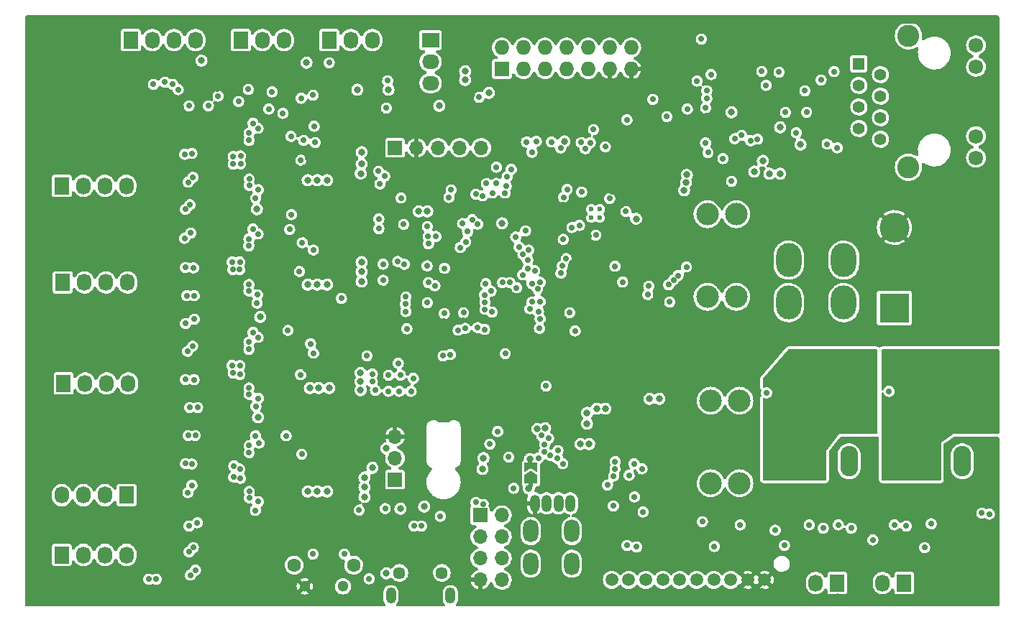
<source format=gbr>
%TF.GenerationSoftware,KiCad,Pcbnew,(6.0.2)*%
%TF.CreationDate,2022-04-18T10:54:02+08:00*%
%TF.ProjectId,BUDDY_v1.0.0,42554444-595f-4763-912e-302e302e6b69,v1.0.0*%
%TF.SameCoordinates,Original*%
%TF.FileFunction,Copper,L6,Bot*%
%TF.FilePolarity,Positive*%
%FSLAX46Y46*%
G04 Gerber Fmt 4.6, Leading zero omitted, Abs format (unit mm)*
G04 Created by KiCad (PCBNEW (6.0.2)) date 2022-04-18 10:54:02*
%MOMM*%
%LPD*%
G01*
G04 APERTURE LIST*
G04 Aperture macros list*
%AMFreePoly0*
4,1,6,1.000000,0.000000,0.500000,-0.750000,-0.500000,-0.750000,-0.500000,0.750000,0.500000,0.750000,1.000000,0.000000,1.000000,0.000000,$1*%
%AMFreePoly1*
4,1,6,0.500000,-0.750000,-0.650000,-0.750000,-0.150000,0.000000,-0.650000,0.750000,0.500000,0.750000,0.500000,-0.750000,0.500000,-0.750000,$1*%
G04 Aperture macros list end*
%TA.AperFunction,ComponentPad*%
%ADD10R,1.700000X1.700000*%
%TD*%
%TA.AperFunction,ComponentPad*%
%ADD11O,1.700000X1.700000*%
%TD*%
%TA.AperFunction,ComponentPad*%
%ADD12C,0.462500*%
%TD*%
%TA.AperFunction,ComponentPad*%
%ADD13R,1.727200X1.727200*%
%TD*%
%TA.AperFunction,ComponentPad*%
%ADD14O,1.727200X1.727200*%
%TD*%
%TA.AperFunction,ComponentPad*%
%ADD15C,1.500000*%
%TD*%
%TA.AperFunction,ComponentPad*%
%ADD16C,2.650000*%
%TD*%
%TA.AperFunction,ComponentPad*%
%ADD17C,1.450000*%
%TD*%
%TA.AperFunction,ComponentPad*%
%ADD18O,1.200000X1.900000*%
%TD*%
%TA.AperFunction,ComponentPad*%
%ADD19R,1.727200X2.032000*%
%TD*%
%TA.AperFunction,ComponentPad*%
%ADD20O,1.727200X2.032000*%
%TD*%
%TA.AperFunction,ComponentPad*%
%ADD21C,5.500000*%
%TD*%
%TA.AperFunction,ComponentPad*%
%ADD22R,2.100000X3.600000*%
%TD*%
%TA.AperFunction,ComponentPad*%
%ADD23O,2.100000X3.600000*%
%TD*%
%TA.AperFunction,ComponentPad*%
%ADD24R,0.900000X0.900000*%
%TD*%
%TA.AperFunction,ComponentPad*%
%ADD25C,1.300000*%
%TD*%
%TA.AperFunction,ComponentPad*%
%ADD26C,1.600000*%
%TD*%
%TA.AperFunction,ComponentPad*%
%ADD27O,1.200000X2.000000*%
%TD*%
%TA.AperFunction,ComponentPad*%
%ADD28O,1.800000X2.700000*%
%TD*%
%TA.AperFunction,ComponentPad*%
%ADD29R,2.032000X1.727200*%
%TD*%
%TA.AperFunction,ComponentPad*%
%ADD30O,2.032000X1.727200*%
%TD*%
%TA.AperFunction,ComponentPad*%
%ADD31O,3.000000X4.000000*%
%TD*%
%TA.AperFunction,ComponentPad*%
%ADD32C,1.400000*%
%TD*%
%TA.AperFunction,ComponentPad*%
%ADD33R,1.400000X1.400000*%
%TD*%
%TA.AperFunction,ComponentPad*%
%ADD34C,1.720000*%
%TD*%
%TA.AperFunction,ComponentPad*%
%ADD35C,2.600000*%
%TD*%
%TA.AperFunction,ComponentPad*%
%ADD36C,0.500000*%
%TD*%
%TA.AperFunction,ComponentPad*%
%ADD37C,0.600000*%
%TD*%
%TA.AperFunction,ComponentPad*%
%ADD38R,3.500000X3.500000*%
%TD*%
%TA.AperFunction,ComponentPad*%
%ADD39C,3.500000*%
%TD*%
%TA.AperFunction,SMDPad,CuDef*%
%ADD40FreePoly0,90.000000*%
%TD*%
%TA.AperFunction,SMDPad,CuDef*%
%ADD41FreePoly1,90.000000*%
%TD*%
%TA.AperFunction,ViaPad*%
%ADD42C,0.700000*%
%TD*%
%TA.AperFunction,ViaPad*%
%ADD43C,0.800000*%
%TD*%
%TA.AperFunction,Conductor*%
%ADD44C,0.500000*%
%TD*%
%TA.AperFunction,Conductor*%
%ADD45C,0.150000*%
%TD*%
%TA.AperFunction,Conductor*%
%ADD46C,0.300000*%
%TD*%
%TA.AperFunction,Conductor*%
%ADD47C,0.200000*%
%TD*%
G04 APERTURE END LIST*
D10*
%TO.P,J21,1,Pin_1*%
%TO.N,/CPU/SWCLK*%
X129413000Y-75057000D03*
D11*
%TO.P,J21,2,Pin_2*%
%TO.N,GND*%
X131953000Y-75057000D03*
%TO.P,J21,3,Pin_3*%
%TO.N,/CPU/SWDIO*%
X134493000Y-75057000D03*
%TO.P,J21,4,Pin_4*%
%TO.N,/CPU/NRST*%
X137033000Y-75057000D03*
%TO.P,J21,5,Pin_5*%
%TO.N,/CPU/SWO*%
X139573000Y-75057000D03*
%TD*%
D12*
%TO.P,U6,29,DIE-PAD*%
%TO.N,GND*%
X114431500Y-114661500D03*
X113506500Y-111886500D03*
X113506500Y-112811500D03*
X115356500Y-112811500D03*
X116281500Y-112811500D03*
X116281500Y-113736500D03*
X114431500Y-113736500D03*
X116281500Y-111886500D03*
X115356500Y-113736500D03*
X115356500Y-114661500D03*
X113506500Y-114661500D03*
X113506500Y-113736500D03*
X114431500Y-112811500D03*
X115356500Y-111886500D03*
X114431500Y-111886500D03*
X116281500Y-114661500D03*
%TD*%
%TO.P,U7,29,DIE-PAD*%
%TO.N,GND*%
X115356500Y-101554500D03*
X116281500Y-101554500D03*
X115356500Y-100629500D03*
X115356500Y-99704500D03*
X114431500Y-101554500D03*
X116281500Y-100629500D03*
X116281500Y-102479500D03*
X115356500Y-102479500D03*
X116281500Y-99704500D03*
X114431500Y-99704500D03*
X113506500Y-99704500D03*
X113506500Y-102479500D03*
X113506500Y-101554500D03*
X113506500Y-100629500D03*
X114431500Y-100629500D03*
X114431500Y-102479500D03*
%TD*%
%TO.P,U8,29,DIE-PAD*%
%TO.N,GND*%
X116281500Y-77841500D03*
X115356500Y-75066500D03*
X115356500Y-77841500D03*
X113506500Y-75991500D03*
X116281500Y-75066500D03*
X115356500Y-76916500D03*
X115356500Y-75991500D03*
X113506500Y-77841500D03*
X114431500Y-75991500D03*
X114431500Y-75066500D03*
X114431500Y-77841500D03*
X113506500Y-76916500D03*
X114431500Y-76916500D03*
X116281500Y-75991500D03*
X113506500Y-75066500D03*
X116281500Y-76916500D03*
%TD*%
%TO.P,U9,29,DIE-PAD*%
%TO.N,GND*%
X115356500Y-87512500D03*
X113506500Y-90287500D03*
X116281500Y-89362500D03*
X113506500Y-88437500D03*
X115356500Y-90287500D03*
X116281500Y-87512500D03*
X114431500Y-87512500D03*
X114431500Y-89362500D03*
X115356500Y-88437500D03*
X113506500Y-89362500D03*
X114431500Y-90287500D03*
X113506500Y-87512500D03*
X114431500Y-88437500D03*
X116281500Y-88437500D03*
X115356500Y-89362500D03*
X116281500Y-90287500D03*
%TD*%
D13*
%TO.P,J8,1,Pin_1*%
%TO.N,Net-(C63-Pad1)*%
X141986000Y-65786000D03*
D14*
%TO.P,J8,2,Pin_2*%
%TO.N,Net-(J8-Pad2)*%
X141986000Y-63246000D03*
%TO.P,J8,3,Pin_3*%
%TO.N,Net-(J8-Pad3)*%
X144526000Y-65786000D03*
%TO.P,J8,4,Pin_4*%
%TO.N,Net-(J8-Pad4)*%
X144526000Y-63246000D03*
%TO.P,J8,5,Pin_5*%
%TO.N,Net-(J8-Pad5)*%
X147066000Y-65786000D03*
%TO.P,J8,6,Pin_6*%
%TO.N,Net-(J8-Pad6)*%
X147066000Y-63246000D03*
%TO.P,J8,7,Pin_7*%
%TO.N,Net-(J8-Pad7)*%
X149606000Y-65786000D03*
%TO.P,J8,8,Pin_8*%
%TO.N,Net-(J8-Pad8)*%
X149606000Y-63246000D03*
%TO.P,J8,9,Pin_9*%
%TO.N,Net-(J8-Pad9)*%
X152146000Y-65786000D03*
%TO.P,J8,10,Pin_10*%
%TO.N,Net-(J8-Pad10)*%
X152146000Y-63246000D03*
%TO.P,J8,11,Pin_11*%
%TO.N,GND*%
X154686000Y-65786000D03*
%TO.P,J8,12,Pin_12*%
%TO.N,Net-(J8-Pad12)*%
X154686000Y-63246000D03*
%TO.P,J8,13,Pin_13*%
%TO.N,GND*%
X157226000Y-65786000D03*
%TO.P,J8,14,Pin_14*%
%TO.N,Net-(J8-Pad14)*%
X157226000Y-63246000D03*
%TD*%
D10*
%TO.P,J1,1,Pin_1*%
%TO.N,+3V3*%
X129413000Y-114173000D03*
D11*
%TO.P,J1,2,Pin_2*%
%TO.N,Net-(J1-Pad2)*%
X129413000Y-111633000D03*
%TO.P,J1,3,Pin_3*%
%TO.N,GND*%
X129413000Y-109093000D03*
%TD*%
D15*
%TO.P,J23,1,Pin_1*%
%TO.N,/CPU/PE0*%
X154940000Y-125984000D03*
%TO.P,J23,2,Pin_2*%
%TO.N,/CPU/PB5*%
X156940000Y-125984000D03*
%TO.P,J23,3,Pin_3*%
%TO.N,/CPU/TX_1*%
X158940000Y-125984000D03*
%TO.P,J23,4,Pin_4*%
%TO.N,/CPU/RX_1*%
X160940000Y-125984000D03*
%TO.P,J23,5,Pin_5*%
%TO.N,/CPU/SCL*%
X162940000Y-125984000D03*
%TO.P,J23,6,Pin_6*%
%TO.N,/CPU/SDA*%
X164940000Y-125984000D03*
%TO.P,J23,7,Pin_7*%
%TO.N,Net-(J23-Pad7)*%
X166940000Y-125984000D03*
%TO.P,J23,8,Pin_8*%
X168940000Y-125984000D03*
%TO.P,J23,9,Pin_9*%
%TO.N,GND*%
X170940000Y-125984000D03*
%TO.P,J23,10,Pin_10*%
X172940000Y-125984000D03*
%TD*%
D10*
%TO.P,J10,1,Pin_1*%
%TO.N,/CPU/PC6_ESP-Rx*%
X139446000Y-118364000D03*
D11*
%TO.P,J10,2,Pin_2*%
%TO.N,+3V3*%
X141986000Y-118364000D03*
%TO.P,J10,3,Pin_3*%
%TO.N,/CPU/PE6_ESP-GPIO0*%
X139446000Y-120904000D03*
%TO.P,J10,4,Pin_4*%
%TO.N,/CPU/PC13_ESP-RST*%
X141986000Y-120904000D03*
%TO.P,J10,5,Pin_5*%
%TO.N,unconnected-(J10-Pad5)*%
X139446000Y-123444000D03*
%TO.P,J10,6,Pin_6*%
%TO.N,+3V3*%
X141986000Y-123444000D03*
%TO.P,J10,7,Pin_7*%
%TO.N,GND*%
X139446000Y-125984000D03*
%TO.P,J10,8,Pin_8*%
%TO.N,/CPU/PC7_ESP-Tx*%
X141986000Y-125984000D03*
%TD*%
D16*
%TO.P,F3,1*%
%TO.N,+24VMOT*%
X169594000Y-82887000D03*
X166194000Y-82887000D03*
%TO.P,F3,2*%
%TO.N,Net-(C26-Pad1)*%
X169594000Y-92627000D03*
X166194000Y-92627000D03*
%TD*%
D17*
%TO.P,J2,6*%
%TO.N,Net-(J2-Pad6)*%
X134926000Y-125160000D03*
D18*
X135926000Y-127860000D03*
X128926000Y-127860000D03*
D17*
X129926000Y-125160000D03*
%TD*%
D19*
%TO.P,J7,1,Pin_1*%
%TO.N,Net-(J7-Pad1)*%
X98298000Y-62357000D03*
D20*
%TO.P,J7,2,Pin_2*%
%TO.N,Net-(J7-Pad2)*%
X100838000Y-62357000D03*
%TO.P,J7,3,Pin_3*%
%TO.N,Net-(J7-Pad3)*%
X103378000Y-62357000D03*
%TO.P,J7,4,Pin_4*%
%TO.N,Net-(J7-Pad4)*%
X105918000Y-62357000D03*
%TD*%
D19*
%TO.P,J9,1,Pin_1*%
%TO.N,Net-(J9-Pad1)*%
X111252000Y-62357000D03*
D20*
%TO.P,J9,2,Pin_2*%
%TO.N,Net-(J9-Pad2)*%
X113792000Y-62357000D03*
%TO.P,J9,3,Pin_3*%
%TO.N,Net-(J9-Pad3)*%
X116332000Y-62357000D03*
%TD*%
D21*
%TO.P,J17,1,Pin_1*%
%TO.N,GND*%
X100702000Y-71285000D03*
%TD*%
%TO.P,J18,1,Pin_1*%
%TO.N,GND*%
X112702000Y-124285000D03*
%TD*%
%TO.P,J19,1,Pin_1*%
%TO.N,GND*%
X195702000Y-124285000D03*
%TD*%
D19*
%TO.P,P1,1,Pin_1*%
%TO.N,Net-(L1-Pad2)*%
X121666000Y-62357000D03*
D20*
%TO.P,P1,2,Pin_2*%
%TO.N,Net-(C51-Pad1)*%
X124206000Y-62357000D03*
%TO.P,P1,3,Pin_3*%
%TO.N,Net-(D5-Pad1)*%
X126746000Y-62357000D03*
%TD*%
D19*
%TO.P,P3,1,Pin_1*%
%TO.N,Net-(P3-Pad1)*%
X181483000Y-126365000D03*
D20*
%TO.P,P3,2,Pin_2*%
%TO.N,Net-(L5-Pad2)*%
X178943000Y-126365000D03*
%TD*%
D19*
%TO.P,P4,1,Pin_1*%
%TO.N,Net-(P4-Pad1)*%
X189357000Y-126365000D03*
D20*
%TO.P,P4,2,Pin_2*%
%TO.N,Net-(L6-Pad2)*%
X186817000Y-126365000D03*
%TD*%
D22*
%TO.P,P5,1,Pin_1*%
%TO.N,Net-(D12-Pad2)*%
X177800000Y-112014000D03*
D23*
%TO.P,P5,2,Pin_2*%
%TO.N,24V2*%
X182880000Y-112014000D03*
%TD*%
D22*
%TO.P,P6,1,Pin_1*%
%TO.N,Net-(D14-Pad2)*%
X191135000Y-112014000D03*
D23*
%TO.P,P6,2,Pin_2*%
%TO.N,24V2*%
X196215000Y-112014000D03*
%TD*%
D19*
%TO.P,P8,1,Pin_1*%
%TO.N,Net-(C68-Pad2)*%
X90390000Y-102838000D03*
D20*
%TO.P,P8,2,Pin_2*%
%TO.N,Net-(C69-Pad2)*%
X92930000Y-102838000D03*
%TO.P,P8,3,Pin_3*%
%TO.N,Net-(C70-Pad2)*%
X95470000Y-102838000D03*
%TO.P,P8,4,Pin_4*%
%TO.N,Net-(C71-Pad2)*%
X98010000Y-102838000D03*
%TD*%
D19*
%TO.P,P9,1,Pin_1*%
%TO.N,Net-(C94-Pad2)*%
X90170000Y-79538000D03*
D20*
%TO.P,P9,2,Pin_2*%
%TO.N,Net-(C95-Pad2)*%
X92710000Y-79538000D03*
%TO.P,P9,3,Pin_3*%
%TO.N,Net-(C96-Pad2)*%
X95250000Y-79538000D03*
%TO.P,P9,4,Pin_4*%
%TO.N,Net-(C97-Pad2)*%
X97790000Y-79538000D03*
%TD*%
D19*
%TO.P,P10,1,Pin_1*%
%TO.N,Net-(C98-Pad2)*%
X90290000Y-90938000D03*
D20*
%TO.P,P10,2,Pin_2*%
%TO.N,Net-(C99-Pad2)*%
X92830000Y-90938000D03*
%TO.P,P10,3,Pin_3*%
%TO.N,Net-(C100-Pad2)*%
X95370000Y-90938000D03*
%TO.P,P10,4,Pin_4*%
%TO.N,Net-(C101-Pad2)*%
X97910000Y-90938000D03*
%TD*%
D24*
%TO.P,Q3,3,D*%
%TO.N,Net-(D12-Pad2)*%
X180827000Y-103055000D03*
X180827000Y-102155000D03*
X177227000Y-103955000D03*
X179927000Y-104855000D03*
X178127000Y-102155000D03*
X177227000Y-102155000D03*
X179027000Y-103955000D03*
X177227000Y-104855000D03*
X180827000Y-103955000D03*
X178127000Y-104855000D03*
X179027000Y-103055000D03*
X179927000Y-103955000D03*
X178127000Y-103055000D03*
X179927000Y-102155000D03*
X180827000Y-104855000D03*
X179027000Y-104855000D03*
X178127000Y-103955000D03*
X179027000Y-102155000D03*
X179927000Y-103055000D03*
X177227000Y-103055000D03*
%TD*%
%TO.P,Q4,3,D*%
%TO.N,Net-(D14-Pad2)*%
X194797000Y-103955000D03*
X193897000Y-103055000D03*
X191197000Y-103055000D03*
X194797000Y-102155000D03*
X193897000Y-104855000D03*
X192097000Y-104855000D03*
X192997000Y-102155000D03*
X191197000Y-103955000D03*
X192097000Y-103055000D03*
X192997000Y-103055000D03*
X194797000Y-103055000D03*
X192097000Y-103955000D03*
X191197000Y-104855000D03*
X193897000Y-103955000D03*
X192997000Y-104855000D03*
X191197000Y-102155000D03*
X192097000Y-102155000D03*
X192997000Y-103955000D03*
X194797000Y-104855000D03*
X193897000Y-102155000D03*
%TD*%
D25*
%TO.P,SW1,1,1*%
%TO.N,Net-(C108-Pad1)*%
X123291600Y-126746000D03*
%TO.P,SW1,2,2*%
%TO.N,GND*%
X118770400Y-126746000D03*
D26*
%TO.P,SW1,3*%
%TO.N,N/C*%
X124536200Y-124256800D03*
%TO.P,SW1,4*%
X117525800Y-124256800D03*
%TD*%
D27*
%TO.P,J20,1,VBUS*%
%TO.N,Net-(C115-Pad1)*%
X150055000Y-116969000D03*
%TO.P,J20,2,D-*%
%TO.N,USB-HS_N*%
X148655000Y-116969000D03*
%TO.P,J20,3,D+*%
%TO.N,USB-HS_P*%
X147255000Y-116969000D03*
%TO.P,J20,4,GND*%
%TO.N,GND*%
X145855000Y-116969000D03*
D28*
%TO.P,J20,5,Shield*%
%TO.N,Net-(J20-Pad5)*%
X145385000Y-124079000D03*
X150225000Y-124079000D03*
X145385000Y-120239000D03*
X150225000Y-120239000D03*
%TD*%
D29*
%TO.P,P2,1,Pin_1*%
%TO.N,Net-(L2-Pad2)*%
X133604000Y-62357000D03*
D30*
%TO.P,P2,2,Pin_2*%
%TO.N,Net-(C62-Pad1)*%
X133604000Y-64897000D03*
%TO.P,P2,3,Pin_3*%
%TO.N,Net-(D6-Pad1)*%
X133604000Y-67437000D03*
%TD*%
D31*
%TO.P,J5,1,Pin_1*%
%TO.N,+24V*%
X175768000Y-93305000D03*
X175768000Y-88305000D03*
%TD*%
%TO.P,J4,1,Pin_1*%
%TO.N,Net-(J4-Pad1)*%
X182252000Y-93305000D03*
X182252000Y-88305000D03*
%TD*%
D32*
%TO.P,J3,1,TD+*%
%TO.N,/ETHERNET/TD_P*%
X186563000Y-74046000D03*
%TO.P,J3,2,TD-*%
%TO.N,/ETHERNET/TD_N*%
X184023000Y-72776000D03*
%TO.P,J3,3,RD+*%
%TO.N,/ETHERNET/RD_P*%
X186563000Y-71506000D03*
%TO.P,J3,4,TCT*%
%TO.N,Net-(C102-Pad1)*%
X184023000Y-70236000D03*
%TO.P,J3,5,RCT*%
X186563000Y-68966000D03*
%TO.P,J3,6,RD-*%
%TO.N,/ETHERNET/RD_N*%
X184023000Y-67696000D03*
%TO.P,J3,7*%
%TO.N,N/C*%
X186563000Y-66426000D03*
D33*
%TO.P,J3,8*%
%TO.N,Net-(J3-Pad13)*%
X184023000Y-65156000D03*
D34*
%TO.P,J3,9*%
%TO.N,/ETHERNET/ETH_LED2*%
X197813000Y-76221000D03*
%TO.P,J3,10*%
%TO.N,Net-(J3-Pad10)*%
X197813000Y-73681000D03*
%TO.P,J3,11*%
%TO.N,Net-(J3-Pad11)*%
X197813000Y-65511000D03*
%TO.P,J3,12*%
%TO.N,/ETHERNET/ETH_LED1*%
X197813000Y-62971000D03*
D35*
%TO.P,J3,13*%
%TO.N,Net-(J3-Pad13)*%
X189863000Y-77341000D03*
X189863000Y-61851000D03*
%TD*%
D21*
%TO.P,J16,1,Pin_1*%
%TO.N,GND*%
X179782000Y-81285000D03*
%TD*%
D36*
%TO.P,U1,25,GND*%
%TO.N,GND*%
X172178000Y-69950000D03*
X173158000Y-70930000D03*
X171198000Y-69950000D03*
X171198000Y-70930000D03*
X173158000Y-71910000D03*
X171198000Y-71910000D03*
X172178000Y-70930000D03*
X172178000Y-71910000D03*
X173158000Y-69950000D03*
%TD*%
D37*
%TO.P,U5,15*%
%TO.N,N/C*%
X152535000Y-83304000D03*
X152535000Y-82304000D03*
X153535000Y-82304000D03*
X153535000Y-83304000D03*
%TD*%
D16*
%TO.P,F1,1*%
%TO.N,24V2*%
X166575000Y-114598000D03*
X169975000Y-114598000D03*
%TO.P,F1,2*%
%TO.N,+24V*%
X169975000Y-104858000D03*
X166575000Y-104858000D03*
%TD*%
D12*
%TO.P,,29,DIE-PAD*%
%TO.N,GND*%
X158619711Y-88625317D03*
%TD*%
D38*
%TO.P,U99,1,1*%
%TO.N,Net-(J4-Pad1)*%
X188200000Y-93950000D03*
D39*
%TO.P,U99,2,2*%
%TO.N,GND*%
X188200000Y-84450000D03*
%TD*%
D12*
%TO.P,,29,DIE-PAD*%
%TO.N,GND*%
X160381500Y-88625317D03*
%TD*%
%TO.P,,29,DIE-PAD*%
%TO.N,GND*%
X158616342Y-89375317D03*
%TD*%
D19*
%TO.P,P7,1,Pin_1*%
%TO.N,Net-(C64-Pad2)*%
X97800000Y-116010000D03*
D20*
%TO.P,P7,2,Pin_2*%
%TO.N,Net-(P7-Pad2)*%
X95260000Y-116010000D03*
%TO.P,P7,3,Pin_3*%
%TO.N,Net-(P7-Pad3)*%
X92720000Y-116010000D03*
%TO.P,P7,4,Pin_4*%
%TO.N,Net-(C67-Pad2)*%
X90180000Y-116010000D03*
%TD*%
D12*
%TO.P,,29,DIE-PAD*%
%TO.N,GND*%
X159500000Y-89375317D03*
%TD*%
%TO.P,,29,DIE-PAD*%
%TO.N,GND*%
X159500000Y-88625317D03*
%TD*%
%TO.P,,29,DIE-PAD*%
%TO.N,GND*%
X160378131Y-89375317D03*
%TD*%
D19*
%TO.P,P99,1,Pin_1*%
%TO.N,Net-(P7-Pad2)*%
X90180000Y-123048000D03*
D20*
%TO.P,P99,2,Pin_2*%
%TO.N,Net-(C65-Pad2)*%
X92720000Y-123048000D03*
%TO.P,P99,3,Pin_3*%
%TO.N,Net-(C66-Pad2)*%
X95260000Y-123048000D03*
%TO.P,P99,4,Pin_4*%
%TO.N,Net-(P7-Pad3)*%
X97800000Y-123048000D03*
%TD*%
D40*
%TO.P,JP1,1,1*%
%TO.N,Net-(C87-Pad1)*%
X145415000Y-114136000D03*
D41*
%TO.P,JP1,2,2*%
%TO.N,+5V*%
X145415000Y-112686000D03*
%TD*%
D42*
%TO.N,+5V*%
X110998000Y-69596000D03*
D43*
X163775055Y-78245070D03*
X134620000Y-70104000D03*
D42*
X161758425Y-93233259D03*
D43*
X157802610Y-83417180D03*
D42*
X152781000Y-72898000D03*
D43*
X160528000Y-104648000D03*
D42*
X162739181Y-90112031D03*
D43*
X163675275Y-79168031D03*
D42*
X147828000Y-74367070D03*
X151337800Y-74431659D03*
D43*
X118999000Y-65024000D03*
D42*
X162202866Y-90642110D03*
X112141477Y-68168990D03*
D43*
X145288000Y-111760000D03*
X159385008Y-104648000D03*
X146177000Y-108204000D03*
X152273000Y-109982000D03*
X137668000Y-67056000D03*
D42*
X121666000Y-65024000D03*
D43*
X106628536Y-64777352D03*
D42*
X107442000Y-70104000D03*
X156591000Y-82550000D03*
X144899984Y-74365641D03*
X154178000Y-74930000D03*
X163719527Y-89095464D03*
D43*
X147095043Y-108108674D03*
D42*
X161616661Y-91203370D03*
X163830000Y-70485000D03*
D43*
X149352000Y-74295000D03*
X151257000Y-109982000D03*
X140462000Y-68580000D03*
D42*
X146050000Y-74295000D03*
D43*
X137668000Y-66040000D03*
X128651000Y-68199000D03*
X163450771Y-80082677D03*
X124968000Y-68199000D03*
D42*
%TO.N,GND*%
X114474651Y-104402137D03*
X118131400Y-100092000D03*
X118891400Y-88941500D03*
X118891400Y-101131500D03*
X118366540Y-109735620D03*
X115273460Y-109944540D03*
X118131400Y-87902000D03*
X118132000Y-112275000D03*
X118892000Y-113314500D03*
X118182000Y-114005000D03*
X114474651Y-116582137D03*
X115273460Y-85574540D03*
X115273460Y-97764540D03*
X118366540Y-72915620D03*
X115273460Y-73124540D03*
X118366540Y-97555620D03*
X117856000Y-106934000D03*
X118237000Y-94869000D03*
X130556000Y-85598000D03*
X162560000Y-119761000D03*
X140081000Y-85598000D03*
X139319000Y-90678000D03*
X125476000Y-82169000D03*
X169257000Y-62929000D03*
X171924000Y-62421000D03*
X176496000Y-63183000D03*
D43*
X161544000Y-110871000D03*
X160528000Y-109347000D03*
X160528000Y-110490000D03*
X167386000Y-61595000D03*
D42*
X143383000Y-103632000D03*
X162306000Y-76708000D03*
X170053000Y-78613000D03*
X162052000Y-79756000D03*
X104394000Y-64897000D03*
X126043990Y-98044000D03*
X105971119Y-116422613D03*
X97261203Y-128431125D03*
X104267000Y-70231000D03*
X166116000Y-73324967D03*
X125984000Y-110363000D03*
X106627000Y-73336000D03*
D43*
X199500000Y-128000000D03*
D42*
X165862000Y-64896986D03*
X107618496Y-64635930D03*
X94000000Y-60660000D03*
X86650000Y-114413044D03*
X86650000Y-79978264D03*
X109093000Y-71247000D03*
X113661203Y-128431125D03*
X101347000Y-84085000D03*
X100800000Y-124800000D03*
X168148000Y-66294000D03*
D43*
X154000000Y-60500000D03*
X196850000Y-60325000D03*
D42*
X110302393Y-96435393D03*
X126365000Y-72263000D03*
D43*
X131064000Y-82550000D03*
D42*
X107922000Y-71750000D03*
D43*
X120000000Y-60500000D03*
D42*
X100500000Y-107300000D03*
X180721000Y-73787000D03*
X86650000Y-128186960D03*
X101312000Y-87375000D03*
X122809000Y-67945000D03*
X161544000Y-128016000D03*
X87000000Y-63300000D03*
X130556000Y-120269000D03*
X101277941Y-80270012D03*
X86650000Y-84569568D03*
X86650000Y-119004348D03*
X86650000Y-89160872D03*
X182245000Y-70993000D03*
D43*
X170815000Y-60452000D03*
D42*
X93161203Y-128431125D03*
D43*
X153976326Y-113722904D03*
D42*
X125916990Y-97207740D03*
D43*
X168021000Y-60452000D03*
D42*
X105807000Y-91165000D03*
X142112998Y-104058663D03*
X169545000Y-128016000D03*
X101523000Y-113919000D03*
X118329015Y-85327797D03*
X199390000Y-64262000D03*
X126111000Y-122428000D03*
X110415560Y-118161290D03*
D43*
X139000000Y-60500000D03*
D42*
X101361203Y-128431125D03*
X86650000Y-109821740D03*
D43*
X178878932Y-124114383D03*
D42*
X177927000Y-65354000D03*
X88050000Y-60660000D03*
X154559000Y-128016000D03*
X105717000Y-77450000D03*
X100900000Y-120900000D03*
X156045094Y-81877094D03*
D43*
X188250000Y-124000000D03*
X199500000Y-94000000D03*
D42*
X119159953Y-76242947D03*
X156845000Y-68961000D03*
D43*
X158750000Y-71882000D03*
D42*
X125095000Y-72263000D03*
X141097000Y-101219000D03*
D43*
X164250000Y-103250000D03*
X157000000Y-60500000D03*
D42*
X164000000Y-94300000D03*
X107559893Y-99177893D03*
D43*
X199390000Y-60325000D03*
X196500000Y-128000000D03*
D42*
X125476000Y-83439000D03*
X164211000Y-128016000D03*
X126873000Y-123825000D03*
X86650000Y-107526088D03*
X151003000Y-115570000D03*
X150241000Y-88646000D03*
X199644000Y-119253000D03*
X106226886Y-70430114D03*
X101459000Y-110617000D03*
D43*
X108077000Y-94234000D03*
D42*
X133731000Y-122936000D03*
X101000000Y-118400000D03*
D43*
X104500000Y-60500000D03*
D42*
X137468375Y-80518000D03*
X137033000Y-123063000D03*
D43*
X199500000Y-85000000D03*
D42*
X107952000Y-83950000D03*
D43*
X160000000Y-60500000D03*
D42*
X101152000Y-77480000D03*
X170180000Y-76629957D03*
X199390000Y-71120000D03*
X86650000Y-91456524D03*
X199390000Y-73025000D03*
X86650000Y-121300000D03*
D43*
X160528000Y-71882000D03*
D42*
X107551393Y-87046393D03*
X156800000Y-128016000D03*
X199390000Y-66675000D03*
X174500000Y-128000000D03*
X86650000Y-105230436D03*
X101452000Y-121600000D03*
X141986000Y-71755000D03*
D43*
X165100000Y-60452000D03*
X99500000Y-60500000D03*
D42*
X199390000Y-68707000D03*
D43*
X147500000Y-60500000D03*
D42*
X112141000Y-64897000D03*
X180721000Y-70993000D03*
D43*
X194183000Y-60325000D03*
D42*
X181483000Y-67306011D03*
X125095000Y-85598000D03*
D43*
X157988000Y-72771000D03*
D42*
X108437792Y-68123832D03*
X124174010Y-110417726D03*
X154984408Y-80230090D03*
D43*
X112500000Y-60500000D03*
D42*
X152213010Y-85479536D03*
X145923000Y-99949000D03*
X124206000Y-122428000D03*
X101542000Y-104010000D03*
X107962000Y-98225000D03*
X126037337Y-109488620D03*
X100500000Y-100700000D03*
X101500000Y-117700000D03*
D43*
X194183000Y-128143000D03*
X153035000Y-116205000D03*
X151000000Y-60500000D03*
D42*
X111007372Y-108050049D03*
X135001000Y-102362000D03*
D43*
X179500000Y-123250000D03*
D42*
X124096221Y-98026779D03*
X101497000Y-100700000D03*
X166878000Y-128016000D03*
X126111000Y-121539000D03*
X106689756Y-116348016D03*
D43*
X189250000Y-123000000D03*
D42*
X114370310Y-92232458D03*
X110617000Y-81153000D03*
D43*
X185039000Y-120523000D03*
D42*
X105882000Y-90265000D03*
D43*
X102000000Y-60500000D03*
D42*
X124968000Y-98044000D03*
X108171607Y-105934607D03*
X107502000Y-103360000D03*
D43*
X131572000Y-81026000D03*
X117500000Y-60500000D03*
X144500000Y-60500000D03*
X158090798Y-73923990D03*
D42*
X86650000Y-116708696D03*
X86650000Y-123595652D03*
D43*
X176911000Y-60452000D03*
D42*
X124042784Y-85527341D03*
X86650000Y-98343480D03*
X101392000Y-127510000D03*
D43*
X179832000Y-60452000D03*
D42*
X86650000Y-102934784D03*
X149225000Y-81788000D03*
X126110992Y-85598000D03*
X101371000Y-81200000D03*
X125095000Y-110363000D03*
X151003000Y-72263000D03*
X108022000Y-118145000D03*
D43*
X162687000Y-60452000D03*
X187750000Y-123000000D03*
X179324000Y-73533000D03*
D42*
X105461203Y-128431125D03*
D43*
X191770000Y-60325000D03*
D42*
X100200000Y-104100000D03*
X152934655Y-80226707D03*
D43*
X199500000Y-125000000D03*
D42*
X86650000Y-112117392D03*
X199390000Y-62484000D03*
X101552000Y-107320000D03*
X100400000Y-90900000D03*
X143256004Y-99822000D03*
D43*
X199500000Y-82000000D03*
D42*
X167132000Y-120777000D03*
D43*
X97000000Y-60500000D03*
X133000000Y-60500000D03*
D42*
X119729102Y-82293455D03*
D43*
X164222506Y-105000000D03*
D42*
X118456417Y-75149820D03*
X103200000Y-115200000D03*
X101502000Y-90850000D03*
X105687000Y-99810000D03*
X180400000Y-68100000D03*
X199390000Y-74930000D03*
X108531990Y-108651828D03*
X86650000Y-93752176D03*
X166115984Y-71247000D03*
D43*
X116205006Y-68453000D03*
D42*
X150622000Y-95250000D03*
X105662000Y-74600000D03*
X147320000Y-72898000D03*
D43*
X181500000Y-128000000D03*
D42*
X152527000Y-128016000D03*
D43*
X176022000Y-120269000D03*
D42*
X86650000Y-86865220D03*
X89061203Y-128431125D03*
X107502000Y-102510000D03*
X146818596Y-75190596D03*
X137795000Y-100838000D03*
D43*
X162814000Y-110871000D03*
X161798000Y-72747891D03*
X140843000Y-117221000D03*
D42*
X110794886Y-105747886D03*
D43*
X173609000Y-60452000D03*
X199500000Y-122500000D03*
D42*
X110490000Y-94107000D03*
D43*
X199500000Y-97000000D03*
D42*
X162560000Y-70993000D03*
X118692000Y-77345000D03*
D43*
X188000000Y-128000000D03*
D42*
X86650000Y-82273916D03*
X135108592Y-95461917D03*
D43*
X158114614Y-73923990D03*
X107950000Y-81661000D03*
D42*
X101567000Y-94466000D03*
X159131000Y-128016000D03*
X87000000Y-69500000D03*
D43*
X125000000Y-60500000D03*
D42*
X125730000Y-96139008D03*
X150495000Y-82677000D03*
D43*
X128396986Y-60452000D03*
D42*
X86650000Y-125891304D03*
D43*
X138465174Y-68803392D03*
D42*
X87000000Y-60650000D03*
X100500000Y-77000000D03*
X171831000Y-128016000D03*
D43*
X122500000Y-60500000D03*
D42*
X176022000Y-67056000D03*
D43*
X187198000Y-60325000D03*
X136000000Y-60500000D03*
D42*
X125095000Y-122428000D03*
X122181257Y-72602300D03*
D43*
X172720000Y-120650000D03*
X199500000Y-91000000D03*
D42*
X134342001Y-83542001D03*
X121158000Y-122809000D03*
X101680000Y-97655000D03*
X106701000Y-76892000D03*
X163018173Y-93207464D03*
X114474651Y-79994010D03*
X135763000Y-123825000D03*
X111147000Y-83850000D03*
X105662000Y-111150000D03*
X168909996Y-67691000D03*
X199517000Y-77089000D03*
X105772000Y-110320000D03*
X86650000Y-75386960D03*
X164750000Y-88610000D03*
X174625000Y-76200000D03*
D43*
X107000000Y-60500000D03*
X147320000Y-112395000D03*
D42*
X144212010Y-73025000D03*
D43*
X178250000Y-123250000D03*
D42*
X175949586Y-64931990D03*
X126111000Y-120396000D03*
D43*
X139954000Y-114427000D03*
D42*
X86650000Y-100639132D03*
X180213000Y-77724000D03*
D43*
X115000000Y-60500000D03*
D42*
X111117000Y-71090000D03*
X173736002Y-76200002D03*
X175895000Y-67945000D03*
X128143000Y-126365000D03*
X146050000Y-103378000D03*
X101452000Y-124345000D03*
X179324000Y-68199000D03*
D43*
X110000000Y-60500000D03*
X97000000Y-64500000D03*
D42*
X137735010Y-101646185D03*
D43*
X183007000Y-60452000D03*
X178000000Y-128000000D03*
D42*
X129721098Y-95123000D03*
X109561203Y-128431125D03*
X86650000Y-77682612D03*
D43*
X185000000Y-128000000D03*
D42*
X137409488Y-95356418D03*
X155214474Y-90341304D03*
X154487852Y-72344116D03*
X141725040Y-109668010D03*
D43*
X141500000Y-60500000D03*
D42*
X162433730Y-67323979D03*
X86650000Y-96047828D03*
X87000000Y-66650000D03*
X105604000Y-87132000D03*
X181737000Y-77470000D03*
X166497000Y-119507000D03*
D43*
X199500000Y-79000000D03*
D42*
%TO.N,+3V3*%
X117162580Y-73705560D03*
X118157000Y-89630000D03*
X191770000Y-122174000D03*
X168021000Y-76327000D03*
X150241000Y-84455000D03*
X119761000Y-122936000D03*
X126365000Y-125857000D03*
X155126990Y-117261796D03*
X181610000Y-119507000D03*
X159766000Y-69342000D03*
X131318000Y-103759000D03*
D43*
X153162000Y-105809010D03*
D42*
X116592004Y-109005000D03*
D43*
X139700000Y-112903000D03*
D42*
X116802000Y-96580000D03*
X117002000Y-84685000D03*
X183134000Y-119888000D03*
X100965000Y-67564000D03*
D43*
X173482000Y-78105000D03*
D42*
X165481989Y-62230000D03*
X139958760Y-96460010D03*
X136846010Y-96559909D03*
X118326587Y-76509587D03*
X167005000Y-122047000D03*
D43*
X154178000Y-105809010D03*
D42*
X166257825Y-75624990D03*
X166624000Y-66421000D03*
X130810000Y-96393000D03*
D43*
X139827000Y-111633000D03*
X132207000Y-82550000D03*
X169037006Y-70866000D03*
D42*
X174179278Y-120131266D03*
X117221000Y-82931000D03*
X129794000Y-100457000D03*
D43*
X152019000Y-106299000D03*
X133223000Y-82550000D03*
D42*
X149987000Y-94488000D03*
D43*
X152019000Y-107569000D03*
D42*
X118291379Y-101791258D03*
X142388222Y-99316013D03*
X166116000Y-69215000D03*
X199390000Y-118237000D03*
X141500000Y-108500000D03*
X165608000Y-119126000D03*
X147193000Y-103124000D03*
X105156000Y-70104000D03*
D43*
X174752000Y-78104994D03*
D42*
%TO.N,Net-(C130-Pad1)*%
X156205795Y-90878834D03*
X159161637Y-92366299D03*
%TO.N,/CPU/PA8_Z-MIN*%
X108585000Y-68961000D03*
D43*
X142024022Y-83949817D03*
%TO.N,Net-(C102-Pad1)*%
X177165000Y-74676000D03*
D42*
X175387000Y-70866000D03*
X177673000Y-68326000D03*
X177869970Y-70866000D03*
X176657000Y-73279000D03*
D43*
X174752000Y-72644000D03*
D42*
X174625000Y-66132010D03*
%TO.N,/CPU/PA3_BED_MON*%
X146420058Y-96339963D03*
X170053000Y-119507000D03*
%TO.N,/CPU/PE10_FAN-0-TACH*%
X128545355Y-67150968D03*
X145034000Y-88265000D03*
%TO.N,Net-(D7-Pad3)*%
X175260000Y-121920000D03*
X179832000Y-119888000D03*
%TO.N,Net-(D8-Pad3)*%
X189611000Y-119634000D03*
X185674000Y-121285000D03*
D43*
%TO.N,Net-(D12-Pad2)*%
X183134000Y-99568000D03*
D42*
X174117000Y-110109000D03*
D43*
X185420000Y-99568000D03*
X184277000Y-99568000D03*
%TO.N,Net-(D14-Pad2)*%
X196596000Y-100584000D03*
X199390000Y-99822000D03*
D42*
X192535152Y-119373695D03*
D43*
X198247000Y-99822000D03*
D42*
%TO.N,Net-(D21-Pad3)*%
X103886000Y-68199000D03*
X102313570Y-67308567D03*
%TO.N,/ETHERNET/ETH_LED2*%
X181483000Y-75057000D03*
X173101000Y-67691000D03*
%TO.N,/ETHERNET/ETH_LED1*%
X172593000Y-66040000D03*
X181102000Y-66074990D03*
%TO.N,/CPU/PE14_FAN-1-TACH*%
X144020033Y-86744414D03*
X139319000Y-69088000D03*
%TO.N,FAN-0-5V*%
X119769272Y-68845277D03*
X143101034Y-77593893D03*
%TO.N,FAN-1-5V*%
X142618474Y-78443521D03*
X128398428Y-70358015D03*
%TO.N,/CPU/PB4_FILAMENT_SENSOR*%
X127508000Y-83439000D03*
X114935000Y-68453000D03*
X119888000Y-72517000D03*
X130429000Y-84074000D03*
X133345500Y-90945578D03*
X118364000Y-69214994D03*
%TO.N,/CPU/PE13_LCD-SW3*%
X151806252Y-75163389D03*
X145161000Y-87114988D03*
%TO.N,HEAT-0-5V*%
X151130000Y-84201000D03*
X173156992Y-103932992D03*
%TO.N,BED-HEAT-5V*%
X187579000Y-103759000D03*
X153054373Y-85358586D03*
%TO.N,Net-(R100-Pad2)*%
X155310446Y-89021781D03*
X159289133Y-91365732D03*
%TO.N,/CPU/PE15_LCD-SW2*%
X148922585Y-75085964D03*
X143629989Y-85561024D03*
%TO.N,/CPU/PE12_LCD-SW1*%
X144471470Y-87627757D03*
X145542000Y-75578979D03*
%TO.N,/CPU/PC3_MOSI2*%
X145855990Y-89537387D03*
X156718000Y-71755000D03*
%TO.N,/CPU/BOOT0*%
X133220646Y-93310112D03*
X130636828Y-93466985D03*
D43*
X126746000Y-112776000D03*
D42*
%TO.N,/CPU/PC2_MISO2*%
X145033666Y-89322204D03*
X161417000Y-71374000D03*
%TO.N,/CPU/PA0_BUZZER*%
X164973000Y-67183000D03*
X145542000Y-91059000D03*
%TO.N,/CPU/PC7_ESP-Tx*%
X143383000Y-115189000D03*
X138487712Y-83515980D03*
%TO.N,/CPU/PC13_ESP-RST*%
X139131687Y-96252330D03*
%TO.N,/CPU/PE6_ESP-GPIO0*%
X137667406Y-96341208D03*
X138938000Y-116840000D03*
%TO.N,/CPU/PC6_ESP-Rx*%
X139827000Y-117094000D03*
X139155528Y-84047561D03*
%TO.N,/CPU/SCL*%
X157607000Y-116205000D03*
X157569382Y-112302324D03*
X140001764Y-94094454D03*
X147499831Y-109321420D03*
%TO.N,/CPU/SDA*%
X146686405Y-108967405D03*
X140848689Y-94421101D03*
X158496000Y-112903000D03*
X158623006Y-117983000D03*
%TO.N,/CPU/PC4_ETH_RMII_RXD0*%
X165989000Y-70358000D03*
X146191999Y-91700272D03*
%TO.N,/CPU/PC5_ETH_RMII_RXD1*%
X166116000Y-68326000D03*
X146490744Y-90896125D03*
%TO.N,/CPU/PA7_ETH_RMII_CRS_DV*%
X165974378Y-74474979D03*
X146488545Y-93184147D03*
%TO.N,/CPU/PA2_ETH_RMII_MDIO*%
X145272933Y-94021709D03*
X169398382Y-73981178D03*
%TO.N,/CPU/PA1_ETH_RMII_REF_CLK*%
X150622000Y-96647000D03*
X169037000Y-78994000D03*
%TO.N,/CPU/PE9_FAN-1*%
X149106085Y-88987493D03*
X151384000Y-80264000D03*
%TO.N,/CPU/PE11_FAN-0*%
X154686000Y-81026000D03*
X149577252Y-88115002D03*
%TO.N,/CPU/PD5_MOT-UART*%
X119466401Y-98150599D03*
X118662000Y-74180000D03*
X118487000Y-86235000D03*
X118422000Y-111170000D03*
X128016000Y-88773000D03*
%TO.N,Net-(C21-Pad1)*%
X154432000Y-114808000D03*
X146304000Y-111633000D03*
%TO.N,/CPU/PA9_USB-FS-VBUS*%
X128257871Y-117576327D03*
X137368019Y-83976233D03*
D43*
%TO.N,Net-(C87-Pad1)*%
X128397000Y-125222000D03*
X145161000Y-115189000D03*
D42*
%TO.N,+24VMOT*%
X112252760Y-116306600D03*
X112247680Y-115552220D03*
X112229900Y-110152180D03*
X112232760Y-104126600D03*
X112209900Y-97972180D03*
X112227680Y-103372220D03*
D43*
X120269000Y-91186000D03*
X119126000Y-91186000D03*
X121411998Y-78867000D03*
X119126000Y-78867000D03*
X120269000Y-78867000D03*
D42*
X112229900Y-110995460D03*
D43*
X113284000Y-106807000D03*
X119380000Y-103378000D03*
X125358990Y-103632000D03*
X125358990Y-102616000D03*
X120396004Y-103377996D03*
D42*
X112212333Y-85804959D03*
D43*
X121412002Y-91186000D03*
X125368258Y-78086236D03*
D42*
X112194900Y-86620460D03*
X112212680Y-91177220D03*
D43*
X121411998Y-115570000D03*
X125476000Y-88519000D03*
X125814457Y-115062000D03*
X120269000Y-115570000D03*
X119126000Y-115570000D03*
X125476000Y-75565000D03*
D42*
X112224900Y-74175460D03*
X112224900Y-73332180D03*
D43*
X125476000Y-90805000D03*
D42*
X112242680Y-78732220D03*
X112217760Y-91931600D03*
D43*
X125476000Y-89662000D03*
D42*
X112209900Y-98815460D03*
D43*
X125358990Y-101600000D03*
X113538000Y-94996000D03*
X113157000Y-82296000D03*
D42*
X112247760Y-79486600D03*
D43*
X121666000Y-103378000D03*
X125476000Y-76962000D03*
X125814457Y-113919000D03*
X125814457Y-116205000D03*
D42*
%TO.N,/CPU/PB12_ETH_RMII_TXD0*%
X149253243Y-80884925D03*
D43*
X171704000Y-77851000D03*
%TO.N,/CPU/PB13_ETH_RMII_TXD1*%
X172720000Y-76581000D03*
D42*
X149673010Y-79950010D03*
%TO.N,/CPU/SWCLK*%
X130107209Y-80971767D03*
X133223000Y-84328000D03*
%TO.N,/CPU/NRST*%
X136017000Y-80010000D03*
D43*
X132842000Y-117348000D03*
D42*
X137473997Y-94503077D03*
X141351000Y-77343000D03*
D43*
X130048000Y-117602000D03*
D42*
X135208336Y-94590394D03*
X123444000Y-122936000D03*
%TO.N,/CPU/PB10_SCK2*%
X152408380Y-74454355D03*
X144780000Y-84836000D03*
%TO.N,/CPU/PB11_ETH_RMII_TX_EN*%
X149218695Y-85848848D03*
X172090127Y-74039338D03*
%TO.N,/CPU/PA4_THERM-1*%
X146491993Y-95189951D03*
X188214000Y-119507000D03*
%TO.N,/CPU/PE8_EPHY_RST*%
X171257856Y-74212099D03*
X148949827Y-89825010D03*
%TO.N,/CPU/PC1_ETH_RMII_MDC*%
X170226578Y-73586172D03*
X144442659Y-90035472D03*
%TO.N,/CPU/PE4_USB-HS-OVERCURRENT*%
X135080758Y-99577518D03*
X140576185Y-109980463D03*
%TO.N,/CPU/PE5_USB-HS-PWR-EN*%
X142796957Y-111505998D03*
X135918970Y-99436373D03*
%TO.N,/CPU/PA10_USB-FS-ID*%
X137952248Y-84932752D03*
X134747000Y-118491000D03*
%TO.N,/CPU/PA6_THERM-PINDA*%
X145547820Y-93217373D03*
X103251000Y-67564000D03*
%TO.N,/CPU/PD7_FLASH-CSN*%
X130048000Y-101854000D03*
X130692001Y-92618766D03*
%TO.N,Net-(C64-Pad2)*%
X100400000Y-125910000D03*
X101300000Y-125910000D03*
%TO.N,Net-(L31-Pad1)*%
X105158540Y-122679460D03*
X105664000Y-122174000D03*
X111221468Y-114023934D03*
X110415499Y-113869698D03*
%TO.N,Net-(L32-Pad1)*%
X106140000Y-119253000D03*
X105158540Y-119634000D03*
X111141351Y-112929888D03*
X110436336Y-112553540D03*
%TO.N,Net-(L33-Pad1)*%
X105505999Y-114831381D03*
X105029000Y-115697028D03*
X112979910Y-108986320D03*
X113411000Y-109855000D03*
%TO.N,Net-(L34-Pad1)*%
X105047000Y-108965000D03*
X105892000Y-108965000D03*
X110363000Y-101600000D03*
X111141906Y-101784496D03*
%TO.N,Net-(L35-Pad1)*%
X110236000Y-100711000D03*
X106167000Y-105665000D03*
X105227000Y-105665000D03*
X111141079Y-100724348D03*
%TO.N,Net-(L36-Pad1)*%
X112676940Y-96806320D03*
X113289080Y-97405760D03*
X104751000Y-102362000D03*
X105750998Y-102385000D03*
%TO.N,Net-(L37-Pad1)*%
X113324640Y-116768880D03*
X112967770Y-117796310D03*
X105320478Y-125432198D03*
X105910380Y-124833380D03*
%TO.N,Net-(L38-Pad1)*%
X113324640Y-104588880D03*
X105487019Y-112324981D03*
X104753000Y-112270000D03*
X113030000Y-105537000D03*
%TO.N,Net-(L39-Pad1)*%
X111224890Y-76954220D03*
X110363000Y-76962000D03*
X105277000Y-81765000D03*
X104752000Y-82295000D03*
%TO.N,Net-(L40-Pad1)*%
X111224890Y-76005998D03*
X110363000Y-76073008D03*
X105624500Y-78537500D03*
X105057000Y-79105000D03*
%TO.N,Net-(L41-Pad1)*%
X113289080Y-72765760D03*
X112676940Y-72166320D03*
X105487000Y-75715000D03*
X104668000Y-75819000D03*
%TO.N,Net-(L45-Pad1)*%
X113324640Y-79994010D03*
X104624000Y-85725000D03*
X112997697Y-80976728D03*
X105367000Y-85090000D03*
%TO.N,/CPU/PC11_MISO*%
X133307950Y-85518804D03*
X128651000Y-101854000D03*
%TO.N,/CPU/PC12_MOSI*%
X128651000Y-103759000D03*
X133347314Y-86367904D03*
%TO.N,/CPU/PD8_E0-DIR*%
X114554000Y-70485000D03*
X142497863Y-79550471D03*
%TO.N,/CPU/PD9_E0-STEP*%
X142361126Y-80389697D03*
X116205000Y-70993000D03*
%TO.N,/CPU/PA15_E0-Diag*%
X120015000Y-74422000D03*
X127508000Y-84582000D03*
%TO.N,Net-(L42-Pad1)*%
X111125002Y-89408000D03*
X104751000Y-95758000D03*
X105791000Y-95250000D03*
X110311554Y-89411241D03*
%TO.N,Net-(L43-Pad1)*%
X104877000Y-92480000D03*
X105762000Y-92480000D03*
X111141008Y-88512983D03*
X110236000Y-88519000D03*
%TO.N,Net-(L44-Pad1)*%
X113289080Y-85215760D03*
X112676940Y-84616320D03*
X104751000Y-89154000D03*
X105682000Y-89205000D03*
%TO.N,Net-(L46-Pad1)*%
X104992000Y-99040000D03*
X113157000Y-93345000D03*
X105589500Y-98442500D03*
X113216990Y-92388898D03*
%TO.N,/CPU/PD10_E0-EN*%
X141329338Y-79242713D03*
X127477884Y-77814207D03*
%TO.N,/CPU/SWO*%
X135762998Y-80899000D03*
X135239017Y-89266697D03*
%TO.N,/CPU/PC10_SCK*%
X129921000Y-103759000D03*
X134213406Y-85496594D03*
%TO.N,/CPU/TX_1*%
X155321000Y-112046032D03*
X156718000Y-121920000D03*
X146978234Y-110882201D03*
X139929568Y-92397561D03*
%TO.N,/CPU/RX_1*%
X147036734Y-110034204D03*
X156972000Y-113665000D03*
X157861000Y-122096002D03*
X140002454Y-93244443D03*
%TO.N,/CPU/PD2_Z-EN*%
X133188973Y-88970956D03*
X125189447Y-117766677D03*
%TO.N,/CPU/PD3_X-EN*%
X126746000Y-101726988D03*
X129734010Y-88459022D03*
D43*
%TO.N,/CPU/PE3_Z-Diag*%
X128397000Y-110490000D03*
D42*
X131572000Y-102234994D03*
%TO.N,/CPU/PE2_X-Diag*%
X119821436Y-99269123D03*
X126111000Y-99568000D03*
%TO.N,/CPU/PD15_Z-DIR*%
X126746000Y-102616000D03*
X138918398Y-80525363D03*
%TO.N,/CPU/PD4_Z-STEP*%
X130521191Y-88779750D03*
X127114734Y-103632000D03*
%TO.N,/CPU/PD14_Y-EN*%
X123094990Y-92805039D03*
X139746758Y-80715990D03*
%TO.N,/CPU/PE1_Y-Diag*%
X128007311Y-90669311D03*
X119792990Y-87103710D03*
%TO.N,/CPU/PD12_Y-DIR*%
X140892690Y-80371606D03*
X128191410Y-78389217D03*
%TO.N,/CPU/PD13_Y-STEP*%
X140168399Y-79264931D03*
X127635000Y-79315010D03*
%TO.N,/CPU/PC0_THERM-0*%
X143731969Y-91562676D03*
X178181000Y-119507000D03*
%TO.N,/CPU/PA5_THERM-2*%
X198501000Y-118110000D03*
X146304000Y-94360996D03*
%TO.N,/CPU/PB5*%
X155321000Y-112896045D03*
X147699954Y-111331245D03*
X140716000Y-91948000D03*
%TO.N,/CPU/PE0*%
X134112000Y-91313000D03*
X140081000Y-91059004D03*
X130683000Y-94361000D03*
X148589997Y-110744011D03*
X155156976Y-113730081D03*
%TO.N,Net-(J3-Pad11)*%
X179578000Y-67056000D03*
%TO.N,Net-(J3-Pad10)*%
X180279658Y-74616110D03*
%TO.N,USB-HS_P*%
X142044000Y-90932000D03*
X148514918Y-111650420D03*
%TO.N,USB-HS_N*%
X149167458Y-112300014D03*
X142944000Y-90932000D03*
%TO.N,USB-FS_N*%
X131630000Y-119634000D03*
X137732199Y-86168801D03*
%TO.N,USB-FS_P*%
X132530000Y-119634000D03*
X137095801Y-86805199D03*
%TD*%
D44*
%TO.N,+5V*%
X145288000Y-112649000D02*
X145288000Y-112325685D01*
X145288000Y-112325685D02*
X145288000Y-111760000D01*
D45*
%TO.N,GND*%
X167307000Y-61516000D02*
X167386000Y-61595000D01*
D46*
X125916990Y-97917000D02*
X126043990Y-98044000D01*
D45*
X199500000Y-79000000D02*
X199500000Y-77106000D01*
X87000000Y-75036960D02*
X87000000Y-69500000D01*
D46*
X124113442Y-98044000D02*
X124096221Y-98026779D01*
D45*
X199390000Y-60325000D02*
X199390000Y-60890685D01*
X86963040Y-128500000D02*
X88992328Y-128500000D01*
X93161203Y-128431125D02*
X97261203Y-128431125D01*
X194183000Y-60325000D02*
X196850000Y-60325000D01*
D47*
X183007000Y-60452000D02*
X187071000Y-60452000D01*
D45*
X86650000Y-89160872D02*
X86650000Y-86865220D01*
X120000000Y-60500000D02*
X122500000Y-60500000D01*
X199500000Y-82000000D02*
X199500000Y-85000000D01*
X86650000Y-128186960D02*
X86963040Y-128500000D01*
D46*
X125095000Y-110363000D02*
X124228736Y-110363000D01*
D45*
X133000000Y-60500000D02*
X128444986Y-60500000D01*
X169545000Y-128016000D02*
X166878000Y-128016000D01*
X110000000Y-60500000D02*
X112500000Y-60500000D01*
X86750000Y-60660000D02*
X88050000Y-60660000D01*
X199390000Y-60890685D02*
X199390000Y-62484000D01*
D46*
X125984000Y-109541957D02*
X126037337Y-109488620D01*
X124968000Y-98044000D02*
X124113442Y-98044000D01*
D45*
X174500000Y-128000000D02*
X171847000Y-128000000D01*
D46*
X124228736Y-110363000D02*
X124174010Y-110417726D01*
D45*
X187763685Y-60325000D02*
X191770000Y-60325000D01*
X113661203Y-128431125D02*
X109561203Y-128431125D01*
D47*
X170815000Y-60452000D02*
X173609000Y-60452000D01*
D45*
X88992328Y-128500000D02*
X89061203Y-128431125D01*
X94160000Y-60500000D02*
X94000000Y-60660000D01*
X86650000Y-121300000D02*
X86650000Y-119004348D01*
X199390000Y-64756974D02*
X199390000Y-66675000D01*
X187198000Y-60325000D02*
X187763685Y-60325000D01*
X171847000Y-128000000D02*
X171831000Y-128016000D01*
X154000000Y-60500000D02*
X157000000Y-60500000D01*
D47*
X162639000Y-60500000D02*
X162687000Y-60452000D01*
D45*
X86650000Y-79978264D02*
X86650000Y-77682612D01*
X159131000Y-128016000D02*
X156800000Y-128016000D01*
D46*
X125095000Y-85598000D02*
X124113443Y-85598000D01*
D45*
X86650000Y-84569568D02*
X86650000Y-82273916D01*
X199390000Y-62484000D02*
X199390000Y-64262000D01*
X101361203Y-128431125D02*
X105461203Y-128431125D01*
X86650000Y-102934784D02*
X86650000Y-100639132D01*
D47*
X165100000Y-60452000D02*
X168021000Y-60452000D01*
D45*
X199390000Y-74930000D02*
X199390000Y-73025000D01*
X199390000Y-64262000D02*
X199390000Y-64756974D01*
D46*
X126111000Y-122428000D02*
X126111000Y-121539000D01*
D45*
X86650000Y-125891304D02*
X86650000Y-123595652D01*
X199390000Y-71120000D02*
X199390000Y-73025000D01*
X199500000Y-77106000D02*
X199517000Y-77089000D01*
X196500000Y-128000000D02*
X194326000Y-128000000D01*
X86650000Y-116708696D02*
X86650000Y-114413044D01*
X154559000Y-128016000D02*
X152527000Y-128016000D01*
X97000000Y-60500000D02*
X94160000Y-60500000D01*
X128444986Y-60500000D02*
X128396986Y-60452000D01*
X104500000Y-60500000D02*
X107000000Y-60500000D01*
X128348986Y-60500000D02*
X128396986Y-60452000D01*
X86650000Y-107526088D02*
X86650000Y-105230436D01*
X194326000Y-128000000D02*
X194183000Y-128143000D01*
D47*
X160000000Y-60500000D02*
X162639000Y-60500000D01*
D45*
X136000000Y-60500000D02*
X139000000Y-60500000D01*
D47*
X187071000Y-60452000D02*
X187198000Y-60325000D01*
D45*
X199390000Y-66675000D02*
X199390000Y-68707000D01*
X199500000Y-91000000D02*
X199500000Y-94000000D01*
X199390000Y-74930000D02*
X199390000Y-76962000D01*
D47*
X199390000Y-60325000D02*
X196850000Y-60325000D01*
D45*
X199500000Y-79000000D02*
X199500000Y-82000000D01*
D47*
X176911000Y-60452000D02*
X179832000Y-60452000D01*
D45*
X86650000Y-93752176D02*
X86650000Y-91456524D01*
X181500000Y-128000000D02*
X178000000Y-128000000D01*
X147500000Y-60500000D02*
X151000000Y-60500000D01*
X141500000Y-60500000D02*
X144500000Y-60500000D01*
X87000000Y-63300000D02*
X87000000Y-66650000D01*
X86650000Y-112117392D02*
X86650000Y-109821740D01*
X183007000Y-60452000D02*
X179832000Y-60452000D01*
X125000000Y-60500000D02*
X128348986Y-60500000D01*
X97000000Y-64500000D02*
X97000000Y-60500000D01*
D47*
X191770000Y-60325000D02*
X194183000Y-60325000D01*
D46*
X125984000Y-110363000D02*
X125984000Y-109541957D01*
D45*
X199390000Y-71120000D02*
X199390000Y-68707000D01*
X115000000Y-60500000D02*
X117500000Y-60500000D01*
D46*
X125916990Y-97207740D02*
X125916990Y-97917000D01*
D45*
X86650000Y-75386960D02*
X87000000Y-75036960D01*
X99500000Y-60500000D02*
X102000000Y-60500000D01*
X164211000Y-128016000D02*
X161544000Y-128016000D01*
X199390000Y-76962000D02*
X199517000Y-77089000D01*
X86650000Y-98343480D02*
X86650000Y-96047828D01*
X199500000Y-125000000D02*
X199500000Y-128000000D01*
X188000000Y-128000000D02*
X185000000Y-128000000D01*
D46*
X124113443Y-85598000D02*
X124042784Y-85527341D01*
X124206000Y-122428000D02*
X125095000Y-122428000D01*
D44*
%TO.N,Net-(C87-Pad1)*%
X145415000Y-114935000D02*
X145161000Y-115189000D01*
X145415000Y-114136000D02*
X145415000Y-114935000D01*
D45*
%TO.N,/CPU/PD2_Z-EN*%
X133183646Y-89114646D02*
X133183646Y-88976283D01*
X133183646Y-88976283D02*
X133188973Y-88970956D01*
%TO.N,/CPU/PD4_Z-STEP*%
X130549546Y-88646000D02*
X130521191Y-88674355D01*
X130521191Y-88674355D02*
X130521191Y-88779750D01*
%TO.N,/CPU/PD13_Y-STEP*%
X140263088Y-79268106D02*
X140171574Y-79268106D01*
X140171574Y-79268106D02*
X140168399Y-79264931D01*
%TD*%
%TA.AperFunction,Conductor*%
%TO.N,Net-(D12-Pad2)*%
G36*
X186144121Y-98805002D02*
G01*
X186190614Y-98858658D01*
X186202000Y-98911000D01*
X186202000Y-108659000D01*
X186181998Y-108727121D01*
X186128342Y-108773614D01*
X186076000Y-108785000D01*
X181702000Y-108785000D01*
X180202000Y-110785000D01*
X180202000Y-114159000D01*
X180181998Y-114227121D01*
X180128342Y-114273614D01*
X180076000Y-114285000D01*
X172828000Y-114285000D01*
X172759879Y-114264998D01*
X172713386Y-114211342D01*
X172702000Y-114159000D01*
X172702000Y-104643437D01*
X172722002Y-104575316D01*
X172775658Y-104528823D01*
X172845932Y-104518719D01*
X172888123Y-104532707D01*
X172907307Y-104543124D01*
X172907317Y-104543128D01*
X172913988Y-104546750D01*
X173067404Y-104586998D01*
X173148232Y-104588268D01*
X173218394Y-104589370D01*
X173218397Y-104589370D01*
X173225993Y-104589489D01*
X173233397Y-104587793D01*
X173233399Y-104587793D01*
X173291099Y-104574578D01*
X173380597Y-104554080D01*
X173522293Y-104482814D01*
X173549428Y-104459639D01*
X173637125Y-104384739D01*
X173637127Y-104384736D01*
X173642899Y-104379807D01*
X173735453Y-104251004D01*
X173742821Y-104232677D01*
X173791776Y-104110896D01*
X173794612Y-104103842D01*
X173816960Y-103946816D01*
X173817105Y-103932992D01*
X173798050Y-103775533D01*
X173741987Y-103627164D01*
X173737688Y-103620909D01*
X173737686Y-103620905D01*
X173656452Y-103502710D01*
X173656451Y-103502709D01*
X173652150Y-103496451D01*
X173646358Y-103491290D01*
X173620410Y-103468172D01*
X173533727Y-103390941D01*
X173527015Y-103387387D01*
X173527012Y-103387385D01*
X173400270Y-103320278D01*
X173400267Y-103320277D01*
X173393555Y-103316723D01*
X173383829Y-103314280D01*
X173247096Y-103279935D01*
X173247094Y-103279935D01*
X173239726Y-103278084D01*
X173232128Y-103278044D01*
X173232126Y-103278044D01*
X173164304Y-103277689D01*
X173081120Y-103277254D01*
X173073741Y-103279026D01*
X173073737Y-103279026D01*
X172976501Y-103302371D01*
X172926895Y-103314280D01*
X172920143Y-103317765D01*
X172885789Y-103335496D01*
X172816082Y-103348965D01*
X172750158Y-103322609D01*
X172708949Y-103264796D01*
X172702000Y-103223530D01*
X172702000Y-102331610D01*
X172722002Y-102263489D01*
X172732334Y-102249610D01*
X175664286Y-98829000D01*
X175723805Y-98790296D01*
X175759952Y-98785000D01*
X186076000Y-98785000D01*
X186144121Y-98805002D01*
G37*
%TD.AperFunction*%
%TD*%
%TA.AperFunction,Conductor*%
%TO.N,Net-(D14-Pad2)*%
G36*
X200494121Y-98805002D02*
G01*
X200540614Y-98858658D01*
X200552000Y-98911000D01*
X200552000Y-108659000D01*
X200531998Y-108727121D01*
X200478342Y-108773614D01*
X200426000Y-108785000D01*
X195202000Y-108785000D01*
X195186479Y-108795347D01*
X195186477Y-108795348D01*
X194206875Y-109448417D01*
X193702000Y-109785000D01*
X193702000Y-114159000D01*
X193681998Y-114227121D01*
X193628342Y-114273614D01*
X193576000Y-114285000D01*
X186828000Y-114285000D01*
X186759879Y-114264998D01*
X186713386Y-114211342D01*
X186702000Y-114159000D01*
X186702000Y-103980359D01*
X186722002Y-103912238D01*
X186775658Y-103865745D01*
X186845932Y-103855641D01*
X186910512Y-103885135D01*
X186946326Y-103937058D01*
X186990835Y-104058685D01*
X186995072Y-104064991D01*
X186995074Y-104064994D01*
X187035716Y-104125475D01*
X187079298Y-104190331D01*
X187196609Y-104297076D01*
X187335996Y-104372758D01*
X187489412Y-104413006D01*
X187570240Y-104414276D01*
X187640402Y-104415378D01*
X187640405Y-104415378D01*
X187648001Y-104415497D01*
X187655405Y-104413801D01*
X187655407Y-104413801D01*
X187713107Y-104400586D01*
X187802605Y-104380088D01*
X187944301Y-104308822D01*
X187971436Y-104285647D01*
X188059133Y-104210747D01*
X188059135Y-104210744D01*
X188064907Y-104205815D01*
X188157461Y-104077012D01*
X188164829Y-104058685D01*
X188213784Y-103936904D01*
X188216620Y-103929850D01*
X188225743Y-103865745D01*
X188238387Y-103776908D01*
X188238387Y-103776904D01*
X188238968Y-103772824D01*
X188239113Y-103759000D01*
X188238276Y-103752087D01*
X188220971Y-103609084D01*
X188220971Y-103609083D01*
X188220058Y-103601541D01*
X188163995Y-103453172D01*
X188159696Y-103446917D01*
X188159694Y-103446913D01*
X188078460Y-103328718D01*
X188078459Y-103328717D01*
X188074158Y-103322459D01*
X188068366Y-103317298D01*
X188042418Y-103294180D01*
X187955735Y-103216949D01*
X187949023Y-103213395D01*
X187949020Y-103213393D01*
X187822278Y-103146286D01*
X187822275Y-103146285D01*
X187815563Y-103142731D01*
X187805837Y-103140288D01*
X187669104Y-103105943D01*
X187669102Y-103105943D01*
X187661734Y-103104092D01*
X187654136Y-103104052D01*
X187654134Y-103104052D01*
X187586312Y-103103697D01*
X187503128Y-103103262D01*
X187495749Y-103105034D01*
X187495745Y-103105034D01*
X187398509Y-103128379D01*
X187348903Y-103140288D01*
X187207961Y-103213033D01*
X187202241Y-103218023D01*
X187202238Y-103218025D01*
X187094167Y-103312302D01*
X187088440Y-103317298D01*
X186997240Y-103447063D01*
X186994480Y-103454143D01*
X186994478Y-103454146D01*
X186945393Y-103580045D01*
X186902013Y-103636247D01*
X186835134Y-103660074D01*
X186765990Y-103643961D01*
X186716534Y-103593023D01*
X186702000Y-103534276D01*
X186702000Y-98911000D01*
X186722002Y-98842879D01*
X186775658Y-98796386D01*
X186828000Y-98785000D01*
X200426000Y-98785000D01*
X200494121Y-98805002D01*
G37*
%TD.AperFunction*%
%TD*%
%TA.AperFunction,Conductor*%
%TO.N,GND*%
G36*
X200444721Y-59468766D02*
G01*
X200510657Y-59521349D01*
X200547249Y-59597332D01*
X200552000Y-59639500D01*
X200552000Y-98290700D01*
X200533234Y-98372921D01*
X200480651Y-98438857D01*
X200404668Y-98475449D01*
X200362500Y-98480200D01*
X186828000Y-98480200D01*
X186763212Y-98487165D01*
X186758267Y-98488241D01*
X186758265Y-98488241D01*
X186738475Y-98492546D01*
X186710870Y-98498551D01*
X186707935Y-98499393D01*
X186707926Y-98499395D01*
X186684139Y-98506217D01*
X186684136Y-98506218D01*
X186672749Y-98509484D01*
X186576057Y-98566033D01*
X186569438Y-98571769D01*
X186564371Y-98575398D01*
X186486601Y-98608022D01*
X186402378Y-98603672D01*
X186344964Y-98576319D01*
X186339701Y-98572616D01*
X186329840Y-98563318D01*
X186229993Y-98512548D01*
X186221587Y-98510080D01*
X186221585Y-98510079D01*
X186168370Y-98494454D01*
X186161872Y-98492546D01*
X186155170Y-98491582D01*
X186155168Y-98491582D01*
X186082701Y-98481163D01*
X186082695Y-98481163D01*
X186076000Y-98480200D01*
X175759952Y-98480200D01*
X175715767Y-98483420D01*
X175712371Y-98483918D01*
X175712367Y-98483918D01*
X175681099Y-98488499D01*
X175681080Y-98488502D01*
X175679620Y-98488716D01*
X175676138Y-98489336D01*
X175671238Y-98490208D01*
X175671235Y-98490209D01*
X175661169Y-98492001D01*
X175651719Y-98495905D01*
X175651716Y-98495906D01*
X175646890Y-98497900D01*
X175557642Y-98534771D01*
X175498123Y-98573475D01*
X175432865Y-98630639D01*
X175428461Y-98635777D01*
X175428458Y-98635780D01*
X174555906Y-99653758D01*
X172500913Y-102051249D01*
X172487842Y-102067602D01*
X172477510Y-102081481D01*
X172429548Y-102177617D01*
X172427184Y-102185670D01*
X172427183Y-102185671D01*
X172420287Y-102209158D01*
X172409546Y-102245738D01*
X172408582Y-102252440D01*
X172408582Y-102252442D01*
X172401818Y-102299493D01*
X172397200Y-102331610D01*
X172397200Y-103223530D01*
X172401432Y-103274144D01*
X172408381Y-103315410D01*
X172413599Y-103340106D01*
X172418115Y-103349838D01*
X172418116Y-103349841D01*
X172448178Y-103414622D01*
X172460749Y-103441713D01*
X172465837Y-103448851D01*
X172494514Y-103489082D01*
X172501958Y-103499526D01*
X172505108Y-103503117D01*
X172509572Y-103508206D01*
X172549684Y-103582391D01*
X172553637Y-103666633D01*
X172543672Y-103702002D01*
X172517618Y-103768829D01*
X172516128Y-103780146D01*
X172516127Y-103780150D01*
X172498861Y-103911295D01*
X172496915Y-103926079D01*
X172514320Y-104083729D01*
X172545215Y-104168155D01*
X172555848Y-104251815D01*
X172529128Y-104331805D01*
X172505135Y-104363276D01*
X172496195Y-104372758D01*
X172480318Y-104389597D01*
X172429548Y-104489444D01*
X172409546Y-104557565D01*
X172408582Y-104564267D01*
X172408582Y-104564269D01*
X172402065Y-104609601D01*
X172397200Y-104643437D01*
X172397200Y-114159000D01*
X172404165Y-114223788D01*
X172415551Y-114276130D01*
X172416393Y-114279065D01*
X172416395Y-114279074D01*
X172421516Y-114296928D01*
X172426484Y-114314251D01*
X172483033Y-114410943D01*
X172529526Y-114464599D01*
X172574160Y-114506682D01*
X172674007Y-114557452D01*
X172682413Y-114559920D01*
X172682415Y-114559921D01*
X172716561Y-114569947D01*
X172742128Y-114577454D01*
X172748830Y-114578418D01*
X172748832Y-114578418D01*
X172821299Y-114588837D01*
X172821305Y-114588837D01*
X172828000Y-114589800D01*
X180076000Y-114589800D01*
X180140788Y-114582835D01*
X180145733Y-114581759D01*
X180145735Y-114581759D01*
X180174379Y-114575528D01*
X180193130Y-114571449D01*
X180196065Y-114570607D01*
X180196074Y-114570605D01*
X180219861Y-114563783D01*
X180219864Y-114563782D01*
X180231251Y-114560516D01*
X180327943Y-114503967D01*
X180381599Y-114457474D01*
X180399851Y-114438116D01*
X180414385Y-114422701D01*
X180414386Y-114422699D01*
X180423682Y-114412840D01*
X180457650Y-114346037D01*
X180470480Y-114320805D01*
X180470481Y-114320803D01*
X180474452Y-114312993D01*
X180483653Y-114281659D01*
X180492546Y-114251370D01*
X180494454Y-114244872D01*
X180498733Y-114215112D01*
X180505837Y-114165701D01*
X180505837Y-114165695D01*
X180506800Y-114159000D01*
X180506800Y-112821748D01*
X181524700Y-112821748D01*
X181539246Y-112993179D01*
X181541263Y-113000952D01*
X181541264Y-113000955D01*
X181554964Y-113053737D01*
X181597029Y-113215806D01*
X181615544Y-113256907D01*
X181688176Y-113418144D01*
X181691495Y-113425513D01*
X181819945Y-113616307D01*
X181825482Y-113622111D01*
X181825485Y-113622115D01*
X181870634Y-113669443D01*
X181978704Y-113782730D01*
X181985133Y-113787514D01*
X181985135Y-113787515D01*
X182156803Y-113915239D01*
X182156807Y-113915242D01*
X182163235Y-113920024D01*
X182170379Y-113923656D01*
X182170382Y-113923658D01*
X182361110Y-114020629D01*
X182368260Y-114024264D01*
X182492748Y-114062919D01*
X182580245Y-114090088D01*
X182580248Y-114090089D01*
X182587917Y-114092470D01*
X182595878Y-114093525D01*
X182595882Y-114093526D01*
X182731663Y-114111522D01*
X182815926Y-114122690D01*
X183045767Y-114114061D01*
X183270868Y-114066830D01*
X183280771Y-114062919D01*
X183477326Y-113985296D01*
X183477327Y-113985295D01*
X183484793Y-113982347D01*
X183581510Y-113923658D01*
X183674562Y-113867193D01*
X183674566Y-113867190D01*
X183681425Y-113863028D01*
X183799147Y-113760874D01*
X183849081Y-113717544D01*
X183849084Y-113717541D01*
X183855142Y-113712284D01*
X183869400Y-113694896D01*
X183995885Y-113540635D01*
X184000976Y-113534426D01*
X184114759Y-113334539D01*
X184142938Y-113256907D01*
X184190498Y-113125882D01*
X184190499Y-113125878D01*
X184193236Y-113118338D01*
X184198924Y-113086886D01*
X184233053Y-112898146D01*
X184233053Y-112898142D01*
X184234163Y-112892006D01*
X184234878Y-112876849D01*
X184235195Y-112870134D01*
X184235195Y-112870115D01*
X184235300Y-112867898D01*
X184235300Y-111206252D01*
X184220754Y-111034821D01*
X184216859Y-111019812D01*
X184182461Y-110887286D01*
X184162971Y-110812194D01*
X184106164Y-110686086D01*
X184071801Y-110609803D01*
X184071799Y-110609799D01*
X184068505Y-110602487D01*
X183940055Y-110411693D01*
X183934518Y-110405889D01*
X183934515Y-110405885D01*
X183873207Y-110341618D01*
X183781296Y-110245270D01*
X183772846Y-110238983D01*
X183603197Y-110112761D01*
X183603193Y-110112758D01*
X183596765Y-110107976D01*
X183589621Y-110104344D01*
X183589618Y-110104342D01*
X183398890Y-110007371D01*
X183398888Y-110007370D01*
X183391740Y-110003736D01*
X183249349Y-109959522D01*
X183179755Y-109937912D01*
X183179752Y-109937911D01*
X183172083Y-109935530D01*
X183164122Y-109934475D01*
X183164118Y-109934474D01*
X183018777Y-109915211D01*
X182944074Y-109905310D01*
X182714233Y-109913939D01*
X182489132Y-109961170D01*
X182481668Y-109964118D01*
X182481667Y-109964118D01*
X182304198Y-110034204D01*
X182275207Y-110045653D01*
X182268345Y-110049817D01*
X182085438Y-110160807D01*
X182085434Y-110160810D01*
X182078575Y-110164972D01*
X182020173Y-110215651D01*
X181910919Y-110310456D01*
X181910916Y-110310459D01*
X181904858Y-110315716D01*
X181899772Y-110321919D01*
X181899769Y-110321922D01*
X181777343Y-110471232D01*
X181759024Y-110493574D01*
X181645241Y-110693461D01*
X181629204Y-110737643D01*
X181579398Y-110874857D01*
X181566764Y-110909662D01*
X181565337Y-110917553D01*
X181565336Y-110917557D01*
X181531974Y-111102053D01*
X181525837Y-111135994D01*
X181525543Y-111142225D01*
X181525543Y-111142226D01*
X181524814Y-111157691D01*
X181524700Y-111160102D01*
X181524700Y-112821748D01*
X180506800Y-112821748D01*
X180506800Y-110949767D01*
X180525566Y-110867546D01*
X180544700Y-110836067D01*
X181797550Y-109165600D01*
X181861896Y-109111083D01*
X181949150Y-109089800D01*
X186076000Y-109089800D01*
X186140788Y-109082835D01*
X186145744Y-109081757D01*
X186167422Y-109077042D01*
X186251753Y-109077904D01*
X186327359Y-109115270D01*
X186379265Y-109181739D01*
X186397200Y-109262212D01*
X186397200Y-114159000D01*
X186404165Y-114223788D01*
X186415551Y-114276130D01*
X186416393Y-114279065D01*
X186416395Y-114279074D01*
X186421516Y-114296928D01*
X186426484Y-114314251D01*
X186483033Y-114410943D01*
X186529526Y-114464599D01*
X186574160Y-114506682D01*
X186674007Y-114557452D01*
X186682413Y-114559920D01*
X186682415Y-114559921D01*
X186716561Y-114569947D01*
X186742128Y-114577454D01*
X186748830Y-114578418D01*
X186748832Y-114578418D01*
X186821299Y-114588837D01*
X186821305Y-114588837D01*
X186828000Y-114589800D01*
X193576000Y-114589800D01*
X193640788Y-114582835D01*
X193645733Y-114581759D01*
X193645735Y-114581759D01*
X193674379Y-114575528D01*
X193693130Y-114571449D01*
X193696065Y-114570607D01*
X193696074Y-114570605D01*
X193719861Y-114563783D01*
X193719864Y-114563782D01*
X193731251Y-114560516D01*
X193827943Y-114503967D01*
X193881599Y-114457474D01*
X193899851Y-114438116D01*
X193914385Y-114422701D01*
X193914386Y-114422699D01*
X193923682Y-114412840D01*
X193957650Y-114346037D01*
X193970480Y-114320805D01*
X193970481Y-114320803D01*
X193974452Y-114312993D01*
X193983653Y-114281659D01*
X193992546Y-114251370D01*
X193994454Y-114244872D01*
X193998733Y-114215112D01*
X194005837Y-114165701D01*
X194005837Y-114165695D01*
X194006800Y-114159000D01*
X194006800Y-112821748D01*
X194859700Y-112821748D01*
X194874246Y-112993179D01*
X194876263Y-113000952D01*
X194876264Y-113000955D01*
X194889964Y-113053737D01*
X194932029Y-113215806D01*
X194950544Y-113256907D01*
X195023176Y-113418144D01*
X195026495Y-113425513D01*
X195154945Y-113616307D01*
X195160482Y-113622111D01*
X195160485Y-113622115D01*
X195205634Y-113669443D01*
X195313704Y-113782730D01*
X195320133Y-113787514D01*
X195320135Y-113787515D01*
X195491803Y-113915239D01*
X195491807Y-113915242D01*
X195498235Y-113920024D01*
X195505379Y-113923656D01*
X195505382Y-113923658D01*
X195696110Y-114020629D01*
X195703260Y-114024264D01*
X195827748Y-114062919D01*
X195915245Y-114090088D01*
X195915248Y-114090089D01*
X195922917Y-114092470D01*
X195930878Y-114093525D01*
X195930882Y-114093526D01*
X196066663Y-114111522D01*
X196150926Y-114122690D01*
X196380767Y-114114061D01*
X196605868Y-114066830D01*
X196615771Y-114062919D01*
X196812326Y-113985296D01*
X196812327Y-113985295D01*
X196819793Y-113982347D01*
X196916510Y-113923658D01*
X197009562Y-113867193D01*
X197009566Y-113867190D01*
X197016425Y-113863028D01*
X197134147Y-113760874D01*
X197184081Y-113717544D01*
X197184084Y-113717541D01*
X197190142Y-113712284D01*
X197204400Y-113694896D01*
X197330885Y-113540635D01*
X197335976Y-113534426D01*
X197449759Y-113334539D01*
X197477938Y-113256907D01*
X197525498Y-113125882D01*
X197525499Y-113125878D01*
X197528236Y-113118338D01*
X197533924Y-113086886D01*
X197568053Y-112898146D01*
X197568053Y-112898142D01*
X197569163Y-112892006D01*
X197569878Y-112876849D01*
X197570195Y-112870134D01*
X197570195Y-112870115D01*
X197570300Y-112867898D01*
X197570300Y-111206252D01*
X197555754Y-111034821D01*
X197551859Y-111019812D01*
X197517461Y-110887286D01*
X197497971Y-110812194D01*
X197441164Y-110686086D01*
X197406801Y-110609803D01*
X197406799Y-110609799D01*
X197403505Y-110602487D01*
X197275055Y-110411693D01*
X197269518Y-110405889D01*
X197269515Y-110405885D01*
X197208207Y-110341618D01*
X197116296Y-110245270D01*
X197107846Y-110238983D01*
X196938197Y-110112761D01*
X196938193Y-110112758D01*
X196931765Y-110107976D01*
X196924621Y-110104344D01*
X196924618Y-110104342D01*
X196733890Y-110007371D01*
X196733888Y-110007370D01*
X196726740Y-110003736D01*
X196584349Y-109959522D01*
X196514755Y-109937912D01*
X196514752Y-109937911D01*
X196507083Y-109935530D01*
X196499122Y-109934475D01*
X196499118Y-109934474D01*
X196353777Y-109915211D01*
X196279074Y-109905310D01*
X196049233Y-109913939D01*
X195824132Y-109961170D01*
X195816668Y-109964118D01*
X195816667Y-109964118D01*
X195639198Y-110034204D01*
X195610207Y-110045653D01*
X195603345Y-110049817D01*
X195420438Y-110160807D01*
X195420434Y-110160810D01*
X195413575Y-110164972D01*
X195355173Y-110215651D01*
X195245919Y-110310456D01*
X195245916Y-110310459D01*
X195239858Y-110315716D01*
X195234772Y-110321919D01*
X195234769Y-110321922D01*
X195112343Y-110471232D01*
X195094024Y-110493574D01*
X194980241Y-110693461D01*
X194964204Y-110737643D01*
X194914398Y-110874857D01*
X194901764Y-110909662D01*
X194900337Y-110917553D01*
X194900336Y-110917557D01*
X194866974Y-111102053D01*
X194860837Y-111135994D01*
X194860543Y-111142225D01*
X194860543Y-111142226D01*
X194859814Y-111157691D01*
X194859700Y-111160102D01*
X194859700Y-112821748D01*
X194006800Y-112821748D01*
X194006800Y-110049541D01*
X194025566Y-109967320D01*
X194078149Y-109901384D01*
X194091177Y-109891873D01*
X194375948Y-109702026D01*
X195246547Y-109121626D01*
X195325368Y-109091633D01*
X195351662Y-109089800D01*
X200362500Y-109089800D01*
X200444721Y-109108566D01*
X200510657Y-109161149D01*
X200547249Y-109237132D01*
X200552000Y-109279300D01*
X200552000Y-128945500D01*
X200533234Y-129027721D01*
X200480651Y-129093657D01*
X200404668Y-129130249D01*
X200362500Y-129135000D01*
X136736952Y-129135000D01*
X136654731Y-129116234D01*
X136588795Y-129063651D01*
X136552203Y-128987668D01*
X136552203Y-128903332D01*
X136588795Y-128827349D01*
X136596126Y-128818700D01*
X136655794Y-128752432D01*
X136662438Y-128745053D01*
X136757589Y-128580247D01*
X136816395Y-128399259D01*
X136831300Y-128257448D01*
X136831300Y-127462552D01*
X136826073Y-127412818D01*
X136817434Y-127330622D01*
X136817433Y-127330618D01*
X136816395Y-127320741D01*
X136774988Y-127193303D01*
X136760659Y-127149201D01*
X136760658Y-127149199D01*
X136757589Y-127139753D01*
X136662438Y-126974947D01*
X136639499Y-126949471D01*
X136541751Y-126840910D01*
X136541748Y-126840908D01*
X136535101Y-126833525D01*
X136381144Y-126721668D01*
X136372074Y-126717630D01*
X136372069Y-126717627D01*
X136216367Y-126648305D01*
X136216363Y-126648304D01*
X136207294Y-126644266D01*
X136197582Y-126642202D01*
X136197580Y-126642201D01*
X136030866Y-126606765D01*
X136021151Y-126604700D01*
X135830849Y-126604700D01*
X135821134Y-126606765D01*
X135654420Y-126642201D01*
X135654418Y-126642202D01*
X135644706Y-126644266D01*
X135470857Y-126721668D01*
X135462829Y-126727501D01*
X135462825Y-126727503D01*
X135324932Y-126827688D01*
X135324928Y-126827692D01*
X135316899Y-126833525D01*
X135310254Y-126840905D01*
X135220856Y-126940192D01*
X135189562Y-126974947D01*
X135094411Y-127139753D01*
X135091342Y-127149199D01*
X135091341Y-127149201D01*
X135077012Y-127193303D01*
X135035605Y-127320741D01*
X135034567Y-127330618D01*
X135034566Y-127330622D01*
X135025927Y-127412818D01*
X135020700Y-127462552D01*
X135020700Y-128257448D01*
X135035605Y-128399259D01*
X135094411Y-128580247D01*
X135189562Y-128745053D01*
X135196206Y-128752432D01*
X135255874Y-128818700D01*
X135296944Y-128892359D01*
X135301988Y-128976544D01*
X135270006Y-129054579D01*
X135207332Y-129111011D01*
X135126381Y-129134661D01*
X135115048Y-129135000D01*
X129736952Y-129135000D01*
X129654731Y-129116234D01*
X129588795Y-129063651D01*
X129552203Y-128987668D01*
X129552203Y-128903332D01*
X129588795Y-128827349D01*
X129596126Y-128818700D01*
X129655794Y-128752432D01*
X129662438Y-128745053D01*
X129757589Y-128580247D01*
X129816395Y-128399259D01*
X129831300Y-128257448D01*
X129831300Y-127462552D01*
X129826073Y-127412818D01*
X129817434Y-127330622D01*
X129817433Y-127330618D01*
X129816395Y-127320741D01*
X129774988Y-127193303D01*
X129760659Y-127149201D01*
X129760658Y-127149199D01*
X129757589Y-127139753D01*
X129662438Y-126974947D01*
X129639499Y-126949471D01*
X129541751Y-126840910D01*
X129541748Y-126840908D01*
X129535101Y-126833525D01*
X129381144Y-126721668D01*
X129372074Y-126717630D01*
X129372069Y-126717627D01*
X129216367Y-126648305D01*
X129216363Y-126648304D01*
X129207294Y-126644266D01*
X129197582Y-126642202D01*
X129197580Y-126642201D01*
X129030866Y-126606765D01*
X129021151Y-126604700D01*
X128830849Y-126604700D01*
X128821134Y-126606765D01*
X128654420Y-126642201D01*
X128654418Y-126642202D01*
X128644706Y-126644266D01*
X128470857Y-126721668D01*
X128462829Y-126727501D01*
X128462825Y-126727503D01*
X128324932Y-126827688D01*
X128324928Y-126827692D01*
X128316899Y-126833525D01*
X128310254Y-126840905D01*
X128220856Y-126940192D01*
X128189562Y-126974947D01*
X128094411Y-127139753D01*
X128091342Y-127149199D01*
X128091341Y-127149201D01*
X128077012Y-127193303D01*
X128035605Y-127320741D01*
X128034567Y-127330618D01*
X128034566Y-127330622D01*
X128025927Y-127412818D01*
X128020700Y-127462552D01*
X128020700Y-128257448D01*
X128035605Y-128399259D01*
X128094411Y-128580247D01*
X128189562Y-128745053D01*
X128196206Y-128752432D01*
X128255874Y-128818700D01*
X128296944Y-128892359D01*
X128301988Y-128976544D01*
X128270006Y-129054579D01*
X128207332Y-129111011D01*
X128126381Y-129134661D01*
X128115048Y-129135000D01*
X86039500Y-129135000D01*
X85957279Y-129116234D01*
X85891343Y-129063651D01*
X85854751Y-128987668D01*
X85850000Y-128945500D01*
X85850000Y-127572259D01*
X118308709Y-127572259D01*
X118317904Y-127581454D01*
X118380138Y-127616236D01*
X118397045Y-127623622D01*
X118556599Y-127675464D01*
X118574616Y-127679425D01*
X118741211Y-127699291D01*
X118759641Y-127699678D01*
X118926930Y-127686806D01*
X118945088Y-127683603D01*
X119106672Y-127638488D01*
X119123882Y-127631813D01*
X119219845Y-127583338D01*
X119232953Y-127572473D01*
X119228144Y-127562954D01*
X118785496Y-127120306D01*
X118769810Y-127110450D01*
X118762657Y-127112953D01*
X118317766Y-127557844D01*
X118308709Y-127572259D01*
X85850000Y-127572259D01*
X85850000Y-126741915D01*
X117816672Y-126741915D01*
X117830710Y-126909084D01*
X117834041Y-126927234D01*
X117880283Y-127088500D01*
X117887075Y-127105656D01*
X117933144Y-127195296D01*
X117944102Y-127208328D01*
X117953894Y-127203296D01*
X118396094Y-126761096D01*
X118405209Y-126746590D01*
X119134850Y-126746590D01*
X119137353Y-126753743D01*
X119582237Y-127198627D01*
X119595730Y-127207105D01*
X119608933Y-127193303D01*
X119637892Y-127142326D01*
X119645392Y-127125479D01*
X119698350Y-126966284D01*
X119702437Y-126948295D01*
X119723963Y-126777897D01*
X119724699Y-126767373D01*
X119724923Y-126751289D01*
X119724481Y-126740735D01*
X119723683Y-126732597D01*
X122331772Y-126732597D01*
X122332548Y-126741839D01*
X122332548Y-126741840D01*
X122346592Y-126909084D01*
X122347448Y-126919284D01*
X122399087Y-127099371D01*
X122484722Y-127265998D01*
X122601090Y-127412818D01*
X122743759Y-127534239D01*
X122751845Y-127538758D01*
X122899204Y-127621115D01*
X122899208Y-127621117D01*
X122907296Y-127625637D01*
X123085471Y-127683529D01*
X123271497Y-127705711D01*
X123280726Y-127705001D01*
X123280730Y-127705001D01*
X123399201Y-127695885D01*
X123458289Y-127691339D01*
X123638731Y-127640958D01*
X123678014Y-127621115D01*
X123797678Y-127560669D01*
X123797682Y-127560666D01*
X123805952Y-127556489D01*
X123953581Y-127441149D01*
X124075995Y-127299330D01*
X124168532Y-127136435D01*
X124173898Y-127120306D01*
X124207010Y-127020766D01*
X124227667Y-126958669D01*
X124251148Y-126772803D01*
X124251522Y-126746000D01*
X124250208Y-126732597D01*
X124234144Y-126568766D01*
X124234143Y-126568763D01*
X124233240Y-126559550D01*
X124230563Y-126550682D01*
X124181772Y-126389077D01*
X124181770Y-126389072D01*
X124179092Y-126380202D01*
X124169145Y-126361495D01*
X124095492Y-126222973D01*
X124095490Y-126222970D01*
X124091139Y-126214787D01*
X123972733Y-126069606D01*
X123954303Y-126054359D01*
X123893566Y-126004114D01*
X123828382Y-125950189D01*
X123820234Y-125945783D01*
X123820232Y-125945782D01*
X123671736Y-125865490D01*
X123671734Y-125865489D01*
X123663585Y-125861083D01*
X123628063Y-125850087D01*
X125704923Y-125850087D01*
X125722328Y-126007737D01*
X125776835Y-126156685D01*
X125783204Y-126166163D01*
X125783206Y-126166167D01*
X125831477Y-126238000D01*
X125865298Y-126288331D01*
X125873748Y-126296020D01*
X125873749Y-126296021D01*
X125959844Y-126374361D01*
X125982609Y-126395076D01*
X126066044Y-126440378D01*
X126107338Y-126462799D01*
X126121996Y-126470758D01*
X126133048Y-126473657D01*
X126133052Y-126473659D01*
X126264364Y-126508108D01*
X126264367Y-126508108D01*
X126275412Y-126511006D01*
X126346559Y-126512124D01*
X126422577Y-126513318D01*
X126422581Y-126513318D01*
X126434001Y-126513497D01*
X126445138Y-126510946D01*
X126445141Y-126510946D01*
X126526084Y-126492407D01*
X126588605Y-126478088D01*
X126621911Y-126461337D01*
X126663583Y-126440378D01*
X126730301Y-126406822D01*
X126850907Y-126303815D01*
X126858569Y-126293153D01*
X126895572Y-126241658D01*
X138329237Y-126241658D01*
X138329458Y-126259826D01*
X138355180Y-126361106D01*
X138360954Y-126377410D01*
X138442166Y-126553573D01*
X138450817Y-126568556D01*
X138562776Y-126726975D01*
X138574006Y-126740123D01*
X138712960Y-126875487D01*
X138726404Y-126886373D01*
X138887692Y-126994143D01*
X138902898Y-127002399D01*
X139081126Y-127078972D01*
X139097584Y-127084319D01*
X139171173Y-127100970D01*
X139188246Y-127100938D01*
X139192000Y-127084422D01*
X139192000Y-126259351D01*
X139187877Y-126241288D01*
X139181050Y-126238000D01*
X138345266Y-126238000D01*
X138329237Y-126241658D01*
X126895572Y-126241658D01*
X126908998Y-126222973D01*
X126943461Y-126175012D01*
X127002620Y-126027850D01*
X127005483Y-126007737D01*
X127009653Y-125978432D01*
X127024968Y-125870824D01*
X127025113Y-125857000D01*
X127024277Y-125850087D01*
X127017614Y-125795034D01*
X127006058Y-125699541D01*
X127002021Y-125688856D01*
X126954033Y-125561857D01*
X126954031Y-125561853D01*
X126949995Y-125551172D01*
X126943083Y-125541114D01*
X126907489Y-125489326D01*
X126860158Y-125420459D01*
X126775307Y-125344860D01*
X126750263Y-125322547D01*
X126741735Y-125314949D01*
X126731641Y-125309605D01*
X126731639Y-125309603D01*
X126611664Y-125246079D01*
X126611662Y-125246078D01*
X126601563Y-125240731D01*
X126590484Y-125237948D01*
X126590481Y-125237947D01*
X126497370Y-125214560D01*
X127686559Y-125214560D01*
X127692781Y-125270920D01*
X127703891Y-125371545D01*
X127705292Y-125384239D01*
X127709218Y-125394968D01*
X127709219Y-125394971D01*
X127730670Y-125453587D01*
X127763958Y-125544551D01*
X127859170Y-125686242D01*
X127867620Y-125693931D01*
X127867621Y-125693932D01*
X127905152Y-125728083D01*
X127985432Y-125801132D01*
X127995469Y-125806582D01*
X127995471Y-125806583D01*
X128054734Y-125838760D01*
X128135455Y-125882588D01*
X128146509Y-125885488D01*
X128289529Y-125923009D01*
X128289532Y-125923009D01*
X128300577Y-125925907D01*
X128376984Y-125927107D01*
X128459841Y-125928409D01*
X128459845Y-125928409D01*
X128471265Y-125928588D01*
X128482402Y-125926037D01*
X128482405Y-125926037D01*
X128579308Y-125903843D01*
X128637667Y-125890477D01*
X128660151Y-125879169D01*
X128779970Y-125818906D01*
X128790174Y-125813774D01*
X128798855Y-125806360D01*
X128798859Y-125806357D01*
X128843013Y-125768645D01*
X128917722Y-125729517D01*
X129002010Y-125726679D01*
X129079182Y-125760692D01*
X129114592Y-125795032D01*
X129181278Y-125879169D01*
X129197561Y-125893027D01*
X129311023Y-125989590D01*
X129335149Y-126010123D01*
X129511525Y-126108697D01*
X129520347Y-126111563D01*
X129520346Y-126111563D01*
X129694869Y-126168269D01*
X129694873Y-126168270D01*
X129703688Y-126171134D01*
X129712889Y-126172231D01*
X129712893Y-126172232D01*
X129810216Y-126183837D01*
X129904319Y-126195058D01*
X129913548Y-126194348D01*
X129913552Y-126194348D01*
X130096541Y-126180268D01*
X130096546Y-126180267D01*
X130105775Y-126179557D01*
X130300384Y-126125221D01*
X130388224Y-126080850D01*
X130448791Y-126050255D01*
X130480733Y-126034120D01*
X130639953Y-125909724D01*
X130771978Y-125756772D01*
X130780452Y-125741856D01*
X130810127Y-125689617D01*
X130871780Y-125581088D01*
X130935557Y-125389366D01*
X130960881Y-125188907D01*
X130961285Y-125160000D01*
X130959868Y-125145545D01*
X133890816Y-125145545D01*
X133891592Y-125154787D01*
X133891592Y-125154788D01*
X133904554Y-125309144D01*
X133907723Y-125346889D01*
X133910278Y-125355798D01*
X133910278Y-125355800D01*
X133924253Y-125404535D01*
X133963416Y-125541114D01*
X133967652Y-125549356D01*
X133967653Y-125549359D01*
X134002470Y-125617105D01*
X134055774Y-125720822D01*
X134061529Y-125728083D01*
X134174329Y-125870401D01*
X134181278Y-125879169D01*
X134197561Y-125893027D01*
X134311023Y-125989590D01*
X134335149Y-126010123D01*
X134511525Y-126108697D01*
X134520347Y-126111563D01*
X134520346Y-126111563D01*
X134694869Y-126168269D01*
X134694873Y-126168270D01*
X134703688Y-126171134D01*
X134712889Y-126172231D01*
X134712893Y-126172232D01*
X134810216Y-126183837D01*
X134904319Y-126195058D01*
X134913548Y-126194348D01*
X134913552Y-126194348D01*
X135096541Y-126180268D01*
X135096546Y-126180267D01*
X135105775Y-126179557D01*
X135300384Y-126125221D01*
X135388224Y-126080850D01*
X135448791Y-126050255D01*
X135480733Y-126034120D01*
X135639953Y-125909724D01*
X135771978Y-125756772D01*
X135780452Y-125741856D01*
X135810127Y-125689617D01*
X135871780Y-125581088D01*
X135935557Y-125389366D01*
X135960881Y-125188907D01*
X135961285Y-125160000D01*
X135955077Y-125096690D01*
X135942472Y-124968128D01*
X135942471Y-124968124D01*
X135941568Y-124958912D01*
X135938727Y-124949500D01*
X135885849Y-124774360D01*
X135885848Y-124774358D01*
X135883169Y-124765484D01*
X135878820Y-124757304D01*
X135878818Y-124757300D01*
X135792659Y-124595259D01*
X135792658Y-124595257D01*
X135788311Y-124587082D01*
X135660608Y-124430503D01*
X135504924Y-124301710D01*
X135327189Y-124205609D01*
X135300935Y-124197482D01*
X135143026Y-124148600D01*
X135143021Y-124148599D01*
X135134173Y-124145860D01*
X135124961Y-124144892D01*
X135124957Y-124144891D01*
X134942441Y-124125708D01*
X134942438Y-124125708D01*
X134933228Y-124124740D01*
X134818843Y-124135150D01*
X134741234Y-124142213D01*
X134741231Y-124142213D01*
X134732007Y-124143053D01*
X134723119Y-124145669D01*
X134723118Y-124145669D01*
X134547069Y-124197482D01*
X134547065Y-124197483D01*
X134538175Y-124200100D01*
X134359116Y-124293710D01*
X134201649Y-124420317D01*
X134071772Y-124575098D01*
X133974433Y-124752158D01*
X133971631Y-124760990D01*
X133971630Y-124760993D01*
X133960383Y-124796448D01*
X133913338Y-124944752D01*
X133912305Y-124953965D01*
X133912304Y-124953968D01*
X133906174Y-125008618D01*
X133890816Y-125145545D01*
X130959868Y-125145545D01*
X130955077Y-125096690D01*
X130942472Y-124968128D01*
X130942471Y-124968124D01*
X130941568Y-124958912D01*
X130938727Y-124949500D01*
X130885849Y-124774360D01*
X130885848Y-124774358D01*
X130883169Y-124765484D01*
X130878820Y-124757304D01*
X130878818Y-124757300D01*
X130792659Y-124595259D01*
X130792658Y-124595257D01*
X130788311Y-124587082D01*
X130660608Y-124430503D01*
X130504924Y-124301710D01*
X130327189Y-124205609D01*
X130300935Y-124197482D01*
X130143026Y-124148600D01*
X130143021Y-124148599D01*
X130134173Y-124145860D01*
X130124961Y-124144892D01*
X130124957Y-124144891D01*
X129942441Y-124125708D01*
X129942438Y-124125708D01*
X129933228Y-124124740D01*
X129818843Y-124135150D01*
X129741234Y-124142213D01*
X129741231Y-124142213D01*
X129732007Y-124143053D01*
X129723119Y-124145669D01*
X129723118Y-124145669D01*
X129547069Y-124197482D01*
X129547065Y-124197483D01*
X129538175Y-124200100D01*
X129359116Y-124293710D01*
X129201649Y-124420317D01*
X129071772Y-124575098D01*
X129067305Y-124583224D01*
X129063264Y-124589125D01*
X129001327Y-124646365D01*
X128920689Y-124671062D01*
X128837321Y-124658326D01*
X128805511Y-124641290D01*
X128802481Y-124638590D01*
X128651613Y-124558710D01*
X128563392Y-124536550D01*
X128497124Y-124519904D01*
X128497121Y-124519904D01*
X128486047Y-124517122D01*
X128474624Y-124517062D01*
X128474622Y-124517062D01*
X128400693Y-124516675D01*
X128315339Y-124516229D01*
X128232343Y-124536154D01*
X128160455Y-124553413D01*
X128160453Y-124553414D01*
X128149347Y-124556080D01*
X128073501Y-124595227D01*
X128011289Y-124627337D01*
X127997651Y-124634376D01*
X127869010Y-124746596D01*
X127862441Y-124755943D01*
X127862439Y-124755945D01*
X127777421Y-124876914D01*
X127777418Y-124876919D01*
X127770852Y-124886262D01*
X127708841Y-125045311D01*
X127702077Y-125096690D01*
X127688247Y-125201741D01*
X127686559Y-125214560D01*
X126497370Y-125214560D01*
X126496012Y-125214219D01*
X126447734Y-125202092D01*
X126436311Y-125202032D01*
X126436309Y-125202032D01*
X126369258Y-125201681D01*
X126289128Y-125201262D01*
X126188417Y-125225440D01*
X126146011Y-125235621D01*
X126146009Y-125235622D01*
X126134903Y-125238288D01*
X126097882Y-125257396D01*
X126017122Y-125299079D01*
X125993961Y-125311033D01*
X125985349Y-125318545D01*
X125985350Y-125318545D01*
X125883047Y-125407789D01*
X125883044Y-125407792D01*
X125874440Y-125415298D01*
X125867873Y-125424642D01*
X125867872Y-125424643D01*
X125813111Y-125502561D01*
X125783240Y-125545063D01*
X125725626Y-125692837D01*
X125724136Y-125704154D01*
X125724135Y-125704158D01*
X125709721Y-125813641D01*
X125704923Y-125850087D01*
X123628063Y-125850087D01*
X123484619Y-125805684D01*
X123475402Y-125804715D01*
X123475401Y-125804715D01*
X123307514Y-125787069D01*
X123307511Y-125787069D01*
X123298301Y-125786101D01*
X123111729Y-125803081D01*
X122932007Y-125855976D01*
X122875556Y-125885488D01*
X122774195Y-125938478D01*
X122774192Y-125938480D01*
X122765982Y-125942772D01*
X122619978Y-126060162D01*
X122614027Y-126067254D01*
X122614025Y-126067256D01*
X122507707Y-126193961D01*
X122499555Y-126203676D01*
X122455389Y-126284014D01*
X122414547Y-126358306D01*
X122409302Y-126367846D01*
X122386294Y-126440378D01*
X122357558Y-126530966D01*
X122352655Y-126546421D01*
X122351623Y-126555623D01*
X122351622Y-126555627D01*
X122341680Y-126644266D01*
X122331772Y-126732597D01*
X119723683Y-126732597D01*
X119707721Y-126569808D01*
X119704138Y-126551710D01*
X119655646Y-126391099D01*
X119648620Y-126374052D01*
X119607594Y-126296892D01*
X119596455Y-126284014D01*
X119586079Y-126289531D01*
X119144706Y-126730904D01*
X119134850Y-126746590D01*
X118405209Y-126746590D01*
X118405950Y-126745410D01*
X118403447Y-126738257D01*
X117958514Y-126293324D01*
X117944099Y-126284267D01*
X117935213Y-126293153D01*
X117897461Y-126361822D01*
X117890194Y-126378778D01*
X117839463Y-126538700D01*
X117835630Y-126556734D01*
X117816930Y-126723456D01*
X117816672Y-126741915D01*
X85850000Y-126741915D01*
X85850000Y-125903087D01*
X99739923Y-125903087D01*
X99757328Y-126060737D01*
X99811835Y-126209685D01*
X99818204Y-126219163D01*
X99818206Y-126219167D01*
X99869851Y-126296021D01*
X99900298Y-126341331D01*
X99908748Y-126349020D01*
X99908749Y-126349021D01*
X99972272Y-126406822D01*
X100017609Y-126448076D01*
X100077580Y-126480638D01*
X100133400Y-126510946D01*
X100156996Y-126523758D01*
X100168048Y-126526657D01*
X100168052Y-126526659D01*
X100299364Y-126561108D01*
X100299367Y-126561108D01*
X100310412Y-126564006D01*
X100381559Y-126565124D01*
X100457577Y-126566318D01*
X100457581Y-126566318D01*
X100469001Y-126566497D01*
X100480138Y-126563946D01*
X100480141Y-126563946D01*
X100561084Y-126545407D01*
X100623605Y-126531088D01*
X100641830Y-126521922D01*
X100765301Y-126459822D01*
X100766798Y-126462799D01*
X100825985Y-126440378D01*
X100910004Y-126447679D01*
X100942422Y-126461549D01*
X100977580Y-126480638D01*
X101033400Y-126510946D01*
X101056996Y-126523758D01*
X101068048Y-126526657D01*
X101068052Y-126526659D01*
X101199364Y-126561108D01*
X101199367Y-126561108D01*
X101210412Y-126564006D01*
X101281559Y-126565124D01*
X101357577Y-126566318D01*
X101357581Y-126566318D01*
X101369001Y-126566497D01*
X101380138Y-126563946D01*
X101380141Y-126563946D01*
X101461084Y-126545407D01*
X101523605Y-126531088D01*
X101541830Y-126521922D01*
X101655093Y-126464956D01*
X101655092Y-126464956D01*
X101665301Y-126459822D01*
X101785907Y-126356815D01*
X101797034Y-126341331D01*
X101853060Y-126263361D01*
X101878461Y-126228012D01*
X101937620Y-126080850D01*
X101940483Y-126060737D01*
X101949255Y-125999096D01*
X101959968Y-125923824D01*
X101960113Y-125910000D01*
X101959277Y-125903087D01*
X101954693Y-125865209D01*
X101941058Y-125752541D01*
X101934505Y-125735198D01*
X101889033Y-125614857D01*
X101889031Y-125614853D01*
X101884995Y-125604172D01*
X101877773Y-125593663D01*
X101844018Y-125544551D01*
X101795158Y-125473459D01*
X101741088Y-125425285D01*
X104660401Y-125425285D01*
X104677806Y-125582935D01*
X104732313Y-125731883D01*
X104738682Y-125741361D01*
X104738684Y-125741365D01*
X104783107Y-125807472D01*
X104820776Y-125863529D01*
X104829226Y-125871218D01*
X104829227Y-125871219D01*
X104927047Y-125960228D01*
X104938087Y-125970274D01*
X104986179Y-125996386D01*
X105063374Y-126038300D01*
X105077474Y-126045956D01*
X105088526Y-126048855D01*
X105088530Y-126048857D01*
X105219842Y-126083306D01*
X105219845Y-126083306D01*
X105230890Y-126086204D01*
X105302037Y-126087322D01*
X105378055Y-126088516D01*
X105378059Y-126088516D01*
X105389479Y-126088695D01*
X105400616Y-126086144D01*
X105400619Y-126086144D01*
X105511550Y-126060737D01*
X105544083Y-126053286D01*
X105685779Y-125982020D01*
X105758581Y-125919841D01*
X118308261Y-125919841D01*
X118313529Y-125929919D01*
X118755304Y-126371694D01*
X118770990Y-126381550D01*
X118778143Y-126379047D01*
X119223153Y-125934037D01*
X119232210Y-125919622D01*
X119223618Y-125911030D01*
X119148476Y-125870401D01*
X119131463Y-125863250D01*
X118971201Y-125813641D01*
X118953132Y-125809931D01*
X118786277Y-125792394D01*
X118767838Y-125792266D01*
X118600754Y-125807472D01*
X118582636Y-125810928D01*
X118421697Y-125858295D01*
X118404585Y-125865209D01*
X118321216Y-125908793D01*
X118308261Y-125919841D01*
X105758581Y-125919841D01*
X105806385Y-125879013D01*
X105817512Y-125863529D01*
X105885692Y-125768645D01*
X105898939Y-125750210D01*
X105938595Y-125651562D01*
X105953837Y-125613648D01*
X105953837Y-125613647D01*
X105958098Y-125603048D01*
X105959086Y-125596108D01*
X105997383Y-125523652D01*
X106065240Y-125473574D01*
X106098703Y-125462549D01*
X106133985Y-125454468D01*
X106182891Y-125429871D01*
X106201604Y-125420459D01*
X106275681Y-125383202D01*
X106396287Y-125280195D01*
X106404603Y-125268623D01*
X106458109Y-125194160D01*
X106488841Y-125151392D01*
X106548000Y-125004230D01*
X106570348Y-124847204D01*
X106570493Y-124833380D01*
X106551438Y-124675921D01*
X106547401Y-124665236D01*
X106499413Y-124538237D01*
X106499411Y-124538233D01*
X106495375Y-124527552D01*
X106488166Y-124517062D01*
X106451454Y-124463647D01*
X106405538Y-124396839D01*
X106305357Y-124307582D01*
X106295643Y-124298927D01*
X106287115Y-124291329D01*
X106277021Y-124285985D01*
X106277019Y-124285983D01*
X106167024Y-124227743D01*
X116416145Y-124227743D01*
X116416713Y-124236411D01*
X116416713Y-124236416D01*
X116422220Y-124320427D01*
X116429431Y-124430448D01*
X116431570Y-124438870D01*
X116473951Y-124605743D01*
X116479435Y-124627337D01*
X116483070Y-124635221D01*
X116483071Y-124635225D01*
X116560426Y-124803021D01*
X116564481Y-124811817D01*
X116624619Y-124896910D01*
X116662289Y-124950211D01*
X116681723Y-124977710D01*
X116715750Y-125010858D01*
X116812819Y-125105418D01*
X116827232Y-125119459D01*
X116996137Y-125232318D01*
X117067291Y-125262888D01*
X117174798Y-125309077D01*
X117174801Y-125309078D01*
X117182780Y-125312506D01*
X117191255Y-125314424D01*
X117191256Y-125314424D01*
X117372438Y-125355421D01*
X117372440Y-125355421D01*
X117380911Y-125357338D01*
X117583895Y-125365314D01*
X117784933Y-125336165D01*
X117977292Y-125270867D01*
X118001347Y-125257396D01*
X118057558Y-125225916D01*
X118154531Y-125171609D01*
X118310713Y-125041713D01*
X118440609Y-124885531D01*
X118539867Y-124708292D01*
X118605165Y-124515933D01*
X118634314Y-124314895D01*
X118635490Y-124269979D01*
X118635689Y-124262390D01*
X118635689Y-124262384D01*
X118635835Y-124256800D01*
X118617247Y-124054512D01*
X118612335Y-124037093D01*
X118564465Y-123867359D01*
X118564464Y-123867357D01*
X118562107Y-123858999D01*
X118549123Y-123832669D01*
X118476102Y-123684599D01*
X118472260Y-123676808D01*
X118459652Y-123659923D01*
X118409168Y-123592318D01*
X118350717Y-123514042D01*
X118299167Y-123466390D01*
X118207924Y-123382045D01*
X118207919Y-123382041D01*
X118201546Y-123376150D01*
X118137560Y-123335778D01*
X118037095Y-123272389D01*
X118037091Y-123272387D01*
X118029745Y-123267752D01*
X118021674Y-123264532D01*
X118021670Y-123264530D01*
X117849134Y-123195695D01*
X117849130Y-123195694D01*
X117841067Y-123192477D01*
X117832555Y-123190784D01*
X117832552Y-123190783D01*
X117721638Y-123168721D01*
X117641830Y-123152846D01*
X117633147Y-123152732D01*
X117633144Y-123152732D01*
X117538159Y-123151489D01*
X117438708Y-123150187D01*
X117430149Y-123151658D01*
X117430145Y-123151658D01*
X117247062Y-123183118D01*
X117247061Y-123183118D01*
X117238502Y-123184589D01*
X117047918Y-123254899D01*
X116873338Y-123358763D01*
X116866810Y-123364488D01*
X116727141Y-123486973D01*
X116727137Y-123486977D01*
X116720609Y-123492702D01*
X116715231Y-123499523D01*
X116715229Y-123499526D01*
X116646659Y-123586507D01*
X116594846Y-123652232D01*
X116577817Y-123684599D01*
X116513959Y-123805973D01*
X116500261Y-123832008D01*
X116440022Y-124026011D01*
X116416145Y-124227743D01*
X106167024Y-124227743D01*
X106157044Y-124222459D01*
X106157042Y-124222458D01*
X106146943Y-124217111D01*
X106135864Y-124214328D01*
X106135861Y-124214327D01*
X106040725Y-124190431D01*
X105993114Y-124178472D01*
X105981691Y-124178412D01*
X105981689Y-124178412D01*
X105914638Y-124178061D01*
X105834508Y-124177642D01*
X105751706Y-124197521D01*
X105691391Y-124212001D01*
X105691389Y-124212002D01*
X105680283Y-124214668D01*
X105604650Y-124253705D01*
X105587823Y-124262390D01*
X105539341Y-124287413D01*
X105530729Y-124294925D01*
X105530730Y-124294925D01*
X105428427Y-124384169D01*
X105428424Y-124384172D01*
X105419820Y-124391678D01*
X105413253Y-124401022D01*
X105413252Y-124401023D01*
X105386653Y-124438870D01*
X105328620Y-124521443D01*
X105271006Y-124669217D01*
X105270815Y-124670665D01*
X105234654Y-124740855D01*
X105167325Y-124791643D01*
X105133971Y-124803021D01*
X105090381Y-124813486D01*
X105058178Y-124830107D01*
X104967491Y-124876914D01*
X104949439Y-124886231D01*
X104922860Y-124909417D01*
X104838525Y-124982987D01*
X104838522Y-124982990D01*
X104829918Y-124990496D01*
X104823351Y-124999840D01*
X104823350Y-124999841D01*
X104749150Y-125105418D01*
X104738718Y-125120261D01*
X104681104Y-125268035D01*
X104679614Y-125279352D01*
X104679613Y-125279356D01*
X104661892Y-125413958D01*
X104660401Y-125425285D01*
X101741088Y-125425285D01*
X101710641Y-125398158D01*
X101685263Y-125375547D01*
X101676735Y-125367949D01*
X101666641Y-125362605D01*
X101666639Y-125362603D01*
X101546664Y-125299079D01*
X101546662Y-125299078D01*
X101536563Y-125293731D01*
X101525484Y-125290948D01*
X101525481Y-125290947D01*
X101413771Y-125262888D01*
X101382734Y-125255092D01*
X101371311Y-125255032D01*
X101371309Y-125255032D01*
X101304258Y-125254681D01*
X101224128Y-125254262D01*
X101127130Y-125277549D01*
X101081011Y-125288621D01*
X101081009Y-125288622D01*
X101069903Y-125291288D01*
X101059750Y-125296528D01*
X101059748Y-125296529D01*
X100936165Y-125360314D01*
X100854495Y-125381348D01*
X100771786Y-125364864D01*
X100760579Y-125359395D01*
X100636563Y-125293731D01*
X100625484Y-125290948D01*
X100625481Y-125290947D01*
X100513771Y-125262888D01*
X100482734Y-125255092D01*
X100471311Y-125255032D01*
X100471309Y-125255032D01*
X100404258Y-125254681D01*
X100324128Y-125254262D01*
X100227130Y-125277549D01*
X100181011Y-125288621D01*
X100181009Y-125288622D01*
X100169903Y-125291288D01*
X100124060Y-125314949D01*
X100041272Y-125357679D01*
X100028961Y-125364033D01*
X100006987Y-125383202D01*
X99918047Y-125460789D01*
X99918044Y-125460792D01*
X99909440Y-125468298D01*
X99902873Y-125477642D01*
X99902872Y-125477643D01*
X99851195Y-125551172D01*
X99818240Y-125598063D01*
X99760626Y-125745837D01*
X99759136Y-125757154D01*
X99759135Y-125757158D01*
X99743072Y-125879169D01*
X99739923Y-125903087D01*
X85850000Y-125903087D01*
X85850000Y-124109358D01*
X89011100Y-124109358D01*
X89011763Y-124114931D01*
X89012523Y-124121315D01*
X89014267Y-124135978D01*
X89020039Y-124148972D01*
X89020039Y-124148973D01*
X89053130Y-124223470D01*
X89060436Y-124239919D01*
X89072816Y-124252278D01*
X89072818Y-124252280D01*
X89128545Y-124307909D01*
X89140928Y-124320270D01*
X89244949Y-124366258D01*
X89262921Y-124368353D01*
X89265576Y-124368663D01*
X89265580Y-124368663D01*
X89271042Y-124369300D01*
X91088958Y-124369300D01*
X91094531Y-124368637D01*
X91101458Y-124367813D01*
X91101459Y-124367813D01*
X91115578Y-124366133D01*
X91150753Y-124350509D01*
X91203531Y-124327066D01*
X91203533Y-124327065D01*
X91219519Y-124319964D01*
X91231878Y-124307584D01*
X91231880Y-124307582D01*
X91287509Y-124251855D01*
X91287510Y-124251854D01*
X91299870Y-124239472D01*
X91345858Y-124135451D01*
X91347953Y-124117479D01*
X91348263Y-124114824D01*
X91348263Y-124114820D01*
X91348900Y-124109358D01*
X91348900Y-123875837D01*
X91367666Y-123793616D01*
X91420249Y-123727680D01*
X91496232Y-123691088D01*
X91580568Y-123691088D01*
X91656551Y-123727680D01*
X91708357Y-123792023D01*
X91719079Y-123813765D01*
X91724275Y-123820723D01*
X91724276Y-123820725D01*
X91732744Y-123832065D01*
X91847616Y-123985898D01*
X91882028Y-124017708D01*
X91997815Y-124124740D01*
X92005370Y-124131724D01*
X92187057Y-124246360D01*
X92386592Y-124325966D01*
X92597293Y-124367877D01*
X92605976Y-124367991D01*
X92605979Y-124367991D01*
X92705997Y-124369300D01*
X92812104Y-124370689D01*
X92820663Y-124369218D01*
X92820667Y-124369218D01*
X93015270Y-124335779D01*
X93015271Y-124335779D01*
X93023830Y-124334308D01*
X93046442Y-124325966D01*
X93217225Y-124262961D01*
X93217229Y-124262959D01*
X93225380Y-124259952D01*
X93410006Y-124150112D01*
X93541671Y-124034645D01*
X93564993Y-124014192D01*
X93564995Y-124014190D01*
X93571523Y-124008465D01*
X93704522Y-123839756D01*
X93770236Y-123714855D01*
X93800503Y-123657328D01*
X93800505Y-123657324D01*
X93804550Y-123649635D01*
X93808546Y-123636767D01*
X93810203Y-123633909D01*
X93810450Y-123633312D01*
X93810530Y-123633345D01*
X93850849Y-123563811D01*
X93920619Y-123516433D01*
X94004036Y-123504020D01*
X94084578Y-123529029D01*
X94146293Y-123586507D01*
X94163708Y-123619834D01*
X94164062Y-123621091D01*
X94167903Y-123628879D01*
X94167905Y-123628885D01*
X94210150Y-123714548D01*
X94259079Y-123813765D01*
X94264275Y-123820723D01*
X94264276Y-123820725D01*
X94272744Y-123832065D01*
X94387616Y-123985898D01*
X94422028Y-124017708D01*
X94537815Y-124124740D01*
X94545370Y-124131724D01*
X94727057Y-124246360D01*
X94926592Y-124325966D01*
X95137293Y-124367877D01*
X95145976Y-124367991D01*
X95145979Y-124367991D01*
X95245997Y-124369300D01*
X95352104Y-124370689D01*
X95360663Y-124369218D01*
X95360667Y-124369218D01*
X95555270Y-124335779D01*
X95555271Y-124335779D01*
X95563830Y-124334308D01*
X95586442Y-124325966D01*
X95757225Y-124262961D01*
X95757229Y-124262959D01*
X95765380Y-124259952D01*
X95950006Y-124150112D01*
X96081671Y-124034645D01*
X96104993Y-124014192D01*
X96104995Y-124014190D01*
X96111523Y-124008465D01*
X96244522Y-123839756D01*
X96310236Y-123714855D01*
X96340503Y-123657328D01*
X96340505Y-123657324D01*
X96344550Y-123649635D01*
X96348546Y-123636767D01*
X96350203Y-123633909D01*
X96350450Y-123633312D01*
X96350530Y-123633345D01*
X96390849Y-123563811D01*
X96460619Y-123516433D01*
X96544036Y-123504020D01*
X96624578Y-123529029D01*
X96686293Y-123586507D01*
X96703708Y-123619834D01*
X96704062Y-123621091D01*
X96707903Y-123628879D01*
X96707905Y-123628885D01*
X96750150Y-123714548D01*
X96799079Y-123813765D01*
X96804275Y-123820723D01*
X96804276Y-123820725D01*
X96812744Y-123832065D01*
X96927616Y-123985898D01*
X96962028Y-124017708D01*
X97077815Y-124124740D01*
X97085370Y-124131724D01*
X97267057Y-124246360D01*
X97466592Y-124325966D01*
X97677293Y-124367877D01*
X97685976Y-124367991D01*
X97685979Y-124367991D01*
X97785997Y-124369300D01*
X97892104Y-124370689D01*
X97900663Y-124369218D01*
X97900667Y-124369218D01*
X98095270Y-124335779D01*
X98095271Y-124335779D01*
X98103830Y-124334308D01*
X98126442Y-124325966D01*
X98297225Y-124262961D01*
X98297229Y-124262959D01*
X98305380Y-124259952D01*
X98490006Y-124150112D01*
X98621671Y-124034645D01*
X98644993Y-124014192D01*
X98644995Y-124014190D01*
X98651523Y-124008465D01*
X98784522Y-123839756D01*
X98850236Y-123714855D01*
X98880503Y-123657328D01*
X98880505Y-123657324D01*
X98884550Y-123649635D01*
X98931281Y-123499134D01*
X98945677Y-123452772D01*
X98945677Y-123452771D01*
X98948255Y-123444469D01*
X98951823Y-123414328D01*
X98955552Y-123382815D01*
X98968900Y-123270044D01*
X98968900Y-122841098D01*
X98967910Y-122830318D01*
X98960759Y-122752499D01*
X98954251Y-122681672D01*
X98951677Y-122672547D01*
X104498463Y-122672547D01*
X104515868Y-122830197D01*
X104570375Y-122979145D01*
X104576744Y-122988623D01*
X104576746Y-122988627D01*
X104619336Y-123052006D01*
X104658838Y-123110791D01*
X104667288Y-123118480D01*
X104667289Y-123118481D01*
X104763554Y-123206075D01*
X104776149Y-123217536D01*
X104915536Y-123293218D01*
X104926588Y-123296117D01*
X104926592Y-123296119D01*
X105057904Y-123330568D01*
X105057907Y-123330568D01*
X105068952Y-123333466D01*
X105140099Y-123334584D01*
X105216117Y-123335778D01*
X105216121Y-123335778D01*
X105227541Y-123335957D01*
X105238678Y-123333406D01*
X105238681Y-123333406D01*
X105319624Y-123314867D01*
X105382145Y-123300548D01*
X105397503Y-123292824D01*
X105464076Y-123259341D01*
X105523841Y-123229282D01*
X105644447Y-123126275D01*
X105655574Y-123110791D01*
X105690724Y-123061873D01*
X105737001Y-122997472D01*
X105764492Y-122929087D01*
X119100923Y-122929087D01*
X119118328Y-123086737D01*
X119172835Y-123235685D01*
X119179204Y-123245163D01*
X119179206Y-123245167D01*
X119238662Y-123333645D01*
X119261298Y-123367331D01*
X119269748Y-123375020D01*
X119269749Y-123375021D01*
X119321704Y-123422296D01*
X119378609Y-123474076D01*
X119517996Y-123549758D01*
X119529048Y-123552657D01*
X119529052Y-123552659D01*
X119660364Y-123587108D01*
X119660367Y-123587108D01*
X119671412Y-123590006D01*
X119742559Y-123591124D01*
X119818577Y-123592318D01*
X119818581Y-123592318D01*
X119830001Y-123592497D01*
X119841138Y-123589946D01*
X119841141Y-123589946D01*
X119922084Y-123571407D01*
X119984605Y-123557088D01*
X120005560Y-123546549D01*
X120101845Y-123498122D01*
X120126301Y-123485822D01*
X120246907Y-123382815D01*
X120255026Y-123371517D01*
X120331903Y-123264530D01*
X120339461Y-123254012D01*
X120398620Y-123106850D01*
X120401483Y-123086737D01*
X120415311Y-122989574D01*
X120420968Y-122949824D01*
X120421113Y-122936000D01*
X120420277Y-122929087D01*
X122783923Y-122929087D01*
X122801328Y-123086737D01*
X122855835Y-123235685D01*
X122862204Y-123245163D01*
X122862206Y-123245167D01*
X122921662Y-123333645D01*
X122944298Y-123367331D01*
X122952748Y-123375020D01*
X122952749Y-123375021D01*
X123004704Y-123422296D01*
X123061609Y-123474076D01*
X123200996Y-123549758D01*
X123212048Y-123552657D01*
X123212052Y-123552659D01*
X123343357Y-123587106D01*
X123343359Y-123587106D01*
X123354412Y-123590006D01*
X123358770Y-123590074D01*
X123434113Y-123618480D01*
X123492302Y-123679525D01*
X123518242Y-123759772D01*
X123510456Y-123832668D01*
X123450422Y-124026011D01*
X123426545Y-124227743D01*
X123427113Y-124236411D01*
X123427113Y-124236416D01*
X123432620Y-124320427D01*
X123439831Y-124430448D01*
X123441970Y-124438870D01*
X123484351Y-124605743D01*
X123489835Y-124627337D01*
X123493470Y-124635221D01*
X123493471Y-124635225D01*
X123570826Y-124803021D01*
X123574881Y-124811817D01*
X123635019Y-124896910D01*
X123672689Y-124950211D01*
X123692123Y-124977710D01*
X123726150Y-125010858D01*
X123823219Y-125105418D01*
X123837632Y-125119459D01*
X124006537Y-125232318D01*
X124077691Y-125262888D01*
X124185198Y-125309077D01*
X124185201Y-125309078D01*
X124193180Y-125312506D01*
X124201655Y-125314424D01*
X124201656Y-125314424D01*
X124382838Y-125355421D01*
X124382840Y-125355421D01*
X124391311Y-125357338D01*
X124594295Y-125365314D01*
X124795333Y-125336165D01*
X124987692Y-125270867D01*
X125011747Y-125257396D01*
X125067958Y-125225916D01*
X125164931Y-125171609D01*
X125321113Y-125041713D01*
X125451009Y-124885531D01*
X125550267Y-124708292D01*
X125615565Y-124515933D01*
X125644714Y-124314895D01*
X125645890Y-124269979D01*
X125646089Y-124262390D01*
X125646089Y-124262384D01*
X125646235Y-124256800D01*
X125627647Y-124054512D01*
X125622735Y-124037093D01*
X125574865Y-123867359D01*
X125574864Y-123867357D01*
X125572507Y-123858999D01*
X125559523Y-123832669D01*
X125486502Y-123684599D01*
X125482660Y-123676808D01*
X125470052Y-123659923D01*
X125419568Y-123592318D01*
X125361117Y-123514042D01*
X125309567Y-123466390D01*
X125218324Y-123382045D01*
X125218319Y-123382041D01*
X125211946Y-123376150D01*
X125147960Y-123335778D01*
X125047495Y-123272389D01*
X125047491Y-123272387D01*
X125040145Y-123267752D01*
X125032074Y-123264532D01*
X125032070Y-123264530D01*
X124859534Y-123195695D01*
X124859530Y-123195694D01*
X124851467Y-123192477D01*
X124842955Y-123190784D01*
X124842952Y-123190783D01*
X124732038Y-123168721D01*
X124652230Y-123152846D01*
X124643547Y-123152732D01*
X124643544Y-123152732D01*
X124548559Y-123151489D01*
X124449108Y-123150187D01*
X124440549Y-123151658D01*
X124440545Y-123151658D01*
X124322437Y-123171953D01*
X124238225Y-123167382D01*
X124164337Y-123126725D01*
X124115406Y-123058036D01*
X124101124Y-122974918D01*
X124102735Y-122958494D01*
X124103094Y-122955969D01*
X124103095Y-122955956D01*
X124103968Y-122949824D01*
X124104113Y-122936000D01*
X124103277Y-122929087D01*
X124093743Y-122850310D01*
X124085058Y-122778541D01*
X124075218Y-122752499D01*
X124033033Y-122640857D01*
X124033031Y-122640853D01*
X124028995Y-122630172D01*
X124018373Y-122614716D01*
X123974216Y-122550469D01*
X123939158Y-122499459D01*
X123820735Y-122393949D01*
X123810641Y-122388605D01*
X123810639Y-122388603D01*
X123690664Y-122325079D01*
X123690662Y-122325078D01*
X123680563Y-122319731D01*
X123669484Y-122316948D01*
X123669481Y-122316947D01*
X123562306Y-122290027D01*
X123526734Y-122281092D01*
X123515311Y-122281032D01*
X123515309Y-122281032D01*
X123448258Y-122280681D01*
X123368128Y-122280262D01*
X123279744Y-122301481D01*
X123225011Y-122314621D01*
X123225009Y-122314622D01*
X123213903Y-122317288D01*
X123164873Y-122342594D01*
X123103469Y-122374287D01*
X123072961Y-122390033D01*
X123064349Y-122397545D01*
X123064350Y-122397545D01*
X122962047Y-122486789D01*
X122962044Y-122486792D01*
X122953440Y-122494298D01*
X122946873Y-122503642D01*
X122946872Y-122503643D01*
X122895670Y-122576497D01*
X122862240Y-122624063D01*
X122804626Y-122771837D01*
X122803136Y-122783154D01*
X122803135Y-122783158D01*
X122785414Y-122917760D01*
X122783923Y-122929087D01*
X120420277Y-122929087D01*
X120410743Y-122850310D01*
X120402058Y-122778541D01*
X120392218Y-122752499D01*
X120350033Y-122640857D01*
X120350031Y-122640853D01*
X120345995Y-122630172D01*
X120335373Y-122614716D01*
X120291216Y-122550469D01*
X120256158Y-122499459D01*
X120137735Y-122393949D01*
X120127641Y-122388605D01*
X120127639Y-122388603D01*
X120007664Y-122325079D01*
X120007662Y-122325078D01*
X119997563Y-122319731D01*
X119986484Y-122316948D01*
X119986481Y-122316947D01*
X119879306Y-122290027D01*
X119843734Y-122281092D01*
X119832311Y-122281032D01*
X119832309Y-122281032D01*
X119765258Y-122280681D01*
X119685128Y-122280262D01*
X119596744Y-122301481D01*
X119542011Y-122314621D01*
X119542009Y-122314622D01*
X119530903Y-122317288D01*
X119481873Y-122342594D01*
X119420469Y-122374287D01*
X119389961Y-122390033D01*
X119381349Y-122397545D01*
X119381350Y-122397545D01*
X119279047Y-122486789D01*
X119279044Y-122486792D01*
X119270440Y-122494298D01*
X119263873Y-122503642D01*
X119263872Y-122503643D01*
X119212670Y-122576497D01*
X119179240Y-122624063D01*
X119121626Y-122771837D01*
X119120136Y-122783154D01*
X119120135Y-122783158D01*
X119102414Y-122917760D01*
X119100923Y-122929087D01*
X105764492Y-122929087D01*
X105775636Y-122901365D01*
X105823716Y-122832077D01*
X105883486Y-122796031D01*
X105887605Y-122795088D01*
X106029301Y-122723822D01*
X106149907Y-122620815D01*
X106161034Y-122605331D01*
X106210884Y-122535956D01*
X106242461Y-122492012D01*
X106301620Y-122344850D01*
X106304483Y-122324737D01*
X106310812Y-122280262D01*
X106323968Y-122187824D01*
X106324113Y-122174000D01*
X106323277Y-122167087D01*
X106314474Y-122094353D01*
X106305058Y-122016541D01*
X106295881Y-121992254D01*
X106253033Y-121878857D01*
X106253031Y-121878853D01*
X106248995Y-121868172D01*
X106240993Y-121856528D01*
X106194181Y-121788418D01*
X106159158Y-121737459D01*
X106076236Y-121663579D01*
X106049263Y-121639547D01*
X106040735Y-121631949D01*
X106030641Y-121626605D01*
X106030639Y-121626603D01*
X105910664Y-121563079D01*
X105910662Y-121563078D01*
X105900563Y-121557731D01*
X105889484Y-121554948D01*
X105889481Y-121554947D01*
X105782027Y-121527957D01*
X105746734Y-121519092D01*
X105735311Y-121519032D01*
X105735309Y-121519032D01*
X105668258Y-121518681D01*
X105588128Y-121518262D01*
X105521650Y-121534222D01*
X105445011Y-121552621D01*
X105445009Y-121552622D01*
X105433903Y-121555288D01*
X105397736Y-121573955D01*
X105308775Y-121619871D01*
X105292961Y-121628033D01*
X105284349Y-121635545D01*
X105284350Y-121635545D01*
X105182047Y-121724789D01*
X105182044Y-121724792D01*
X105173440Y-121732298D01*
X105166873Y-121741642D01*
X105166872Y-121741643D01*
X105088809Y-121852716D01*
X105082240Y-121862063D01*
X105047918Y-121950096D01*
X105000567Y-122019884D01*
X104938160Y-122058415D01*
X104928443Y-122060748D01*
X104909090Y-122070737D01*
X104832821Y-122110102D01*
X104787501Y-122133493D01*
X104778889Y-122141005D01*
X104778890Y-122141005D01*
X104676587Y-122230249D01*
X104676584Y-122230252D01*
X104667980Y-122237758D01*
X104661413Y-122247102D01*
X104661412Y-122247103D01*
X104585993Y-122354414D01*
X104576780Y-122367523D01*
X104519166Y-122515297D01*
X104517676Y-122526614D01*
X104517675Y-122526618D01*
X104502045Y-122645337D01*
X104498463Y-122672547D01*
X98951677Y-122672547D01*
X98910723Y-122527333D01*
X98898296Y-122483269D01*
X98898295Y-122483267D01*
X98895938Y-122474909D01*
X98892095Y-122467115D01*
X98860681Y-122403416D01*
X98800921Y-122282235D01*
X98761294Y-122229167D01*
X98730421Y-122187824D01*
X98672384Y-122110102D01*
X98562719Y-122008729D01*
X98521014Y-121970177D01*
X98521012Y-121970176D01*
X98514630Y-121964276D01*
X98332943Y-121849640D01*
X98133408Y-121770034D01*
X98118950Y-121767158D01*
X98042021Y-121751856D01*
X97922707Y-121728123D01*
X97914024Y-121728009D01*
X97914021Y-121728009D01*
X97813064Y-121726688D01*
X97707896Y-121725311D01*
X97699337Y-121726782D01*
X97699333Y-121726782D01*
X97504730Y-121760221D01*
X97504729Y-121760221D01*
X97496170Y-121761692D01*
X97488020Y-121764699D01*
X97488019Y-121764699D01*
X97302775Y-121833039D01*
X97302771Y-121833041D01*
X97294620Y-121836048D01*
X97172606Y-121908638D01*
X97117676Y-121941318D01*
X97109994Y-121945888D01*
X97049206Y-121999198D01*
X96957588Y-122079545D01*
X96948477Y-122087535D01*
X96815478Y-122256244D01*
X96783361Y-122317288D01*
X96719497Y-122438672D01*
X96719495Y-122438676D01*
X96715450Y-122446365D01*
X96712873Y-122454665D01*
X96711455Y-122459232D01*
X96709797Y-122462091D01*
X96709550Y-122462688D01*
X96709470Y-122462655D01*
X96669151Y-122532189D01*
X96599381Y-122579567D01*
X96515964Y-122591980D01*
X96435422Y-122566971D01*
X96373707Y-122509493D01*
X96356292Y-122476166D01*
X96355938Y-122474909D01*
X96352096Y-122467118D01*
X96352095Y-122467115D01*
X96302981Y-122367523D01*
X96260921Y-122282235D01*
X96221294Y-122229167D01*
X96190421Y-122187824D01*
X96132384Y-122110102D01*
X96022719Y-122008729D01*
X95981014Y-121970177D01*
X95981012Y-121970176D01*
X95974630Y-121964276D01*
X95792943Y-121849640D01*
X95593408Y-121770034D01*
X95578950Y-121767158D01*
X95502021Y-121751856D01*
X95382707Y-121728123D01*
X95374024Y-121728009D01*
X95374021Y-121728009D01*
X95273064Y-121726688D01*
X95167896Y-121725311D01*
X95159337Y-121726782D01*
X95159333Y-121726782D01*
X94964730Y-121760221D01*
X94964729Y-121760221D01*
X94956170Y-121761692D01*
X94948020Y-121764699D01*
X94948019Y-121764699D01*
X94762775Y-121833039D01*
X94762771Y-121833041D01*
X94754620Y-121836048D01*
X94632606Y-121908638D01*
X94577676Y-121941318D01*
X94569994Y-121945888D01*
X94509206Y-121999198D01*
X94417588Y-122079545D01*
X94408477Y-122087535D01*
X94275478Y-122256244D01*
X94243361Y-122317288D01*
X94179497Y-122438672D01*
X94179495Y-122438676D01*
X94175450Y-122446365D01*
X94172873Y-122454665D01*
X94171455Y-122459232D01*
X94169797Y-122462091D01*
X94169550Y-122462688D01*
X94169470Y-122462655D01*
X94129151Y-122532189D01*
X94059381Y-122579567D01*
X93975964Y-122591980D01*
X93895422Y-122566971D01*
X93833707Y-122509493D01*
X93816292Y-122476166D01*
X93815938Y-122474909D01*
X93812096Y-122467118D01*
X93812095Y-122467115D01*
X93762981Y-122367523D01*
X93720921Y-122282235D01*
X93681294Y-122229167D01*
X93650421Y-122187824D01*
X93592384Y-122110102D01*
X93482719Y-122008729D01*
X93441014Y-121970177D01*
X93441012Y-121970176D01*
X93434630Y-121964276D01*
X93252943Y-121849640D01*
X93053408Y-121770034D01*
X93038950Y-121767158D01*
X92962021Y-121751856D01*
X92842707Y-121728123D01*
X92834024Y-121728009D01*
X92834021Y-121728009D01*
X92733064Y-121726688D01*
X92627896Y-121725311D01*
X92619337Y-121726782D01*
X92619333Y-121726782D01*
X92424730Y-121760221D01*
X92424729Y-121760221D01*
X92416170Y-121761692D01*
X92408020Y-121764699D01*
X92408019Y-121764699D01*
X92222775Y-121833039D01*
X92222771Y-121833041D01*
X92214620Y-121836048D01*
X92092606Y-121908638D01*
X92037676Y-121941318D01*
X92029994Y-121945888D01*
X91969206Y-121999198D01*
X91877588Y-122079545D01*
X91868477Y-122087535D01*
X91735478Y-122256244D01*
X91719124Y-122287328D01*
X91706105Y-122312073D01*
X91651214Y-122376099D01*
X91573979Y-122409969D01*
X91489696Y-122406973D01*
X91415060Y-122367706D01*
X91364854Y-122299943D01*
X91348900Y-122223839D01*
X91348900Y-121986642D01*
X91345733Y-121960022D01*
X91339455Y-121945888D01*
X91306666Y-121872069D01*
X91306665Y-121872067D01*
X91299564Y-121856081D01*
X91287184Y-121843722D01*
X91287182Y-121843720D01*
X91231455Y-121788091D01*
X91231454Y-121788090D01*
X91219072Y-121775730D01*
X91115051Y-121729742D01*
X91097079Y-121727647D01*
X91094424Y-121727337D01*
X91094420Y-121727337D01*
X91088958Y-121726700D01*
X89271042Y-121726700D01*
X89265469Y-121727363D01*
X89258542Y-121728187D01*
X89258541Y-121728187D01*
X89244422Y-121729867D01*
X89231428Y-121735639D01*
X89231427Y-121735639D01*
X89156469Y-121768934D01*
X89156467Y-121768935D01*
X89140481Y-121776036D01*
X89128122Y-121788416D01*
X89128120Y-121788418D01*
X89072491Y-121844145D01*
X89060130Y-121856528D01*
X89014142Y-121960549D01*
X89012492Y-121974705D01*
X89011750Y-121981069D01*
X89011100Y-121986642D01*
X89011100Y-124109358D01*
X85850000Y-124109358D01*
X85850000Y-119627087D01*
X104498463Y-119627087D01*
X104515868Y-119784737D01*
X104570375Y-119933685D01*
X104576744Y-119943163D01*
X104576746Y-119943167D01*
X104633672Y-120027880D01*
X104658838Y-120065331D01*
X104667288Y-120073020D01*
X104667289Y-120073021D01*
X104738108Y-120137461D01*
X104776149Y-120172076D01*
X104915536Y-120247758D01*
X104926588Y-120250657D01*
X104926592Y-120250659D01*
X105057904Y-120285108D01*
X105057907Y-120285108D01*
X105068952Y-120288006D01*
X105140099Y-120289124D01*
X105216117Y-120290318D01*
X105216121Y-120290318D01*
X105227541Y-120290497D01*
X105238678Y-120287946D01*
X105238681Y-120287946D01*
X105337740Y-120265258D01*
X105382145Y-120255088D01*
X105523841Y-120183822D01*
X105644447Y-120080815D01*
X105655574Y-120065331D01*
X105737001Y-119952012D01*
X105739771Y-119954003D01*
X105781594Y-119906976D01*
X105859432Y-119874515D01*
X105939710Y-119877964D01*
X106039364Y-119904108D01*
X106039367Y-119904108D01*
X106050412Y-119907006D01*
X106121559Y-119908124D01*
X106197577Y-119909318D01*
X106197581Y-119909318D01*
X106209001Y-119909497D01*
X106220138Y-119906946D01*
X106220141Y-119906946D01*
X106302862Y-119888000D01*
X106363605Y-119874088D01*
X106505301Y-119802822D01*
X106625907Y-119699815D01*
X106634248Y-119688208D01*
X106678167Y-119627087D01*
X130969923Y-119627087D01*
X130987328Y-119784737D01*
X131041835Y-119933685D01*
X131048204Y-119943163D01*
X131048206Y-119943167D01*
X131105132Y-120027880D01*
X131130298Y-120065331D01*
X131138748Y-120073020D01*
X131138749Y-120073021D01*
X131209568Y-120137461D01*
X131247609Y-120172076D01*
X131386996Y-120247758D01*
X131398048Y-120250657D01*
X131398052Y-120250659D01*
X131529364Y-120285108D01*
X131529367Y-120285108D01*
X131540412Y-120288006D01*
X131611559Y-120289124D01*
X131687577Y-120290318D01*
X131687581Y-120290318D01*
X131699001Y-120290497D01*
X131710138Y-120287946D01*
X131710141Y-120287946D01*
X131809200Y-120265258D01*
X131853605Y-120255088D01*
X131995301Y-120183822D01*
X131996798Y-120186799D01*
X132055985Y-120164378D01*
X132140004Y-120171679D01*
X132172422Y-120185549D01*
X132286996Y-120247758D01*
X132298048Y-120250657D01*
X132298052Y-120250659D01*
X132429364Y-120285108D01*
X132429367Y-120285108D01*
X132440412Y-120288006D01*
X132511559Y-120289124D01*
X132587577Y-120290318D01*
X132587581Y-120290318D01*
X132599001Y-120290497D01*
X132610138Y-120287946D01*
X132610141Y-120287946D01*
X132709200Y-120265258D01*
X132753605Y-120255088D01*
X132895301Y-120183822D01*
X133015907Y-120080815D01*
X133027034Y-120065331D01*
X133077727Y-119994783D01*
X133108461Y-119952012D01*
X133167620Y-119804850D01*
X133170483Y-119784737D01*
X133173792Y-119761481D01*
X133189968Y-119647824D01*
X133190113Y-119634000D01*
X133189277Y-119627087D01*
X133182490Y-119571012D01*
X133171058Y-119476541D01*
X133164018Y-119457909D01*
X133119033Y-119338857D01*
X133119031Y-119338853D01*
X133114995Y-119328172D01*
X133108061Y-119318082D01*
X133074525Y-119269288D01*
X133025158Y-119197459D01*
X132906735Y-119091949D01*
X132896641Y-119086605D01*
X132896639Y-119086603D01*
X132776664Y-119023079D01*
X132776662Y-119023078D01*
X132766563Y-119017731D01*
X132755484Y-119014948D01*
X132755481Y-119014947D01*
X132631318Y-118983760D01*
X132612734Y-118979092D01*
X132601311Y-118979032D01*
X132601309Y-118979032D01*
X132534258Y-118978681D01*
X132454128Y-118978262D01*
X132353417Y-119002440D01*
X132311011Y-119012621D01*
X132311009Y-119012622D01*
X132299903Y-119015288D01*
X132289750Y-119020528D01*
X132289748Y-119020529D01*
X132166165Y-119084314D01*
X132084495Y-119105348D01*
X132001786Y-119088864D01*
X131990579Y-119083395D01*
X131866563Y-119017731D01*
X131855484Y-119014948D01*
X131855481Y-119014947D01*
X131731318Y-118983760D01*
X131712734Y-118979092D01*
X131701311Y-118979032D01*
X131701309Y-118979032D01*
X131634258Y-118978681D01*
X131554128Y-118978262D01*
X131453417Y-119002440D01*
X131411011Y-119012621D01*
X131411009Y-119012622D01*
X131399903Y-119015288D01*
X131340484Y-119045956D01*
X131274775Y-119079871D01*
X131258961Y-119088033D01*
X131237354Y-119106882D01*
X131148047Y-119184789D01*
X131148044Y-119184792D01*
X131139440Y-119192298D01*
X131132873Y-119201642D01*
X131132872Y-119201643D01*
X131064468Y-119298973D01*
X131048240Y-119322063D01*
X130990626Y-119469837D01*
X130989136Y-119481154D01*
X130989135Y-119481158D01*
X130971414Y-119615760D01*
X130969923Y-119627087D01*
X106678167Y-119627087D01*
X106711796Y-119580287D01*
X106718461Y-119571012D01*
X106777620Y-119423850D01*
X106799968Y-119266824D01*
X106800113Y-119253000D01*
X106781058Y-119095541D01*
X106776816Y-119084314D01*
X106729033Y-118957857D01*
X106729031Y-118957853D01*
X106724995Y-118947172D01*
X106717478Y-118936234D01*
X106684401Y-118888108D01*
X106635158Y-118816459D01*
X106516735Y-118710949D01*
X106506641Y-118705605D01*
X106506639Y-118705603D01*
X106386664Y-118642079D01*
X106386662Y-118642078D01*
X106376563Y-118636731D01*
X106365484Y-118633948D01*
X106365481Y-118633947D01*
X106256757Y-118606638D01*
X106222734Y-118598092D01*
X106211311Y-118598032D01*
X106211309Y-118598032D01*
X106144258Y-118597681D01*
X106064128Y-118597262D01*
X105970325Y-118619782D01*
X105921011Y-118631621D01*
X105921009Y-118631622D01*
X105909903Y-118634288D01*
X105856502Y-118661850D01*
X105784775Y-118698871D01*
X105768961Y-118707033D01*
X105760349Y-118714545D01*
X105760350Y-118714545D01*
X105658047Y-118803789D01*
X105658044Y-118803792D01*
X105649440Y-118811298D01*
X105642873Y-118820642D01*
X105642872Y-118820643D01*
X105633085Y-118834569D01*
X105564615Y-118931993D01*
X105562853Y-118934500D01*
X105500222Y-118990978D01*
X105419288Y-119014689D01*
X105361650Y-119009328D01*
X105241274Y-118979092D01*
X105229851Y-118979032D01*
X105229849Y-118979032D01*
X105162798Y-118978681D01*
X105082668Y-118978262D01*
X104981957Y-119002440D01*
X104939551Y-119012621D01*
X104939549Y-119012622D01*
X104928443Y-119015288D01*
X104869024Y-119045956D01*
X104803315Y-119079871D01*
X104787501Y-119088033D01*
X104765894Y-119106882D01*
X104676587Y-119184789D01*
X104676584Y-119184792D01*
X104667980Y-119192298D01*
X104661413Y-119201642D01*
X104661412Y-119201643D01*
X104593008Y-119298973D01*
X104576780Y-119322063D01*
X104519166Y-119469837D01*
X104517676Y-119481154D01*
X104517675Y-119481158D01*
X104499954Y-119615760D01*
X104498463Y-119627087D01*
X85850000Y-119627087D01*
X85850000Y-118484087D01*
X134086923Y-118484087D01*
X134104328Y-118641737D01*
X134158835Y-118790685D01*
X134247298Y-118922331D01*
X134255748Y-118930020D01*
X134255749Y-118930021D01*
X134355923Y-119021172D01*
X134364609Y-119029076D01*
X134503996Y-119104758D01*
X134515048Y-119107657D01*
X134515052Y-119107659D01*
X134646364Y-119142108D01*
X134646367Y-119142108D01*
X134657412Y-119145006D01*
X134728559Y-119146124D01*
X134804577Y-119147318D01*
X134804581Y-119147318D01*
X134816001Y-119147497D01*
X134827138Y-119144946D01*
X134827141Y-119144946D01*
X134909862Y-119126000D01*
X134970605Y-119112088D01*
X135112301Y-119040822D01*
X135232907Y-118937815D01*
X135242487Y-118924484D01*
X135295101Y-118851262D01*
X135325461Y-118809012D01*
X135384620Y-118661850D01*
X135387483Y-118641737D01*
X135393884Y-118596758D01*
X135406968Y-118504824D01*
X135407113Y-118491000D01*
X135406277Y-118484087D01*
X135398625Y-118420862D01*
X135388058Y-118333541D01*
X135384021Y-118322856D01*
X135336033Y-118195857D01*
X135336031Y-118195853D01*
X135331995Y-118185172D01*
X135321373Y-118169716D01*
X135288843Y-118122386D01*
X135242158Y-118054459D01*
X135123735Y-117948949D01*
X135113641Y-117943605D01*
X135113639Y-117943603D01*
X134993664Y-117880079D01*
X134993662Y-117880078D01*
X134983563Y-117874731D01*
X134972484Y-117871948D01*
X134972481Y-117871947D01*
X134878012Y-117848219D01*
X134829734Y-117836092D01*
X134818311Y-117836032D01*
X134818309Y-117836032D01*
X134751258Y-117835681D01*
X134671128Y-117835262D01*
X134570417Y-117859440D01*
X134528011Y-117869621D01*
X134528009Y-117869622D01*
X134516903Y-117872288D01*
X134455359Y-117904053D01*
X134390504Y-117937527D01*
X134375961Y-117945033D01*
X134367349Y-117952545D01*
X134367350Y-117952545D01*
X134265047Y-118041789D01*
X134265044Y-118041792D01*
X134256440Y-118049298D01*
X134249873Y-118058642D01*
X134249872Y-118058643D01*
X134183866Y-118152561D01*
X134165240Y-118179063D01*
X134107626Y-118326837D01*
X134106136Y-118338154D01*
X134106135Y-118338158D01*
X134088634Y-118471092D01*
X134086923Y-118484087D01*
X85850000Y-118484087D01*
X85850000Y-116216902D01*
X89011100Y-116216902D01*
X89011497Y-116221221D01*
X89011497Y-116221224D01*
X89013082Y-116238477D01*
X89025749Y-116376328D01*
X89055856Y-116483079D01*
X89068543Y-116528063D01*
X89084062Y-116583091D01*
X89087904Y-116590881D01*
X89087904Y-116590882D01*
X89090089Y-116595312D01*
X89179079Y-116775765D01*
X89184275Y-116782723D01*
X89184276Y-116782725D01*
X89213349Y-116821659D01*
X89307616Y-116947898D01*
X89341680Y-116979386D01*
X89458090Y-117086994D01*
X89465370Y-117093724D01*
X89647057Y-117208360D01*
X89846592Y-117287966D01*
X90057293Y-117329877D01*
X90065976Y-117329991D01*
X90065979Y-117329991D01*
X90165997Y-117331300D01*
X90272104Y-117332689D01*
X90280663Y-117331218D01*
X90280667Y-117331218D01*
X90475270Y-117297779D01*
X90475271Y-117297779D01*
X90483830Y-117296308D01*
X90506442Y-117287966D01*
X90677225Y-117224961D01*
X90677229Y-117224959D01*
X90685380Y-117221952D01*
X90870006Y-117112112D01*
X90972891Y-117021884D01*
X91024993Y-116976192D01*
X91024995Y-116976190D01*
X91031523Y-116970465D01*
X91037332Y-116963097D01*
X91139823Y-116833087D01*
X91164522Y-116801756D01*
X91224815Y-116687158D01*
X91260503Y-116619328D01*
X91260505Y-116619324D01*
X91264550Y-116611635D01*
X91268546Y-116598767D01*
X91270203Y-116595909D01*
X91270450Y-116595312D01*
X91270530Y-116595345D01*
X91310849Y-116525811D01*
X91380619Y-116478433D01*
X91464036Y-116466020D01*
X91544578Y-116491029D01*
X91606293Y-116548507D01*
X91623708Y-116581834D01*
X91624062Y-116583091D01*
X91627903Y-116590879D01*
X91627905Y-116590885D01*
X91661611Y-116659233D01*
X91719079Y-116775765D01*
X91724275Y-116782723D01*
X91724276Y-116782725D01*
X91753349Y-116821659D01*
X91847616Y-116947898D01*
X91881680Y-116979386D01*
X91998090Y-117086994D01*
X92005370Y-117093724D01*
X92187057Y-117208360D01*
X92386592Y-117287966D01*
X92597293Y-117329877D01*
X92605976Y-117329991D01*
X92605979Y-117329991D01*
X92705997Y-117331300D01*
X92812104Y-117332689D01*
X92820663Y-117331218D01*
X92820667Y-117331218D01*
X93015270Y-117297779D01*
X93015271Y-117297779D01*
X93023830Y-117296308D01*
X93046442Y-117287966D01*
X93217225Y-117224961D01*
X93217229Y-117224959D01*
X93225380Y-117221952D01*
X93410006Y-117112112D01*
X93512891Y-117021884D01*
X93564993Y-116976192D01*
X93564995Y-116976190D01*
X93571523Y-116970465D01*
X93577332Y-116963097D01*
X93679823Y-116833087D01*
X93704522Y-116801756D01*
X93764815Y-116687158D01*
X93800503Y-116619328D01*
X93800505Y-116619324D01*
X93804550Y-116611635D01*
X93808546Y-116598767D01*
X93810203Y-116595909D01*
X93810450Y-116595312D01*
X93810530Y-116595345D01*
X93850849Y-116525811D01*
X93920619Y-116478433D01*
X94004036Y-116466020D01*
X94084578Y-116491029D01*
X94146293Y-116548507D01*
X94163708Y-116581834D01*
X94164062Y-116583091D01*
X94167903Y-116590879D01*
X94167905Y-116590885D01*
X94201611Y-116659233D01*
X94259079Y-116775765D01*
X94264275Y-116782723D01*
X94264276Y-116782725D01*
X94293349Y-116821659D01*
X94387616Y-116947898D01*
X94421680Y-116979386D01*
X94538090Y-117086994D01*
X94545370Y-117093724D01*
X94727057Y-117208360D01*
X94926592Y-117287966D01*
X95137293Y-117329877D01*
X95145976Y-117329991D01*
X95145979Y-117329991D01*
X95245997Y-117331300D01*
X95352104Y-117332689D01*
X95360663Y-117331218D01*
X95360667Y-117331218D01*
X95555270Y-117297779D01*
X95555271Y-117297779D01*
X95563830Y-117296308D01*
X95586442Y-117287966D01*
X95757225Y-117224961D01*
X95757229Y-117224959D01*
X95765380Y-117221952D01*
X95950006Y-117112112D01*
X96052891Y-117021884D01*
X96104993Y-116976192D01*
X96104995Y-116976190D01*
X96111523Y-116970465D01*
X96117332Y-116963097D01*
X96219823Y-116833087D01*
X96244522Y-116801756D01*
X96273896Y-116745926D01*
X96328786Y-116681901D01*
X96406021Y-116648031D01*
X96490304Y-116651027D01*
X96564940Y-116690294D01*
X96615146Y-116758057D01*
X96631100Y-116834161D01*
X96631100Y-117071358D01*
X96634267Y-117097978D01*
X96640039Y-117110972D01*
X96640039Y-117110973D01*
X96673130Y-117185470D01*
X96680436Y-117201919D01*
X96692816Y-117214278D01*
X96692818Y-117214280D01*
X96748545Y-117269909D01*
X96760928Y-117282270D01*
X96864949Y-117328258D01*
X96882921Y-117330353D01*
X96885576Y-117330663D01*
X96885580Y-117330663D01*
X96891042Y-117331300D01*
X98708958Y-117331300D01*
X98718112Y-117330211D01*
X98721458Y-117329813D01*
X98721459Y-117329813D01*
X98735578Y-117328133D01*
X98748573Y-117322361D01*
X98823531Y-117289066D01*
X98823533Y-117289065D01*
X98839519Y-117281964D01*
X98851878Y-117269584D01*
X98851880Y-117269582D01*
X98907509Y-117213855D01*
X98907510Y-117213854D01*
X98919870Y-117201472D01*
X98965858Y-117097451D01*
X98968149Y-117077799D01*
X98968263Y-117076824D01*
X98968263Y-117076820D01*
X98968900Y-117071358D01*
X98968900Y-115690115D01*
X104368923Y-115690115D01*
X104386328Y-115847765D01*
X104440835Y-115996713D01*
X104447204Y-116006191D01*
X104447206Y-116006195D01*
X104519073Y-116113142D01*
X104529298Y-116128359D01*
X104537748Y-116136048D01*
X104537749Y-116136049D01*
X104635457Y-116224956D01*
X104646609Y-116235104D01*
X104712737Y-116271009D01*
X104762354Y-116297949D01*
X104785996Y-116310786D01*
X104797048Y-116313685D01*
X104797052Y-116313687D01*
X104928364Y-116348136D01*
X104928367Y-116348136D01*
X104939412Y-116351034D01*
X105010559Y-116352152D01*
X105086577Y-116353346D01*
X105086581Y-116353346D01*
X105098001Y-116353525D01*
X105109138Y-116350974D01*
X105109141Y-116350974D01*
X105223674Y-116324742D01*
X105252605Y-116318116D01*
X105292703Y-116297949D01*
X105384093Y-116251984D01*
X105384092Y-116251984D01*
X105394301Y-116246850D01*
X105514907Y-116143843D01*
X105526034Y-116128359D01*
X105589784Y-116039640D01*
X105607461Y-116015040D01*
X105666620Y-115867878D01*
X105668811Y-115852487D01*
X105675575Y-115804956D01*
X105688968Y-115710852D01*
X105689113Y-115697028D01*
X105679539Y-115617915D01*
X105687115Y-115545307D01*
X111587603Y-115545307D01*
X111605008Y-115702957D01*
X111608934Y-115713685D01*
X111655587Y-115841173D01*
X111655589Y-115841178D01*
X111659515Y-115851905D01*
X111660842Y-115853879D01*
X111680253Y-115930922D01*
X111667357Y-116004006D01*
X111648954Y-116051208D01*
X111613386Y-116142437D01*
X111611896Y-116153754D01*
X111611895Y-116153758D01*
X111595724Y-116276588D01*
X111592683Y-116299687D01*
X111610088Y-116457337D01*
X111664595Y-116606285D01*
X111670964Y-116615763D01*
X111670966Y-116615767D01*
X111734684Y-116710588D01*
X111753058Y-116737931D01*
X111761508Y-116745620D01*
X111761509Y-116745621D01*
X111852744Y-116828638D01*
X111870369Y-116844676D01*
X112009756Y-116920358D01*
X112020808Y-116923257D01*
X112020812Y-116923259D01*
X112152124Y-116957708D01*
X112152127Y-116957708D01*
X112163172Y-116960606D01*
X112234319Y-116961724D01*
X112310337Y-116962918D01*
X112310341Y-116962918D01*
X112321761Y-116963097D01*
X112405737Y-116943864D01*
X112490070Y-116943800D01*
X112566081Y-116980335D01*
X112618713Y-117046232D01*
X112637541Y-117128438D01*
X112618836Y-117210673D01*
X112572614Y-117271381D01*
X112518370Y-117318702D01*
X112477210Y-117354608D01*
X112470643Y-117363952D01*
X112470642Y-117363953D01*
X112400907Y-117463176D01*
X112386010Y-117484373D01*
X112328396Y-117632147D01*
X112326906Y-117643464D01*
X112326905Y-117643468D01*
X112309644Y-117774578D01*
X112307693Y-117789397D01*
X112325098Y-117947047D01*
X112379605Y-118095995D01*
X112385974Y-118105473D01*
X112385976Y-118105477D01*
X112435425Y-118179063D01*
X112468068Y-118227641D01*
X112476518Y-118235330D01*
X112476519Y-118235331D01*
X112571364Y-118321633D01*
X112585379Y-118334386D01*
X112724766Y-118410068D01*
X112735818Y-118412967D01*
X112735822Y-118412969D01*
X112867134Y-118447418D01*
X112867137Y-118447418D01*
X112878182Y-118450316D01*
X112949329Y-118451434D01*
X113025347Y-118452628D01*
X113025351Y-118452628D01*
X113036771Y-118452807D01*
X113047908Y-118450256D01*
X113047911Y-118450256D01*
X113159392Y-118424723D01*
X113191375Y-118417398D01*
X113333071Y-118346132D01*
X113453677Y-118243125D01*
X113462503Y-118230843D01*
X113503748Y-118173443D01*
X113546231Y-118114322D01*
X113605390Y-117967160D01*
X113608253Y-117947047D01*
X113617783Y-117880079D01*
X113627738Y-117810134D01*
X113627883Y-117796310D01*
X113627047Y-117789397D01*
X113623461Y-117759764D01*
X124529370Y-117759764D01*
X124546775Y-117917414D01*
X124601282Y-118066362D01*
X124607651Y-118075840D01*
X124607653Y-118075844D01*
X124660072Y-118153850D01*
X124689745Y-118198008D01*
X124698195Y-118205697D01*
X124698196Y-118205698D01*
X124791298Y-118290414D01*
X124807056Y-118304753D01*
X124946443Y-118380435D01*
X124957495Y-118383334D01*
X124957499Y-118383336D01*
X125088811Y-118417785D01*
X125088814Y-118417785D01*
X125099859Y-118420683D01*
X125171006Y-118421801D01*
X125247024Y-118422995D01*
X125247028Y-118422995D01*
X125258448Y-118423174D01*
X125269585Y-118420623D01*
X125269588Y-118420623D01*
X125374716Y-118396545D01*
X125413052Y-118387765D01*
X125554748Y-118316499D01*
X125566998Y-118306037D01*
X125605647Y-118273027D01*
X125675354Y-118213492D01*
X125686481Y-118198008D01*
X125726334Y-118142545D01*
X125767908Y-118084689D01*
X125827067Y-117937527D01*
X125829930Y-117917414D01*
X125841512Y-117836032D01*
X125849415Y-117780501D01*
X125849560Y-117766677D01*
X125848724Y-117759764D01*
X125843431Y-117716029D01*
X125830505Y-117609218D01*
X125826468Y-117598533D01*
X125815465Y-117569414D01*
X127597794Y-117569414D01*
X127615199Y-117727064D01*
X127669706Y-117876012D01*
X127676075Y-117885490D01*
X127676077Y-117885494D01*
X127730955Y-117967160D01*
X127758169Y-118007658D01*
X127766619Y-118015347D01*
X127766620Y-118015348D01*
X127825425Y-118068856D01*
X127875480Y-118114403D01*
X128014867Y-118190085D01*
X128025919Y-118192984D01*
X128025923Y-118192986D01*
X128157235Y-118227435D01*
X128157238Y-118227435D01*
X128168283Y-118230333D01*
X128239430Y-118231451D01*
X128315448Y-118232645D01*
X128315452Y-118232645D01*
X128326872Y-118232824D01*
X128338009Y-118230273D01*
X128338012Y-118230273D01*
X128445310Y-118205698D01*
X128481476Y-118197415D01*
X128505819Y-118185172D01*
X128612964Y-118131283D01*
X128612963Y-118131283D01*
X128623172Y-118126149D01*
X128743778Y-118023142D01*
X128754905Y-118007658D01*
X128813422Y-117926222D01*
X128836332Y-117894339D01*
X128895491Y-117747177D01*
X128898354Y-117727064D01*
X128905454Y-117677172D01*
X128917212Y-117594560D01*
X129337559Y-117594560D01*
X129342449Y-117638851D01*
X129354810Y-117750812D01*
X129356292Y-117764239D01*
X129360218Y-117774968D01*
X129360219Y-117774971D01*
X129383259Y-117837929D01*
X129414958Y-117924551D01*
X129510170Y-118066242D01*
X129518620Y-118073931D01*
X129518621Y-118073932D01*
X129554651Y-118106717D01*
X129636432Y-118181132D01*
X129646469Y-118186582D01*
X129646471Y-118186583D01*
X129696536Y-118213766D01*
X129786455Y-118262588D01*
X129797509Y-118265488D01*
X129940529Y-118303009D01*
X129940532Y-118303009D01*
X129951577Y-118305907D01*
X130027984Y-118307107D01*
X130110841Y-118308409D01*
X130110845Y-118308409D01*
X130122265Y-118308588D01*
X130133402Y-118306037D01*
X130133405Y-118306037D01*
X130235364Y-118282685D01*
X130288667Y-118270477D01*
X130441174Y-118193774D01*
X130449855Y-118186360D01*
X130449859Y-118186357D01*
X130544556Y-118105477D01*
X130570982Y-118082907D01*
X130670598Y-117944276D01*
X130675390Y-117932357D01*
X130713350Y-117837929D01*
X130734271Y-117785886D01*
X130758324Y-117616879D01*
X130758480Y-117602000D01*
X130756743Y-117587642D01*
X130745041Y-117490947D01*
X130737971Y-117432527D01*
X130703220Y-117340560D01*
X132131559Y-117340560D01*
X132134700Y-117369012D01*
X132148612Y-117495018D01*
X132150292Y-117510239D01*
X132154218Y-117520968D01*
X132154219Y-117520971D01*
X132179145Y-117589083D01*
X132208958Y-117670551D01*
X132304170Y-117812242D01*
X132312620Y-117819931D01*
X132312621Y-117819932D01*
X132333439Y-117838875D01*
X132430432Y-117927132D01*
X132440469Y-117932582D01*
X132440471Y-117932583D01*
X132484641Y-117956565D01*
X132580455Y-118008588D01*
X132591509Y-118011488D01*
X132734529Y-118049009D01*
X132734532Y-118049009D01*
X132745577Y-118051907D01*
X132821984Y-118053107D01*
X132904841Y-118054409D01*
X132904845Y-118054409D01*
X132916265Y-118054588D01*
X132927402Y-118052037D01*
X132927405Y-118052037D01*
X133035791Y-118027213D01*
X133082667Y-118016477D01*
X133119059Y-117998174D01*
X133201789Y-117956565D01*
X133235174Y-117939774D01*
X133243855Y-117932360D01*
X133243859Y-117932357D01*
X133353311Y-117838875D01*
X133364982Y-117828907D01*
X133464598Y-117690276D01*
X133469677Y-117677643D01*
X133508422Y-117581262D01*
X133528271Y-117531886D01*
X133552324Y-117362879D01*
X133552480Y-117348000D01*
X133551516Y-117340030D01*
X133536469Y-117215695D01*
X133531971Y-117178527D01*
X133471630Y-117018837D01*
X133420234Y-116944055D01*
X133381411Y-116887567D01*
X133381409Y-116887564D01*
X133374939Y-116878151D01*
X133324360Y-116833087D01*
X138277923Y-116833087D01*
X138295328Y-116990737D01*
X138302165Y-117009419D01*
X138341372Y-117116558D01*
X138349835Y-117139685D01*
X138355288Y-117147800D01*
X138375677Y-117228717D01*
X138358760Y-117311338D01*
X138348233Y-117330010D01*
X138339730Y-117338528D01*
X138332655Y-117354531D01*
X138328964Y-117362879D01*
X138293742Y-117442549D01*
X138292092Y-117456705D01*
X138291350Y-117463069D01*
X138290700Y-117468642D01*
X138290700Y-119259358D01*
X138293867Y-119285978D01*
X138299639Y-119298972D01*
X138299639Y-119298973D01*
X138332830Y-119373695D01*
X138340036Y-119389919D01*
X138352416Y-119402278D01*
X138352418Y-119402280D01*
X138408145Y-119457909D01*
X138420528Y-119470270D01*
X138524549Y-119516258D01*
X138542521Y-119518353D01*
X138545176Y-119518663D01*
X138545180Y-119518663D01*
X138550642Y-119519300D01*
X138824597Y-119519300D01*
X138906818Y-119538066D01*
X138972754Y-119590649D01*
X139009346Y-119666632D01*
X139009346Y-119750968D01*
X138972754Y-119826951D01*
X138921489Y-119871656D01*
X138764023Y-119965339D01*
X138757495Y-119971064D01*
X138757492Y-119971066D01*
X138610917Y-120099608D01*
X138610913Y-120099612D01*
X138604385Y-120105337D01*
X138599007Y-120112159D01*
X138599005Y-120112161D01*
X138484321Y-120257638D01*
X138472933Y-120272083D01*
X138374070Y-120459992D01*
X138311105Y-120662771D01*
X138310085Y-120671390D01*
X138310084Y-120671394D01*
X138300716Y-120750547D01*
X138286149Y-120873628D01*
X138300036Y-121085503D01*
X138302174Y-121093923D01*
X138302175Y-121093927D01*
X138345450Y-121264322D01*
X138352301Y-121291299D01*
X138355939Y-121299191D01*
X138355940Y-121299193D01*
X138437557Y-121476234D01*
X138437560Y-121476240D01*
X138441195Y-121484124D01*
X138463302Y-121515404D01*
X138537132Y-121619871D01*
X138563740Y-121657521D01*
X138632792Y-121724789D01*
X138699912Y-121790174D01*
X138715832Y-121805683D01*
X138892377Y-121923647D01*
X139000679Y-121970177D01*
X139073453Y-122001443D01*
X139141589Y-122051141D01*
X139181414Y-122125481D01*
X139185040Y-122209739D01*
X139151749Y-122287226D01*
X139088135Y-122342594D01*
X139064251Y-122353336D01*
X138946500Y-122396776D01*
X138764023Y-122505339D01*
X138757495Y-122511064D01*
X138757492Y-122511066D01*
X138610917Y-122639608D01*
X138610913Y-122639612D01*
X138604385Y-122645337D01*
X138599007Y-122652159D01*
X138599005Y-122652161D01*
X138484321Y-122797638D01*
X138472933Y-122812083D01*
X138374070Y-122999992D01*
X138311105Y-123202771D01*
X138310085Y-123211390D01*
X138310084Y-123211394D01*
X138303414Y-123267752D01*
X138286149Y-123413628D01*
X138286717Y-123422295D01*
X138286717Y-123422296D01*
X138287775Y-123438432D01*
X138300036Y-123625503D01*
X138302174Y-123633923D01*
X138302175Y-123633927D01*
X138350161Y-123822873D01*
X138352301Y-123831299D01*
X138355939Y-123839191D01*
X138355940Y-123839193D01*
X138437557Y-124016234D01*
X138437560Y-124016240D01*
X138441195Y-124024124D01*
X138446208Y-124031217D01*
X138551576Y-124180309D01*
X138563740Y-124197521D01*
X138638120Y-124269979D01*
X138701069Y-124331301D01*
X138715832Y-124345683D01*
X138892377Y-124463647D01*
X138967514Y-124495928D01*
X139080526Y-124544482D01*
X139148662Y-124594181D01*
X139188487Y-124668521D01*
X139192113Y-124752778D01*
X139158822Y-124830265D01*
X139095208Y-124885633D01*
X139071311Y-124896380D01*
X138956946Y-124938572D01*
X138941324Y-124946022D01*
X138774619Y-125045201D01*
X138760617Y-125055374D01*
X138614779Y-125183272D01*
X138602866Y-125195825D01*
X138482776Y-125348159D01*
X138473351Y-125362673D01*
X138383033Y-125534339D01*
X138376410Y-125550328D01*
X138326951Y-125709610D01*
X138325647Y-125726586D01*
X138336642Y-125730000D01*
X139510500Y-125730000D01*
X139592721Y-125748766D01*
X139658657Y-125801349D01*
X139695249Y-125877332D01*
X139700000Y-125919500D01*
X139700000Y-127087929D01*
X139704123Y-127105992D01*
X139704678Y-127106259D01*
X139713825Y-127106627D01*
X139723842Y-127104222D01*
X139907519Y-127041872D01*
X139923337Y-127034830D01*
X140092574Y-126940053D01*
X140106837Y-126930251D01*
X140255979Y-126806211D01*
X140268211Y-126793979D01*
X140392251Y-126644837D01*
X140402053Y-126630574D01*
X140496830Y-126461337D01*
X140503874Y-126445516D01*
X140531599Y-126363839D01*
X140575798Y-126292013D01*
X140646784Y-126246478D01*
X140730497Y-126236252D01*
X140810357Y-126263361D01*
X140870546Y-126322435D01*
X140889673Y-126361495D01*
X140890161Y-126362874D01*
X140892301Y-126371299D01*
X140895939Y-126379191D01*
X140895940Y-126379193D01*
X140977557Y-126556234D01*
X140977560Y-126556240D01*
X140981195Y-126564124D01*
X140997393Y-126587044D01*
X141096664Y-126727508D01*
X141103740Y-126737521D01*
X141174252Y-126806211D01*
X141245366Y-126875487D01*
X141255832Y-126885683D01*
X141432377Y-127003647D01*
X141627463Y-127087462D01*
X141635929Y-127089378D01*
X141635933Y-127089379D01*
X141826076Y-127132404D01*
X141834557Y-127134323D01*
X142046723Y-127142659D01*
X142055316Y-127141413D01*
X142055317Y-127141413D01*
X142248255Y-127113438D01*
X142256855Y-127112191D01*
X142457916Y-127043940D01*
X142465499Y-127039693D01*
X142465502Y-127039692D01*
X142546835Y-126994143D01*
X142643172Y-126940192D01*
X142806420Y-126804420D01*
X142942192Y-126641172D01*
X143013693Y-126513497D01*
X143041692Y-126463502D01*
X143041693Y-126463499D01*
X143045940Y-126455916D01*
X143114191Y-126254855D01*
X143115438Y-126246255D01*
X143143857Y-126050255D01*
X143143857Y-126050253D01*
X143144659Y-126044723D01*
X143145616Y-126008180D01*
X143146103Y-125989590D01*
X143146103Y-125989584D01*
X143146249Y-125984000D01*
X143144889Y-125969194D01*
X153879697Y-125969194D01*
X153880473Y-125978432D01*
X153880473Y-125978437D01*
X153896239Y-126166185D01*
X153897015Y-126175424D01*
X153899570Y-126184333D01*
X153899570Y-126184335D01*
X153951042Y-126363839D01*
X153954059Y-126374361D01*
X153969471Y-126404349D01*
X154034606Y-126531088D01*
X154048658Y-126558431D01*
X154054413Y-126565692D01*
X154171447Y-126713351D01*
X154177208Y-126720620D01*
X154334812Y-126854752D01*
X154342898Y-126859271D01*
X154507375Y-126951195D01*
X154507379Y-126951197D01*
X154515467Y-126955717D01*
X154712293Y-127019669D01*
X154917793Y-127044173D01*
X154927022Y-127043463D01*
X154927026Y-127043463D01*
X155013142Y-127036836D01*
X155124138Y-127028296D01*
X155323469Y-126972642D01*
X155475635Y-126895777D01*
X155499924Y-126883508D01*
X155499928Y-126883506D01*
X155508194Y-126879330D01*
X155515492Y-126873628D01*
X155515497Y-126873625D01*
X155663971Y-126757624D01*
X155671277Y-126751916D01*
X155798280Y-126604781D01*
X155866211Y-126554802D01*
X155949100Y-126539247D01*
X156030529Y-126561197D01*
X156090240Y-126610896D01*
X156171446Y-126713351D01*
X156171450Y-126713355D01*
X156177208Y-126720620D01*
X156334812Y-126854752D01*
X156342898Y-126859271D01*
X156507375Y-126951195D01*
X156507379Y-126951197D01*
X156515467Y-126955717D01*
X156712293Y-127019669D01*
X156917793Y-127044173D01*
X156927022Y-127043463D01*
X156927026Y-127043463D01*
X157013142Y-127036836D01*
X157124138Y-127028296D01*
X157323469Y-126972642D01*
X157475635Y-126895777D01*
X157499924Y-126883508D01*
X157499928Y-126883506D01*
X157508194Y-126879330D01*
X157515492Y-126873628D01*
X157515497Y-126873625D01*
X157663971Y-126757624D01*
X157671277Y-126751916D01*
X157798280Y-126604781D01*
X157866211Y-126554802D01*
X157949100Y-126539247D01*
X158030529Y-126561197D01*
X158090240Y-126610896D01*
X158171446Y-126713351D01*
X158171450Y-126713355D01*
X158177208Y-126720620D01*
X158334812Y-126854752D01*
X158342898Y-126859271D01*
X158507375Y-126951195D01*
X158507379Y-126951197D01*
X158515467Y-126955717D01*
X158712293Y-127019669D01*
X158917793Y-127044173D01*
X158927022Y-127043463D01*
X158927026Y-127043463D01*
X159013142Y-127036836D01*
X159124138Y-127028296D01*
X159323469Y-126972642D01*
X159475635Y-126895777D01*
X159499924Y-126883508D01*
X159499928Y-126883506D01*
X159508194Y-126879330D01*
X159515492Y-126873628D01*
X159515497Y-126873625D01*
X159663971Y-126757624D01*
X159671277Y-126751916D01*
X159798280Y-126604781D01*
X159866211Y-126554802D01*
X159949100Y-126539247D01*
X160030529Y-126561197D01*
X160090240Y-126610896D01*
X160171446Y-126713351D01*
X160171450Y-126713355D01*
X160177208Y-126720620D01*
X160334812Y-126854752D01*
X160342898Y-126859271D01*
X160507375Y-126951195D01*
X160507379Y-126951197D01*
X160515467Y-126955717D01*
X160712293Y-127019669D01*
X160917793Y-127044173D01*
X160927022Y-127043463D01*
X160927026Y-127043463D01*
X161013142Y-127036836D01*
X161124138Y-127028296D01*
X161323469Y-126972642D01*
X161475635Y-126895777D01*
X161499924Y-126883508D01*
X161499928Y-126883506D01*
X161508194Y-126879330D01*
X161515492Y-126873628D01*
X161515497Y-126873625D01*
X161663971Y-126757624D01*
X161671277Y-126751916D01*
X161798280Y-126604781D01*
X161866211Y-126554802D01*
X161949100Y-126539247D01*
X162030529Y-126561197D01*
X162090240Y-126610896D01*
X162171446Y-126713351D01*
X162171450Y-126713355D01*
X162177208Y-126720620D01*
X162334812Y-126854752D01*
X162342898Y-126859271D01*
X162507375Y-126951195D01*
X162507379Y-126951197D01*
X162515467Y-126955717D01*
X162712293Y-127019669D01*
X162917793Y-127044173D01*
X162927022Y-127043463D01*
X162927026Y-127043463D01*
X163013142Y-127036836D01*
X163124138Y-127028296D01*
X163323469Y-126972642D01*
X163475635Y-126895777D01*
X163499924Y-126883508D01*
X163499928Y-126883506D01*
X163508194Y-126879330D01*
X163515492Y-126873628D01*
X163515497Y-126873625D01*
X163663971Y-126757624D01*
X163671277Y-126751916D01*
X163798280Y-126604781D01*
X163866211Y-126554802D01*
X163949100Y-126539247D01*
X164030529Y-126561197D01*
X164090240Y-126610896D01*
X164171446Y-126713351D01*
X164171450Y-126713355D01*
X164177208Y-126720620D01*
X164334812Y-126854752D01*
X164342898Y-126859271D01*
X164507375Y-126951195D01*
X164507379Y-126951197D01*
X164515467Y-126955717D01*
X164712293Y-127019669D01*
X164917793Y-127044173D01*
X164927022Y-127043463D01*
X164927026Y-127043463D01*
X165013142Y-127036836D01*
X165124138Y-127028296D01*
X165323469Y-126972642D01*
X165475635Y-126895777D01*
X165499924Y-126883508D01*
X165499928Y-126883506D01*
X165508194Y-126879330D01*
X165515492Y-126873628D01*
X165515497Y-126873625D01*
X165663971Y-126757624D01*
X165671277Y-126751916D01*
X165798280Y-126604781D01*
X165866211Y-126554802D01*
X165949100Y-126539247D01*
X166030529Y-126561197D01*
X166090240Y-126610896D01*
X166171446Y-126713351D01*
X166171450Y-126713355D01*
X166177208Y-126720620D01*
X166334812Y-126854752D01*
X166342898Y-126859271D01*
X166507375Y-126951195D01*
X166507379Y-126951197D01*
X166515467Y-126955717D01*
X166712293Y-127019669D01*
X166917793Y-127044173D01*
X166927022Y-127043463D01*
X166927026Y-127043463D01*
X167013142Y-127036836D01*
X167124138Y-127028296D01*
X167323469Y-126972642D01*
X167475635Y-126895777D01*
X167499924Y-126883508D01*
X167499928Y-126883506D01*
X167508194Y-126879330D01*
X167515492Y-126873628D01*
X167515497Y-126873625D01*
X167663971Y-126757624D01*
X167671277Y-126751916D01*
X167798280Y-126604781D01*
X167866211Y-126554802D01*
X167949100Y-126539247D01*
X168030529Y-126561197D01*
X168090240Y-126610896D01*
X168171446Y-126713351D01*
X168171450Y-126713355D01*
X168177208Y-126720620D01*
X168334812Y-126854752D01*
X168342898Y-126859271D01*
X168507375Y-126951195D01*
X168507379Y-126951197D01*
X168515467Y-126955717D01*
X168712293Y-127019669D01*
X168917793Y-127044173D01*
X168927022Y-127043463D01*
X168927026Y-127043463D01*
X169013142Y-127036836D01*
X169124138Y-127028296D01*
X169323469Y-126972642D01*
X169475635Y-126895777D01*
X169499445Y-126883750D01*
X170404819Y-126883750D01*
X170414014Y-126892945D01*
X170509507Y-126946315D01*
X170526420Y-126953703D01*
X170704618Y-127011603D01*
X170722642Y-127015566D01*
X170908706Y-127037753D01*
X170927143Y-127038139D01*
X171113972Y-127023763D01*
X171132139Y-127020560D01*
X171312618Y-126970169D01*
X171329814Y-126963499D01*
X171463881Y-126895777D01*
X171476990Y-126884910D01*
X171476404Y-126883750D01*
X172404819Y-126883750D01*
X172414014Y-126892945D01*
X172509507Y-126946315D01*
X172526420Y-126953703D01*
X172704618Y-127011603D01*
X172722642Y-127015566D01*
X172908706Y-127037753D01*
X172927143Y-127038139D01*
X173113972Y-127023763D01*
X173132139Y-127020560D01*
X173312618Y-126970169D01*
X173329814Y-126963499D01*
X173463881Y-126895777D01*
X173476990Y-126884910D01*
X173472182Y-126875393D01*
X173168692Y-126571902D01*
X177774100Y-126571902D01*
X177774497Y-126576221D01*
X177774497Y-126576224D01*
X177776890Y-126602268D01*
X177788749Y-126731328D01*
X177797250Y-126761469D01*
X177839153Y-126910046D01*
X177847062Y-126938091D01*
X177850904Y-126945881D01*
X177850904Y-126945882D01*
X177865331Y-126975136D01*
X177942079Y-127130765D01*
X177947275Y-127137723D01*
X177947276Y-127137725D01*
X177952333Y-127144497D01*
X178070616Y-127302898D01*
X178149493Y-127375811D01*
X178210088Y-127431824D01*
X178228370Y-127448724D01*
X178410057Y-127563360D01*
X178609592Y-127642966D01*
X178820293Y-127684877D01*
X178828976Y-127684991D01*
X178828979Y-127684991D01*
X178928997Y-127686300D01*
X179035104Y-127687689D01*
X179043663Y-127686218D01*
X179043667Y-127686218D01*
X179238270Y-127652779D01*
X179238271Y-127652779D01*
X179246830Y-127651308D01*
X179274885Y-127640958D01*
X179440225Y-127579961D01*
X179440229Y-127579959D01*
X179448380Y-127576952D01*
X179633006Y-127467112D01*
X179794523Y-127325465D01*
X179927522Y-127156756D01*
X179956896Y-127100926D01*
X180011786Y-127036901D01*
X180089021Y-127003031D01*
X180173304Y-127006027D01*
X180247940Y-127045294D01*
X180298146Y-127113057D01*
X180314100Y-127189161D01*
X180314100Y-127426358D01*
X180317267Y-127452978D01*
X180323039Y-127465972D01*
X180323039Y-127465973D01*
X180356130Y-127540470D01*
X180363436Y-127556919D01*
X180375816Y-127569278D01*
X180375818Y-127569280D01*
X180431545Y-127624909D01*
X180443928Y-127637270D01*
X180547949Y-127683258D01*
X180565921Y-127685353D01*
X180568576Y-127685663D01*
X180568580Y-127685663D01*
X180574042Y-127686300D01*
X182391958Y-127686300D01*
X182397531Y-127685637D01*
X182404458Y-127684813D01*
X182404459Y-127684813D01*
X182418578Y-127683133D01*
X182431573Y-127677361D01*
X182506531Y-127644066D01*
X182506533Y-127644065D01*
X182522519Y-127636964D01*
X182534878Y-127624584D01*
X182534880Y-127624582D01*
X182590509Y-127568855D01*
X182590510Y-127568854D01*
X182602870Y-127556472D01*
X182648858Y-127452451D01*
X182650994Y-127434131D01*
X182651263Y-127431824D01*
X182651263Y-127431820D01*
X182651900Y-127426358D01*
X182651900Y-126571902D01*
X185648100Y-126571902D01*
X185648497Y-126576221D01*
X185648497Y-126576224D01*
X185650890Y-126602268D01*
X185662749Y-126731328D01*
X185671250Y-126761469D01*
X185713153Y-126910046D01*
X185721062Y-126938091D01*
X185724904Y-126945881D01*
X185724904Y-126945882D01*
X185739331Y-126975136D01*
X185816079Y-127130765D01*
X185821275Y-127137723D01*
X185821276Y-127137725D01*
X185826333Y-127144497D01*
X185944616Y-127302898D01*
X186023493Y-127375811D01*
X186084088Y-127431824D01*
X186102370Y-127448724D01*
X186284057Y-127563360D01*
X186483592Y-127642966D01*
X186694293Y-127684877D01*
X186702976Y-127684991D01*
X186702979Y-127684991D01*
X186802997Y-127686300D01*
X186909104Y-127687689D01*
X186917663Y-127686218D01*
X186917667Y-127686218D01*
X187112270Y-127652779D01*
X187112271Y-127652779D01*
X187120830Y-127651308D01*
X187148885Y-127640958D01*
X187314225Y-127579961D01*
X187314229Y-127579959D01*
X187322380Y-127576952D01*
X187507006Y-127467112D01*
X187668523Y-127325465D01*
X187801522Y-127156756D01*
X187830896Y-127100926D01*
X187885786Y-127036901D01*
X187963021Y-127003031D01*
X188047304Y-127006027D01*
X188121940Y-127045294D01*
X188172146Y-127113057D01*
X188188100Y-127189161D01*
X188188100Y-127426358D01*
X188191267Y-127452978D01*
X188197039Y-127465972D01*
X188197039Y-127465973D01*
X188230130Y-127540470D01*
X188237436Y-127556919D01*
X188249816Y-127569278D01*
X188249818Y-127569280D01*
X188305545Y-127624909D01*
X188317928Y-127637270D01*
X188421949Y-127683258D01*
X188439921Y-127685353D01*
X188442576Y-127685663D01*
X188442580Y-127685663D01*
X188448042Y-127686300D01*
X190265958Y-127686300D01*
X190271531Y-127685637D01*
X190278458Y-127684813D01*
X190278459Y-127684813D01*
X190292578Y-127683133D01*
X190305573Y-127677361D01*
X190380531Y-127644066D01*
X190380533Y-127644065D01*
X190396519Y-127636964D01*
X190408878Y-127624584D01*
X190408880Y-127624582D01*
X190464509Y-127568855D01*
X190464510Y-127568854D01*
X190476870Y-127556472D01*
X190522858Y-127452451D01*
X190524994Y-127434131D01*
X190525263Y-127431824D01*
X190525263Y-127431820D01*
X190525900Y-127426358D01*
X190525900Y-125303642D01*
X190522733Y-125277022D01*
X190514228Y-125257875D01*
X190483666Y-125189069D01*
X190483665Y-125189067D01*
X190476564Y-125173081D01*
X190464184Y-125160722D01*
X190464182Y-125160720D01*
X190408455Y-125105091D01*
X190408454Y-125105090D01*
X190396072Y-125092730D01*
X190292051Y-125046742D01*
X190274079Y-125044647D01*
X190271424Y-125044337D01*
X190271420Y-125044337D01*
X190265958Y-125043700D01*
X188448042Y-125043700D01*
X188442469Y-125044363D01*
X188435542Y-125045187D01*
X188435541Y-125045187D01*
X188421422Y-125046867D01*
X188408428Y-125052639D01*
X188408427Y-125052639D01*
X188333469Y-125085934D01*
X188333467Y-125085935D01*
X188317481Y-125093036D01*
X188305122Y-125105416D01*
X188305120Y-125105418D01*
X188249491Y-125161145D01*
X188237130Y-125173528D01*
X188191142Y-125277549D01*
X188189047Y-125295521D01*
X188188750Y-125298069D01*
X188188100Y-125303642D01*
X188188100Y-125537163D01*
X188169334Y-125619384D01*
X188116751Y-125685320D01*
X188040768Y-125721912D01*
X187956432Y-125721912D01*
X187880449Y-125685320D01*
X187828643Y-125620977D01*
X187823079Y-125609694D01*
X187817921Y-125599235D01*
X187811635Y-125590816D01*
X187753321Y-125512725D01*
X187689384Y-125427102D01*
X187602610Y-125346889D01*
X187538014Y-125287177D01*
X187538012Y-125287176D01*
X187531630Y-125281276D01*
X187349943Y-125166640D01*
X187150408Y-125087034D01*
X187134316Y-125083833D01*
X187101075Y-125077221D01*
X186939707Y-125045123D01*
X186931024Y-125045009D01*
X186931021Y-125045009D01*
X186830064Y-125043688D01*
X186724896Y-125042311D01*
X186716337Y-125043782D01*
X186716333Y-125043782D01*
X186521730Y-125077221D01*
X186521729Y-125077221D01*
X186513170Y-125078692D01*
X186505020Y-125081699D01*
X186505019Y-125081699D01*
X186319775Y-125150039D01*
X186319771Y-125150041D01*
X186311620Y-125153048D01*
X186126994Y-125262888D01*
X186043438Y-125336165D01*
X185972749Y-125398158D01*
X185965477Y-125404535D01*
X185960103Y-125411352D01*
X185960102Y-125411353D01*
X185952339Y-125421201D01*
X185832478Y-125573244D01*
X185805482Y-125624555D01*
X185736497Y-125755672D01*
X185736495Y-125755676D01*
X185732450Y-125763365D01*
X185716839Y-125813641D01*
X185679456Y-125934037D01*
X185668745Y-125968531D01*
X185667723Y-125977164D01*
X185667723Y-125977165D01*
X185665127Y-125999096D01*
X185648100Y-126142956D01*
X185648100Y-126571902D01*
X182651900Y-126571902D01*
X182651900Y-125303642D01*
X182648733Y-125277022D01*
X182640228Y-125257875D01*
X182609666Y-125189069D01*
X182609665Y-125189067D01*
X182602564Y-125173081D01*
X182590184Y-125160722D01*
X182590182Y-125160720D01*
X182534455Y-125105091D01*
X182534454Y-125105090D01*
X182522072Y-125092730D01*
X182418051Y-125046742D01*
X182400079Y-125044647D01*
X182397424Y-125044337D01*
X182397420Y-125044337D01*
X182391958Y-125043700D01*
X180574042Y-125043700D01*
X180568469Y-125044363D01*
X180561542Y-125045187D01*
X180561541Y-125045187D01*
X180547422Y-125046867D01*
X180534428Y-125052639D01*
X180534427Y-125052639D01*
X180459469Y-125085934D01*
X180459467Y-125085935D01*
X180443481Y-125093036D01*
X180431122Y-125105416D01*
X180431120Y-125105418D01*
X180375491Y-125161145D01*
X180363130Y-125173528D01*
X180317142Y-125277549D01*
X180315047Y-125295521D01*
X180314750Y-125298069D01*
X180314100Y-125303642D01*
X180314100Y-125537163D01*
X180295334Y-125619384D01*
X180242751Y-125685320D01*
X180166768Y-125721912D01*
X180082432Y-125721912D01*
X180006449Y-125685320D01*
X179954643Y-125620977D01*
X179949079Y-125609694D01*
X179943921Y-125599235D01*
X179937635Y-125590816D01*
X179879321Y-125512725D01*
X179815384Y-125427102D01*
X179728610Y-125346889D01*
X179664014Y-125287177D01*
X179664012Y-125287176D01*
X179657630Y-125281276D01*
X179475943Y-125166640D01*
X179276408Y-125087034D01*
X179260316Y-125083833D01*
X179227075Y-125077221D01*
X179065707Y-125045123D01*
X179057024Y-125045009D01*
X179057021Y-125045009D01*
X178956064Y-125043688D01*
X178850896Y-125042311D01*
X178842337Y-125043782D01*
X178842333Y-125043782D01*
X178647730Y-125077221D01*
X178647729Y-125077221D01*
X178639170Y-125078692D01*
X178631020Y-125081699D01*
X178631019Y-125081699D01*
X178445775Y-125150039D01*
X178445771Y-125150041D01*
X178437620Y-125153048D01*
X178252994Y-125262888D01*
X178169438Y-125336165D01*
X178098749Y-125398158D01*
X178091477Y-125404535D01*
X178086103Y-125411352D01*
X178086102Y-125411353D01*
X178078339Y-125421201D01*
X177958478Y-125573244D01*
X177931482Y-125624555D01*
X177862497Y-125755672D01*
X177862495Y-125755676D01*
X177858450Y-125763365D01*
X177842839Y-125813641D01*
X177805456Y-125934037D01*
X177794745Y-125968531D01*
X177793723Y-125977164D01*
X177793723Y-125977165D01*
X177791127Y-125999096D01*
X177774100Y-126142956D01*
X177774100Y-126571902D01*
X173168692Y-126571902D01*
X172955096Y-126358306D01*
X172939410Y-126348450D01*
X172932257Y-126350953D01*
X172413876Y-126869335D01*
X172404819Y-126883750D01*
X171476404Y-126883750D01*
X171472182Y-126875393D01*
X170955096Y-126358306D01*
X170939410Y-126348450D01*
X170932257Y-126350953D01*
X170413876Y-126869335D01*
X170404819Y-126883750D01*
X169499445Y-126883750D01*
X169499924Y-126883508D01*
X169499928Y-126883506D01*
X169508194Y-126879330D01*
X169515492Y-126873628D01*
X169515497Y-126873625D01*
X169663971Y-126757624D01*
X169671277Y-126751916D01*
X169806505Y-126595252D01*
X169811023Y-126587299D01*
X169873711Y-126530966D01*
X169954685Y-126507395D01*
X170033619Y-126521922D01*
X170037027Y-126521834D01*
X170049223Y-126515566D01*
X170565694Y-125999096D01*
X170574809Y-125984590D01*
X171304450Y-125984590D01*
X171306953Y-125991743D01*
X171825184Y-126509973D01*
X171840870Y-126519829D01*
X171878513Y-126506657D01*
X171878839Y-126507589D01*
X171957540Y-126496673D01*
X172018924Y-126512655D01*
X172038098Y-126521284D01*
X172049223Y-126515566D01*
X172565694Y-125999096D01*
X172574809Y-125984590D01*
X173304450Y-125984590D01*
X173306953Y-125991743D01*
X173825184Y-126509973D01*
X173838677Y-126518451D01*
X173851880Y-126504649D01*
X173899288Y-126421196D01*
X173906789Y-126404349D01*
X173965935Y-126226549D01*
X173970024Y-126208554D01*
X173994008Y-126018700D01*
X173994744Y-126008180D01*
X173995007Y-125989289D01*
X173994565Y-125978735D01*
X173975891Y-125788283D01*
X173972310Y-125770199D01*
X173918151Y-125590816D01*
X173911120Y-125573756D01*
X173851139Y-125460949D01*
X173840000Y-125448070D01*
X173829624Y-125453587D01*
X173314306Y-125968904D01*
X173304450Y-125984590D01*
X172574809Y-125984590D01*
X172575550Y-125983410D01*
X172573047Y-125976257D01*
X172054476Y-125457686D01*
X172038790Y-125447830D01*
X172001929Y-125460728D01*
X172000564Y-125461586D01*
X171916759Y-125471028D01*
X171862629Y-125456597D01*
X171841325Y-125447365D01*
X171829624Y-125453587D01*
X171314306Y-125968904D01*
X171304450Y-125984590D01*
X170574809Y-125984590D01*
X170575550Y-125983410D01*
X170573047Y-125976257D01*
X170054476Y-125457686D01*
X170038790Y-125447830D01*
X170028672Y-125451370D01*
X169944867Y-125460812D01*
X169865264Y-125432957D01*
X169819235Y-125392274D01*
X169698296Y-125243989D01*
X169698288Y-125243981D01*
X169692433Y-125236802D01*
X169615408Y-125173081D01*
X169540117Y-125110794D01*
X169540111Y-125110790D01*
X169532972Y-125104884D01*
X169493860Y-125083736D01*
X170403756Y-125083736D01*
X170409025Y-125093815D01*
X170924904Y-125609694D01*
X170940590Y-125619550D01*
X170947743Y-125617047D01*
X171466541Y-125098248D01*
X171475598Y-125083833D01*
X171475501Y-125083736D01*
X172403756Y-125083736D01*
X172409025Y-125093815D01*
X172924904Y-125609694D01*
X172940590Y-125619550D01*
X172947743Y-125617047D01*
X173466541Y-125098248D01*
X173475598Y-125083833D01*
X173467006Y-125075241D01*
X173357014Y-125015769D01*
X173340002Y-125008618D01*
X173161006Y-124953210D01*
X173142937Y-124949500D01*
X172956579Y-124929913D01*
X172938139Y-124929785D01*
X172751532Y-124946767D01*
X172733405Y-124950224D01*
X172553648Y-125003130D01*
X172536552Y-125010037D01*
X172416708Y-125072690D01*
X172403756Y-125083736D01*
X171475501Y-125083736D01*
X171467006Y-125075241D01*
X171357014Y-125015769D01*
X171340002Y-125008618D01*
X171161006Y-124953210D01*
X171142937Y-124949500D01*
X170956579Y-124929913D01*
X170938139Y-124929785D01*
X170751532Y-124946767D01*
X170733405Y-124950224D01*
X170553648Y-125003130D01*
X170536552Y-125010037D01*
X170416708Y-125072690D01*
X170403756Y-125083736D01*
X169493860Y-125083736D01*
X169379210Y-125021745D01*
X169359075Y-125010858D01*
X169359073Y-125010857D01*
X169350924Y-125006451D01*
X169153224Y-124945253D01*
X169144007Y-124944284D01*
X169144006Y-124944284D01*
X168956616Y-124924588D01*
X168956613Y-124924588D01*
X168947403Y-124923620D01*
X168741300Y-124942377D01*
X168726384Y-124946767D01*
X168551652Y-124998193D01*
X168551648Y-124998195D01*
X168542765Y-125000809D01*
X168359361Y-125096690D01*
X168331042Y-125119459D01*
X168205301Y-125220557D01*
X168205298Y-125220560D01*
X168198073Y-125226369D01*
X168192117Y-125233467D01*
X168192113Y-125233471D01*
X168084585Y-125361618D01*
X168017359Y-125412540D01*
X167934695Y-125429250D01*
X167852968Y-125408440D01*
X167792568Y-125359579D01*
X167791019Y-125357679D01*
X167742489Y-125298176D01*
X167698290Y-125243983D01*
X167698288Y-125243981D01*
X167692433Y-125236802D01*
X167615408Y-125173081D01*
X167540117Y-125110794D01*
X167540111Y-125110790D01*
X167532972Y-125104884D01*
X167379210Y-125021745D01*
X167359075Y-125010858D01*
X167359073Y-125010857D01*
X167350924Y-125006451D01*
X167153224Y-124945253D01*
X167144007Y-124944284D01*
X167144006Y-124944284D01*
X166956616Y-124924588D01*
X166956613Y-124924588D01*
X166947403Y-124923620D01*
X166741300Y-124942377D01*
X166726384Y-124946767D01*
X166551652Y-124998193D01*
X166551648Y-124998195D01*
X166542765Y-125000809D01*
X166359361Y-125096690D01*
X166331042Y-125119459D01*
X166205301Y-125220557D01*
X166205298Y-125220560D01*
X166198073Y-125226369D01*
X166192117Y-125233467D01*
X166192113Y-125233471D01*
X166084585Y-125361618D01*
X166017359Y-125412540D01*
X165934695Y-125429250D01*
X165852968Y-125408440D01*
X165792568Y-125359579D01*
X165791019Y-125357679D01*
X165742489Y-125298176D01*
X165698290Y-125243983D01*
X165698288Y-125243981D01*
X165692433Y-125236802D01*
X165615408Y-125173081D01*
X165540117Y-125110794D01*
X165540111Y-125110790D01*
X165532972Y-125104884D01*
X165379210Y-125021745D01*
X165359075Y-125010858D01*
X165359073Y-125010857D01*
X165350924Y-125006451D01*
X165153224Y-124945253D01*
X165144007Y-124944284D01*
X165144006Y-124944284D01*
X164956616Y-124924588D01*
X164956613Y-124924588D01*
X164947403Y-124923620D01*
X164741300Y-124942377D01*
X164726384Y-124946767D01*
X164551652Y-124998193D01*
X164551648Y-124998195D01*
X164542765Y-125000809D01*
X164359361Y-125096690D01*
X164331042Y-125119459D01*
X164205301Y-125220557D01*
X164205298Y-125220560D01*
X164198073Y-125226369D01*
X164192117Y-125233467D01*
X164192113Y-125233471D01*
X164084585Y-125361618D01*
X164017359Y-125412540D01*
X163934695Y-125429250D01*
X163852968Y-125408440D01*
X163792568Y-125359579D01*
X163791019Y-125357679D01*
X163742489Y-125298176D01*
X163698290Y-125243983D01*
X163698288Y-125243981D01*
X163692433Y-125236802D01*
X163615408Y-125173081D01*
X163540117Y-125110794D01*
X163540111Y-125110790D01*
X163532972Y-125104884D01*
X163379210Y-125021745D01*
X163359075Y-125010858D01*
X163359073Y-125010857D01*
X163350924Y-125006451D01*
X163153224Y-124945253D01*
X163144007Y-124944284D01*
X163144006Y-124944284D01*
X162956616Y-124924588D01*
X162956613Y-124924588D01*
X162947403Y-124923620D01*
X162741300Y-124942377D01*
X162726384Y-124946767D01*
X162551652Y-124998193D01*
X162551648Y-124998195D01*
X162542765Y-125000809D01*
X162359361Y-125096690D01*
X162331042Y-125119459D01*
X162205301Y-125220557D01*
X162205298Y-125220560D01*
X162198073Y-125226369D01*
X162192117Y-125233467D01*
X162192113Y-125233471D01*
X162084585Y-125361618D01*
X162017359Y-125412540D01*
X161934695Y-125429250D01*
X161852968Y-125408440D01*
X161792568Y-125359579D01*
X161791019Y-125357679D01*
X161742489Y-125298176D01*
X161698290Y-125243983D01*
X161698288Y-125243981D01*
X161692433Y-125236802D01*
X161615408Y-125173081D01*
X161540117Y-125110794D01*
X161540111Y-125110790D01*
X161532972Y-125104884D01*
X161379210Y-125021745D01*
X161359075Y-125010858D01*
X161359073Y-125010857D01*
X161350924Y-125006451D01*
X161153224Y-124945253D01*
X161144007Y-124944284D01*
X161144006Y-124944284D01*
X160956616Y-124924588D01*
X160956613Y-124924588D01*
X160947403Y-124923620D01*
X160741300Y-124942377D01*
X160726384Y-124946767D01*
X160551652Y-124998193D01*
X160551648Y-124998195D01*
X160542765Y-125000809D01*
X160359361Y-125096690D01*
X160331042Y-125119459D01*
X160205301Y-125220557D01*
X160205298Y-125220560D01*
X160198073Y-125226369D01*
X160192117Y-125233467D01*
X160192113Y-125233471D01*
X160084585Y-125361618D01*
X160017359Y-125412540D01*
X159934695Y-125429250D01*
X159852968Y-125408440D01*
X159792568Y-125359579D01*
X159791019Y-125357679D01*
X159742489Y-125298176D01*
X159698290Y-125243983D01*
X159698288Y-125243981D01*
X159692433Y-125236802D01*
X159615408Y-125173081D01*
X159540117Y-125110794D01*
X159540111Y-125110790D01*
X159532972Y-125104884D01*
X159379210Y-125021745D01*
X159359075Y-125010858D01*
X159359073Y-125010857D01*
X159350924Y-125006451D01*
X159153224Y-124945253D01*
X159144007Y-124944284D01*
X159144006Y-124944284D01*
X158956616Y-124924588D01*
X158956613Y-124924588D01*
X158947403Y-124923620D01*
X158741300Y-124942377D01*
X158726384Y-124946767D01*
X158551652Y-124998193D01*
X158551648Y-124998195D01*
X158542765Y-125000809D01*
X158359361Y-125096690D01*
X158331042Y-125119459D01*
X158205301Y-125220557D01*
X158205298Y-125220560D01*
X158198073Y-125226369D01*
X158192117Y-125233467D01*
X158192113Y-125233471D01*
X158084585Y-125361618D01*
X158017359Y-125412540D01*
X157934695Y-125429250D01*
X157852968Y-125408440D01*
X157792568Y-125359579D01*
X157791019Y-125357679D01*
X157742489Y-125298176D01*
X157698290Y-125243983D01*
X157698288Y-125243981D01*
X157692433Y-125236802D01*
X157615408Y-125173081D01*
X157540117Y-125110794D01*
X157540111Y-125110790D01*
X157532972Y-125104884D01*
X157379210Y-125021745D01*
X157359075Y-125010858D01*
X157359073Y-125010857D01*
X157350924Y-125006451D01*
X157153224Y-124945253D01*
X157144007Y-124944284D01*
X157144006Y-124944284D01*
X156956616Y-124924588D01*
X156956613Y-124924588D01*
X156947403Y-124923620D01*
X156741300Y-124942377D01*
X156726384Y-124946767D01*
X156551652Y-124998193D01*
X156551648Y-124998195D01*
X156542765Y-125000809D01*
X156359361Y-125096690D01*
X156331042Y-125119459D01*
X156205301Y-125220557D01*
X156205298Y-125220560D01*
X156198073Y-125226369D01*
X156192117Y-125233467D01*
X156192113Y-125233471D01*
X156084585Y-125361618D01*
X156017359Y-125412540D01*
X155934695Y-125429250D01*
X155852968Y-125408440D01*
X155792568Y-125359579D01*
X155791019Y-125357679D01*
X155742489Y-125298176D01*
X155698290Y-125243983D01*
X155698288Y-125243981D01*
X155692433Y-125236802D01*
X155615408Y-125173081D01*
X155540117Y-125110794D01*
X155540111Y-125110790D01*
X155532972Y-125104884D01*
X155379210Y-125021745D01*
X155359075Y-125010858D01*
X155359073Y-125010857D01*
X155350924Y-125006451D01*
X155153224Y-124945253D01*
X155144007Y-124944284D01*
X155144006Y-124944284D01*
X154956616Y-124924588D01*
X154956613Y-124924588D01*
X154947403Y-124923620D01*
X154741300Y-124942377D01*
X154726384Y-124946767D01*
X154551652Y-124998193D01*
X154551648Y-124998195D01*
X154542765Y-125000809D01*
X154359361Y-125096690D01*
X154331042Y-125119459D01*
X154205301Y-125220557D01*
X154205298Y-125220560D01*
X154198073Y-125226369D01*
X154192117Y-125233467D01*
X154192114Y-125233470D01*
X154079267Y-125367957D01*
X154065045Y-125384906D01*
X154060582Y-125393024D01*
X153974636Y-125549359D01*
X153965343Y-125566262D01*
X153954577Y-125600201D01*
X153906252Y-125752541D01*
X153902766Y-125763529D01*
X153901734Y-125772731D01*
X153901733Y-125772735D01*
X153891549Y-125863529D01*
X153879697Y-125969194D01*
X143144889Y-125969194D01*
X143126821Y-125772561D01*
X143069186Y-125568204D01*
X143059364Y-125548286D01*
X143016608Y-125461586D01*
X142975275Y-125377772D01*
X142950699Y-125344860D01*
X142921525Y-125305792D01*
X142848233Y-125207642D01*
X142723922Y-125092730D01*
X142698699Y-125069414D01*
X142698697Y-125069413D01*
X142692315Y-125063513D01*
X142601877Y-125006451D01*
X142520090Y-124954847D01*
X142520088Y-124954846D01*
X142512742Y-124950211D01*
X142360267Y-124889379D01*
X142290854Y-124841481D01*
X142249097Y-124768208D01*
X142243267Y-124684075D01*
X142274519Y-124605743D01*
X142296910Y-124585200D01*
X144179700Y-124585200D01*
X144194805Y-124749590D01*
X144254935Y-124962792D01*
X144258780Y-124970589D01*
X144273243Y-124999918D01*
X144352910Y-125161466D01*
X144358106Y-125168424D01*
X144358107Y-125168426D01*
X144385325Y-125204875D01*
X144485450Y-125338959D01*
X144648116Y-125489326D01*
X144702520Y-125523652D01*
X144825587Y-125601301D01*
X144835461Y-125607531D01*
X144843527Y-125610749D01*
X144843529Y-125610750D01*
X145033143Y-125686399D01*
X145033147Y-125686400D01*
X145041210Y-125689617D01*
X145049722Y-125691310D01*
X145049725Y-125691311D01*
X145084450Y-125698218D01*
X145258472Y-125732833D01*
X145267154Y-125732947D01*
X145267157Y-125732947D01*
X145374026Y-125734346D01*
X145479972Y-125735733D01*
X145488531Y-125734262D01*
X145488534Y-125734262D01*
X145689730Y-125699689D01*
X145689729Y-125699689D01*
X145698291Y-125698218D01*
X145906118Y-125621547D01*
X146096493Y-125508286D01*
X146263040Y-125362228D01*
X146271038Y-125352083D01*
X146394803Y-125195089D01*
X146394807Y-125195083D01*
X146400181Y-125188266D01*
X146460494Y-125073630D01*
X146499276Y-124999918D01*
X146499278Y-124999914D01*
X146503323Y-124992225D01*
X146552645Y-124833380D01*
X146566434Y-124788973D01*
X146566434Y-124788972D01*
X146569012Y-124780670D01*
X146572388Y-124752151D01*
X146576681Y-124715876D01*
X146590300Y-124600810D01*
X146590300Y-124585200D01*
X149019700Y-124585200D01*
X149034805Y-124749590D01*
X149094935Y-124962792D01*
X149098780Y-124970589D01*
X149113243Y-124999918D01*
X149192910Y-125161466D01*
X149198106Y-125168424D01*
X149198107Y-125168426D01*
X149225325Y-125204875D01*
X149325450Y-125338959D01*
X149488116Y-125489326D01*
X149542520Y-125523652D01*
X149665587Y-125601301D01*
X149675461Y-125607531D01*
X149683527Y-125610749D01*
X149683529Y-125610750D01*
X149873143Y-125686399D01*
X149873147Y-125686400D01*
X149881210Y-125689617D01*
X149889722Y-125691310D01*
X149889725Y-125691311D01*
X149924450Y-125698218D01*
X150098472Y-125732833D01*
X150107154Y-125732947D01*
X150107157Y-125732947D01*
X150214026Y-125734346D01*
X150319972Y-125735733D01*
X150328531Y-125734262D01*
X150328534Y-125734262D01*
X150529730Y-125699689D01*
X150529729Y-125699689D01*
X150538291Y-125698218D01*
X150746118Y-125621547D01*
X150936493Y-125508286D01*
X151103040Y-125362228D01*
X151111038Y-125352083D01*
X151234803Y-125195089D01*
X151234807Y-125195083D01*
X151240181Y-125188266D01*
X151300494Y-125073630D01*
X151339276Y-124999918D01*
X151339278Y-124999914D01*
X151343323Y-124992225D01*
X151392645Y-124833380D01*
X151406434Y-124788973D01*
X151406434Y-124788972D01*
X151409012Y-124780670D01*
X151412388Y-124752151D01*
X151416681Y-124715876D01*
X151430300Y-124600810D01*
X151430300Y-124130907D01*
X173980919Y-124130907D01*
X173982355Y-124140401D01*
X173982355Y-124140404D01*
X173990993Y-124197521D01*
X174009940Y-124322799D01*
X174013255Y-124331808D01*
X174013256Y-124331813D01*
X174038415Y-124400192D01*
X174076954Y-124504936D01*
X174096555Y-124536550D01*
X174159823Y-124638590D01*
X174179222Y-124669878D01*
X174312568Y-124810887D01*
X174353539Y-124839575D01*
X174419317Y-124885633D01*
X174471544Y-124922203D01*
X174528308Y-124946767D01*
X174640846Y-124995467D01*
X174640850Y-124995468D01*
X174649656Y-124999279D01*
X174659049Y-125001241D01*
X174659051Y-125001242D01*
X174832496Y-125037477D01*
X174832498Y-125037477D01*
X174839629Y-125038967D01*
X174845983Y-125039300D01*
X174988506Y-125039300D01*
X175133080Y-125024615D01*
X175142235Y-125021746D01*
X175142240Y-125021745D01*
X175263404Y-124983774D01*
X175318274Y-124966579D01*
X175488015Y-124872490D01*
X175602504Y-124774360D01*
X175628082Y-124752437D01*
X175628083Y-124752436D01*
X175635369Y-124746191D01*
X175681080Y-124687262D01*
X175748437Y-124600426D01*
X175754319Y-124592843D01*
X175840003Y-124418708D01*
X175847679Y-124389242D01*
X175886504Y-124240192D01*
X175886504Y-124240190D01*
X175888924Y-124230901D01*
X175889501Y-124219908D01*
X175898578Y-124046685D01*
X175899081Y-124037093D01*
X175896150Y-124017708D01*
X175873411Y-123867359D01*
X175870060Y-123845201D01*
X175866745Y-123836192D01*
X175866744Y-123836187D01*
X175825130Y-123723085D01*
X175803046Y-123663064D01*
X175756956Y-123588728D01*
X175705834Y-123506276D01*
X175705832Y-123506274D01*
X175700778Y-123498122D01*
X175567432Y-123357113D01*
X175408456Y-123245797D01*
X175328955Y-123211394D01*
X175239154Y-123172533D01*
X175239150Y-123172532D01*
X175230344Y-123168721D01*
X175220951Y-123166759D01*
X175220949Y-123166758D01*
X175047504Y-123130523D01*
X175047502Y-123130523D01*
X175040371Y-123129033D01*
X175034017Y-123128700D01*
X174891494Y-123128700D01*
X174746920Y-123143385D01*
X174737765Y-123146254D01*
X174737760Y-123146255D01*
X174653908Y-123172533D01*
X174561726Y-123201421D01*
X174391985Y-123295510D01*
X174384692Y-123301761D01*
X174260264Y-123408410D01*
X174244631Y-123421809D01*
X174238753Y-123429387D01*
X174238751Y-123429389D01*
X174173087Y-123514042D01*
X174125681Y-123575157D01*
X174039997Y-123749292D01*
X174037578Y-123758578D01*
X174037577Y-123758581D01*
X174016579Y-123839193D01*
X173991076Y-123937099D01*
X173990574Y-123946685D01*
X173990573Y-123946689D01*
X173985964Y-124034645D01*
X173980919Y-124130907D01*
X151430300Y-124130907D01*
X151430300Y-123572800D01*
X151415195Y-123408410D01*
X151355065Y-123195208D01*
X151257090Y-122996534D01*
X151124550Y-122819041D01*
X150961884Y-122668674D01*
X150846459Y-122595847D01*
X150781884Y-122555103D01*
X150781881Y-122555102D01*
X150774539Y-122550469D01*
X150766471Y-122547250D01*
X150576857Y-122471601D01*
X150576853Y-122471600D01*
X150568790Y-122468383D01*
X150560278Y-122466690D01*
X150560275Y-122466689D01*
X150478333Y-122450390D01*
X150351528Y-122425167D01*
X150342846Y-122425053D01*
X150342843Y-122425053D01*
X150235974Y-122423654D01*
X150130028Y-122422267D01*
X150121469Y-122423738D01*
X150121466Y-122423738D01*
X150023909Y-122440502D01*
X149911709Y-122459782D01*
X149703882Y-122536453D01*
X149513507Y-122649714D01*
X149346960Y-122795772D01*
X149341582Y-122802594D01*
X149341580Y-122802596D01*
X149215197Y-122962911D01*
X149215193Y-122962917D01*
X149209819Y-122969734D01*
X149174658Y-123036565D01*
X149128149Y-123124964D01*
X149106677Y-123165775D01*
X149092512Y-123211394D01*
X149044976Y-123364488D01*
X149040988Y-123377330D01*
X149019700Y-123557190D01*
X149019700Y-124585200D01*
X146590300Y-124585200D01*
X146590300Y-123572800D01*
X146575195Y-123408410D01*
X146515065Y-123195208D01*
X146417090Y-122996534D01*
X146284550Y-122819041D01*
X146121884Y-122668674D01*
X146006459Y-122595847D01*
X145941884Y-122555103D01*
X145941881Y-122555102D01*
X145934539Y-122550469D01*
X145926471Y-122547250D01*
X145736857Y-122471601D01*
X145736853Y-122471600D01*
X145728790Y-122468383D01*
X145720278Y-122466690D01*
X145720275Y-122466689D01*
X145638333Y-122450390D01*
X145511528Y-122425167D01*
X145502846Y-122425053D01*
X145502843Y-122425053D01*
X145395974Y-122423654D01*
X145290028Y-122422267D01*
X145281469Y-122423738D01*
X145281466Y-122423738D01*
X145183909Y-122440502D01*
X145071709Y-122459782D01*
X144863882Y-122536453D01*
X144673507Y-122649714D01*
X144506960Y-122795772D01*
X144501582Y-122802594D01*
X144501580Y-122802596D01*
X144375197Y-122962911D01*
X144375193Y-122962917D01*
X144369819Y-122969734D01*
X144334658Y-123036565D01*
X144288149Y-123124964D01*
X144266677Y-123165775D01*
X144252512Y-123211394D01*
X144204976Y-123364488D01*
X144200988Y-123377330D01*
X144179700Y-123557190D01*
X144179700Y-124585200D01*
X142296910Y-124585200D01*
X142336662Y-124548729D01*
X142369568Y-124533930D01*
X142457916Y-124503940D01*
X142465499Y-124499693D01*
X142465502Y-124499692D01*
X142576225Y-124437684D01*
X142643172Y-124400192D01*
X142678646Y-124370689D01*
X142799736Y-124269979D01*
X142806420Y-124264420D01*
X142942192Y-124101172D01*
X143010650Y-123978931D01*
X143041692Y-123923502D01*
X143041693Y-123923499D01*
X143045940Y-123915916D01*
X143114191Y-123714855D01*
X143124851Y-123641335D01*
X143143857Y-123510255D01*
X143143857Y-123510253D01*
X143144659Y-123504723D01*
X143145663Y-123466390D01*
X143146103Y-123449590D01*
X143146103Y-123449584D01*
X143146249Y-123444000D01*
X143126821Y-123232561D01*
X143069186Y-123028204D01*
X143059364Y-123008286D01*
X142979117Y-122845563D01*
X142975275Y-122837772D01*
X142969619Y-122830197D01*
X142923066Y-122767856D01*
X142848233Y-122667642D01*
X142711119Y-122540895D01*
X142698699Y-122529414D01*
X142698697Y-122529413D01*
X142692315Y-122523513D01*
X142646012Y-122494298D01*
X142520090Y-122414847D01*
X142520088Y-122414846D01*
X142512742Y-122410211D01*
X142360267Y-122349379D01*
X142290854Y-122301481D01*
X142249097Y-122228208D01*
X142243267Y-122144075D01*
X142274519Y-122065743D01*
X142336662Y-122008729D01*
X142369568Y-121993930D01*
X142457916Y-121963940D01*
X142465499Y-121959693D01*
X142465502Y-121959692D01*
X142548721Y-121913087D01*
X156057923Y-121913087D01*
X156075328Y-122070737D01*
X156129835Y-122219685D01*
X156136204Y-122229163D01*
X156136206Y-122229167D01*
X156198943Y-122322528D01*
X156218298Y-122351331D01*
X156226748Y-122359020D01*
X156226749Y-122359021D01*
X156299443Y-122425167D01*
X156335609Y-122458076D01*
X156474996Y-122533758D01*
X156486048Y-122536657D01*
X156486052Y-122536659D01*
X156617364Y-122571108D01*
X156617367Y-122571108D01*
X156628412Y-122574006D01*
X156699559Y-122575124D01*
X156775577Y-122576318D01*
X156775581Y-122576318D01*
X156787001Y-122576497D01*
X156798138Y-122573946D01*
X156798141Y-122573946D01*
X156901667Y-122550235D01*
X156941605Y-122541088D01*
X156956179Y-122533758D01*
X157073096Y-122474955D01*
X157073098Y-122474953D01*
X157083301Y-122469822D01*
X157091391Y-122462912D01*
X157169865Y-122433193D01*
X157253883Y-122440502D01*
X157326409Y-122483541D01*
X157353148Y-122515205D01*
X157361298Y-122527333D01*
X157369748Y-122535022D01*
X157369749Y-122535023D01*
X157467603Y-122624063D01*
X157478609Y-122634078D01*
X157617996Y-122709760D01*
X157629048Y-122712659D01*
X157629052Y-122712661D01*
X157760364Y-122747110D01*
X157760367Y-122747110D01*
X157771412Y-122750008D01*
X157842559Y-122751126D01*
X157918577Y-122752320D01*
X157918581Y-122752320D01*
X157930001Y-122752499D01*
X157941138Y-122749948D01*
X157941141Y-122749948D01*
X158032795Y-122728956D01*
X158084605Y-122717090D01*
X158111988Y-122703318D01*
X158194654Y-122661741D01*
X158226301Y-122645824D01*
X158346907Y-122542817D01*
X158353642Y-122533445D01*
X158403884Y-122463525D01*
X158439461Y-122414014D01*
X158498620Y-122266852D01*
X158501405Y-122247287D01*
X158508456Y-122197737D01*
X158520968Y-122109826D01*
X158521113Y-122096002D01*
X158514346Y-122040087D01*
X166344923Y-122040087D01*
X166362328Y-122197737D01*
X166416835Y-122346685D01*
X166423204Y-122356163D01*
X166423206Y-122356167D01*
X166494385Y-122462091D01*
X166505298Y-122478331D01*
X166513748Y-122486020D01*
X166513749Y-122486021D01*
X166569400Y-122536659D01*
X166622609Y-122585076D01*
X166688328Y-122620759D01*
X166746163Y-122652161D01*
X166761996Y-122660758D01*
X166773048Y-122663657D01*
X166773052Y-122663659D01*
X166904364Y-122698108D01*
X166904367Y-122698108D01*
X166915412Y-122701006D01*
X166986559Y-122702124D01*
X167062577Y-122703318D01*
X167062581Y-122703318D01*
X167074001Y-122703497D01*
X167085138Y-122700946D01*
X167085141Y-122700946D01*
X167169294Y-122681672D01*
X167228605Y-122668088D01*
X167242261Y-122661220D01*
X167311508Y-122626392D01*
X167370301Y-122596822D01*
X167490907Y-122493815D01*
X167498559Y-122483167D01*
X167562798Y-122393768D01*
X167583461Y-122365012D01*
X167642620Y-122217850D01*
X167645483Y-122197737D01*
X167654626Y-122133493D01*
X167664968Y-122060824D01*
X167665113Y-122047000D01*
X167664277Y-122040087D01*
X167658488Y-121992254D01*
X167648907Y-121913087D01*
X174599923Y-121913087D01*
X174617328Y-122070737D01*
X174671835Y-122219685D01*
X174678204Y-122229163D01*
X174678206Y-122229167D01*
X174740943Y-122322528D01*
X174760298Y-122351331D01*
X174768748Y-122359020D01*
X174768749Y-122359021D01*
X174841443Y-122425167D01*
X174877609Y-122458076D01*
X175016996Y-122533758D01*
X175028048Y-122536657D01*
X175028052Y-122536659D01*
X175159364Y-122571108D01*
X175159367Y-122571108D01*
X175170412Y-122574006D01*
X175241559Y-122575124D01*
X175317577Y-122576318D01*
X175317581Y-122576318D01*
X175329001Y-122576497D01*
X175340138Y-122573946D01*
X175340141Y-122573946D01*
X175443667Y-122550235D01*
X175483605Y-122541088D01*
X175498609Y-122533542D01*
X175562847Y-122501233D01*
X175625301Y-122469822D01*
X175745907Y-122366815D01*
X175753559Y-122356167D01*
X175817737Y-122266852D01*
X175838461Y-122238012D01*
X175866973Y-122167087D01*
X191109923Y-122167087D01*
X191127328Y-122324737D01*
X191181835Y-122473685D01*
X191188204Y-122483163D01*
X191188206Y-122483167D01*
X191231269Y-122547250D01*
X191270298Y-122605331D01*
X191278748Y-122613020D01*
X191278749Y-122613021D01*
X191354196Y-122681672D01*
X191387609Y-122712076D01*
X191526996Y-122787758D01*
X191538048Y-122790657D01*
X191538052Y-122790659D01*
X191669364Y-122825108D01*
X191669367Y-122825108D01*
X191680412Y-122828006D01*
X191751559Y-122829124D01*
X191827577Y-122830318D01*
X191827581Y-122830318D01*
X191839001Y-122830497D01*
X191850138Y-122827946D01*
X191850141Y-122827946D01*
X191960823Y-122802596D01*
X191993605Y-122795088D01*
X192135301Y-122723822D01*
X192255907Y-122620815D01*
X192267034Y-122605331D01*
X192316884Y-122535956D01*
X192348461Y-122492012D01*
X192407620Y-122344850D01*
X192410483Y-122324737D01*
X192416812Y-122280262D01*
X192429968Y-122187824D01*
X192430113Y-122174000D01*
X192429277Y-122167087D01*
X192420474Y-122094353D01*
X192411058Y-122016541D01*
X192401881Y-121992254D01*
X192359033Y-121878857D01*
X192359031Y-121878853D01*
X192354995Y-121868172D01*
X192346993Y-121856528D01*
X192300181Y-121788418D01*
X192265158Y-121737459D01*
X192182236Y-121663579D01*
X192155263Y-121639547D01*
X192146735Y-121631949D01*
X192136641Y-121626605D01*
X192136639Y-121626603D01*
X192016664Y-121563079D01*
X192016662Y-121563078D01*
X192006563Y-121557731D01*
X191995484Y-121554948D01*
X191995481Y-121554947D01*
X191888027Y-121527957D01*
X191852734Y-121519092D01*
X191841311Y-121519032D01*
X191841309Y-121519032D01*
X191774258Y-121518681D01*
X191694128Y-121518262D01*
X191627650Y-121534222D01*
X191551011Y-121552621D01*
X191551009Y-121552622D01*
X191539903Y-121555288D01*
X191503736Y-121573955D01*
X191414775Y-121619871D01*
X191398961Y-121628033D01*
X191390349Y-121635545D01*
X191390350Y-121635545D01*
X191288047Y-121724789D01*
X191288044Y-121724792D01*
X191279440Y-121732298D01*
X191272873Y-121741642D01*
X191272872Y-121741643D01*
X191194809Y-121852716D01*
X191188240Y-121862063D01*
X191130626Y-122009837D01*
X191129136Y-122021154D01*
X191129135Y-122021158D01*
X191111414Y-122155760D01*
X191109923Y-122167087D01*
X175866973Y-122167087D01*
X175897620Y-122090850D01*
X175900483Y-122070737D01*
X175914794Y-121970177D01*
X175919968Y-121933824D01*
X175920113Y-121920000D01*
X175919277Y-121913087D01*
X175912159Y-121854276D01*
X175901058Y-121762541D01*
X175895137Y-121746871D01*
X175849033Y-121624857D01*
X175849031Y-121624853D01*
X175844995Y-121614172D01*
X175834373Y-121598716D01*
X175804525Y-121555288D01*
X175755158Y-121483459D01*
X175636735Y-121377949D01*
X175626641Y-121372605D01*
X175626639Y-121372603D01*
X175506664Y-121309079D01*
X175506662Y-121309078D01*
X175496563Y-121303731D01*
X175485484Y-121300948D01*
X175485481Y-121300947D01*
X175394468Y-121278087D01*
X185013923Y-121278087D01*
X185031328Y-121435737D01*
X185085835Y-121584685D01*
X185092204Y-121594163D01*
X185092206Y-121594167D01*
X185138166Y-121662561D01*
X185174298Y-121716331D01*
X185182748Y-121724020D01*
X185182749Y-121724021D01*
X185265835Y-121799623D01*
X185291609Y-121823076D01*
X185349738Y-121854638D01*
X185420294Y-121892947D01*
X185430996Y-121898758D01*
X185442048Y-121901657D01*
X185442052Y-121901659D01*
X185573364Y-121936108D01*
X185573367Y-121936108D01*
X185584412Y-121939006D01*
X185655559Y-121940124D01*
X185731577Y-121941318D01*
X185731581Y-121941318D01*
X185743001Y-121941497D01*
X185754138Y-121938946D01*
X185754141Y-121938946D01*
X185842014Y-121918820D01*
X185897605Y-121906088D01*
X186039301Y-121834822D01*
X186159907Y-121731815D01*
X186171034Y-121716331D01*
X186231668Y-121631949D01*
X186252461Y-121603012D01*
X186311620Y-121455850D01*
X186314483Y-121435737D01*
X186320812Y-121391262D01*
X186333968Y-121298824D01*
X186334113Y-121285000D01*
X186333277Y-121278087D01*
X186326257Y-121220083D01*
X186315058Y-121127541D01*
X186311021Y-121116856D01*
X186263033Y-120989857D01*
X186263031Y-120989853D01*
X186258995Y-120979172D01*
X186249065Y-120964723D01*
X186207330Y-120904000D01*
X186169158Y-120848459D01*
X186050735Y-120742949D01*
X186040641Y-120737605D01*
X186040639Y-120737603D01*
X185920664Y-120674079D01*
X185920662Y-120674078D01*
X185910563Y-120668731D01*
X185899484Y-120665948D01*
X185899481Y-120665947D01*
X185805012Y-120642219D01*
X185756734Y-120630092D01*
X185745311Y-120630032D01*
X185745309Y-120630032D01*
X185678258Y-120629681D01*
X185598128Y-120629262D01*
X185497417Y-120653440D01*
X185455011Y-120663621D01*
X185455009Y-120663622D01*
X185443903Y-120666288D01*
X185302961Y-120739033D01*
X185294349Y-120746545D01*
X185294350Y-120746545D01*
X185192047Y-120835789D01*
X185192044Y-120835792D01*
X185183440Y-120843298D01*
X185176873Y-120852642D01*
X185176872Y-120852643D01*
X185102029Y-120959134D01*
X185092240Y-120973063D01*
X185034626Y-121120837D01*
X185033136Y-121132154D01*
X185033135Y-121132158D01*
X185015634Y-121265092D01*
X185013923Y-121278087D01*
X175394468Y-121278087D01*
X175391012Y-121277219D01*
X175342734Y-121265092D01*
X175331311Y-121265032D01*
X175331309Y-121265032D01*
X175264258Y-121264681D01*
X175184128Y-121264262D01*
X175097748Y-121285000D01*
X175041011Y-121298621D01*
X175041009Y-121298622D01*
X175029903Y-121301288D01*
X174990809Y-121321466D01*
X174925665Y-121355089D01*
X174888961Y-121374033D01*
X174880349Y-121381545D01*
X174880350Y-121381545D01*
X174778047Y-121470789D01*
X174778044Y-121470792D01*
X174769440Y-121478298D01*
X174762873Y-121487642D01*
X174762872Y-121487643D01*
X174717475Y-121552237D01*
X174678240Y-121608063D01*
X174620626Y-121755837D01*
X174619136Y-121767154D01*
X174619135Y-121767158D01*
X174601414Y-121901760D01*
X174599923Y-121913087D01*
X167648907Y-121913087D01*
X167646058Y-121889541D01*
X167642021Y-121878856D01*
X167594033Y-121751857D01*
X167594031Y-121751853D01*
X167589995Y-121741172D01*
X167582303Y-121729979D01*
X167540305Y-121668873D01*
X167500158Y-121610459D01*
X167381735Y-121504949D01*
X167371641Y-121499605D01*
X167371639Y-121499603D01*
X167251664Y-121436079D01*
X167251662Y-121436078D01*
X167241563Y-121430731D01*
X167230484Y-121427948D01*
X167230481Y-121427947D01*
X167136012Y-121404219D01*
X167087734Y-121392092D01*
X167076311Y-121392032D01*
X167076309Y-121392032D01*
X167009258Y-121391681D01*
X166929128Y-121391262D01*
X166828417Y-121415440D01*
X166786011Y-121425621D01*
X166786009Y-121425622D01*
X166774903Y-121428288D01*
X166721502Y-121455850D01*
X166649773Y-121492872D01*
X166633961Y-121501033D01*
X166625349Y-121508545D01*
X166625350Y-121508545D01*
X166523047Y-121597789D01*
X166523044Y-121597792D01*
X166514440Y-121605298D01*
X166507873Y-121614642D01*
X166507872Y-121614643D01*
X166432041Y-121722540D01*
X166423240Y-121735063D01*
X166365626Y-121882837D01*
X166364136Y-121894154D01*
X166364135Y-121894158D01*
X166348023Y-122016541D01*
X166344923Y-122040087D01*
X158514346Y-122040087D01*
X158502058Y-121938543D01*
X158498021Y-121927858D01*
X158450033Y-121800859D01*
X158450031Y-121800855D01*
X158445995Y-121790174D01*
X158436279Y-121776036D01*
X158404547Y-121729867D01*
X158356158Y-121659461D01*
X158237735Y-121553951D01*
X158227641Y-121548607D01*
X158227639Y-121548605D01*
X158107664Y-121485081D01*
X158107662Y-121485080D01*
X158097563Y-121479733D01*
X158086484Y-121476950D01*
X158086481Y-121476949D01*
X157992012Y-121453221D01*
X157943734Y-121441094D01*
X157932311Y-121441034D01*
X157932309Y-121441034D01*
X157865258Y-121440683D01*
X157785128Y-121440264D01*
X157684417Y-121464442D01*
X157642011Y-121474623D01*
X157642009Y-121474624D01*
X157630903Y-121477290D01*
X157581402Y-121502839D01*
X157500107Y-121544798D01*
X157500105Y-121544799D01*
X157489961Y-121550035D01*
X157486038Y-121553457D01*
X157410609Y-121582930D01*
X157326519Y-121576500D01*
X157253546Y-121534222D01*
X157226478Y-121502839D01*
X157219628Y-121492872D01*
X157219625Y-121492869D01*
X157213158Y-121483459D01*
X157094735Y-121377949D01*
X157084641Y-121372605D01*
X157084639Y-121372603D01*
X156964664Y-121309079D01*
X156964662Y-121309078D01*
X156954563Y-121303731D01*
X156943484Y-121300948D01*
X156943481Y-121300947D01*
X156849012Y-121277219D01*
X156800734Y-121265092D01*
X156789311Y-121265032D01*
X156789309Y-121265032D01*
X156722258Y-121264681D01*
X156642128Y-121264262D01*
X156555748Y-121285000D01*
X156499011Y-121298621D01*
X156499009Y-121298622D01*
X156487903Y-121301288D01*
X156448809Y-121321466D01*
X156383665Y-121355089D01*
X156346961Y-121374033D01*
X156338349Y-121381545D01*
X156338350Y-121381545D01*
X156236047Y-121470789D01*
X156236044Y-121470792D01*
X156227440Y-121478298D01*
X156220873Y-121487642D01*
X156220872Y-121487643D01*
X156175475Y-121552237D01*
X156136240Y-121608063D01*
X156078626Y-121755837D01*
X156077136Y-121767154D01*
X156077135Y-121767158D01*
X156059414Y-121901760D01*
X156057923Y-121913087D01*
X142548721Y-121913087D01*
X142556665Y-121908638D01*
X142643172Y-121860192D01*
X142806420Y-121724420D01*
X142929444Y-121576500D01*
X142936638Y-121567850D01*
X142942192Y-121561172D01*
X143015242Y-121430731D01*
X143041692Y-121383502D01*
X143041693Y-121383499D01*
X143045940Y-121375916D01*
X143114191Y-121174855D01*
X143144659Y-120964723D01*
X143146249Y-120904000D01*
X143131658Y-120745200D01*
X144179700Y-120745200D01*
X144180097Y-120749519D01*
X144180097Y-120749522D01*
X144183382Y-120785272D01*
X144194805Y-120909590D01*
X144254935Y-121122792D01*
X144352910Y-121321466D01*
X144358106Y-121328424D01*
X144358107Y-121328426D01*
X144393570Y-121375916D01*
X144485450Y-121498959D01*
X144648116Y-121649326D01*
X144732676Y-121702679D01*
X144826207Y-121761692D01*
X144835461Y-121767531D01*
X144843527Y-121770749D01*
X144843529Y-121770750D01*
X145033143Y-121846399D01*
X145033147Y-121846400D01*
X145041210Y-121849617D01*
X145049722Y-121851310D01*
X145049725Y-121851311D01*
X145091845Y-121859689D01*
X145258472Y-121892833D01*
X145267154Y-121892947D01*
X145267157Y-121892947D01*
X145374026Y-121894346D01*
X145479972Y-121895733D01*
X145488531Y-121894262D01*
X145488534Y-121894262D01*
X145689730Y-121859689D01*
X145689729Y-121859689D01*
X145698291Y-121858218D01*
X145906118Y-121781547D01*
X146096493Y-121668286D01*
X146263040Y-121522228D01*
X146276732Y-121504860D01*
X146394803Y-121355089D01*
X146394807Y-121355083D01*
X146400181Y-121348266D01*
X146445903Y-121261363D01*
X146499276Y-121159918D01*
X146499278Y-121159914D01*
X146503323Y-121152225D01*
X146553739Y-120989857D01*
X146566434Y-120948973D01*
X146566434Y-120948972D01*
X146569012Y-120940670D01*
X146590300Y-120760810D01*
X146590300Y-119732800D01*
X146589477Y-119723837D01*
X146580656Y-119627843D01*
X146575195Y-119568410D01*
X146515065Y-119355208D01*
X146417090Y-119156534D01*
X146408616Y-119145185D01*
X146355939Y-119074643D01*
X146284550Y-118979041D01*
X146121884Y-118828674D01*
X146005090Y-118754983D01*
X145941884Y-118715103D01*
X145941881Y-118715102D01*
X145934539Y-118710469D01*
X145925927Y-118707033D01*
X145736857Y-118631601D01*
X145736853Y-118631600D01*
X145728790Y-118628383D01*
X145720278Y-118626690D01*
X145720275Y-118626689D01*
X145609708Y-118604696D01*
X145535248Y-118571377D01*
X145478892Y-118584740D01*
X145290028Y-118582267D01*
X145281469Y-118583738D01*
X145281466Y-118583738D01*
X145130446Y-118609689D01*
X145071709Y-118619782D01*
X144863882Y-118696453D01*
X144673507Y-118809714D01*
X144506960Y-118955772D01*
X144501582Y-118962594D01*
X144501580Y-118962596D01*
X144375197Y-119122911D01*
X144375193Y-119122917D01*
X144369819Y-119129734D01*
X144338184Y-119189862D01*
X144273548Y-119312716D01*
X144266677Y-119325775D01*
X144251798Y-119373695D01*
X144204205Y-119526971D01*
X144200988Y-119537330D01*
X144199966Y-119545963D01*
X144199966Y-119545964D01*
X144197510Y-119566716D01*
X144179700Y-119717190D01*
X144179700Y-120745200D01*
X143131658Y-120745200D01*
X143126821Y-120692561D01*
X143069186Y-120488204D01*
X143059364Y-120468286D01*
X142979117Y-120305563D01*
X142975275Y-120297772D01*
X142967983Y-120288006D01*
X142928822Y-120235564D01*
X142848233Y-120127642D01*
X142763592Y-120049401D01*
X142698699Y-119989414D01*
X142698697Y-119989413D01*
X142692315Y-119983513D01*
X142645544Y-119954003D01*
X142520090Y-119874847D01*
X142520088Y-119874846D01*
X142512742Y-119870211D01*
X142360267Y-119809379D01*
X142290854Y-119761481D01*
X142249097Y-119688208D01*
X142243267Y-119604075D01*
X142274519Y-119525743D01*
X142336662Y-119468729D01*
X142369568Y-119453930D01*
X142457916Y-119423940D01*
X142465499Y-119419693D01*
X142465502Y-119419692D01*
X142559979Y-119366782D01*
X142643172Y-119320192D01*
X142684944Y-119285451D01*
X142799736Y-119189979D01*
X142806420Y-119184420D01*
X142942192Y-119021172D01*
X143007574Y-118904424D01*
X143041692Y-118843502D01*
X143041693Y-118843499D01*
X143045940Y-118835916D01*
X143114191Y-118634855D01*
X143121051Y-118587545D01*
X143143857Y-118430255D01*
X143143857Y-118430253D01*
X143144659Y-118424723D01*
X143145819Y-118380435D01*
X143146103Y-118369590D01*
X143146103Y-118369584D01*
X143146249Y-118364000D01*
X143126821Y-118152561D01*
X143069186Y-117948204D01*
X143059293Y-117928142D01*
X142994280Y-117796310D01*
X142975275Y-117757772D01*
X142967364Y-117747177D01*
X142915088Y-117677172D01*
X142848233Y-117587642D01*
X142726406Y-117475026D01*
X142698699Y-117449414D01*
X142698697Y-117449413D01*
X142692315Y-117443513D01*
X142660573Y-117423485D01*
X142641117Y-117411209D01*
X144955000Y-117411209D01*
X144955518Y-117421092D01*
X144968780Y-117547273D01*
X144972888Y-117566598D01*
X145025212Y-117727634D01*
X145033246Y-117745678D01*
X145117908Y-117892319D01*
X145129518Y-117908299D01*
X145242823Y-118034136D01*
X145257500Y-118047351D01*
X145394484Y-118146876D01*
X145411597Y-118156757D01*
X145558448Y-118222139D01*
X145581609Y-118239502D01*
X145597204Y-118231703D01*
X145601000Y-118214481D01*
X145601000Y-117244351D01*
X145596877Y-117226288D01*
X145590050Y-117223000D01*
X144976351Y-117223000D01*
X144958288Y-117227123D01*
X144955000Y-117233950D01*
X144955000Y-117411209D01*
X142641117Y-117411209D01*
X142520090Y-117334847D01*
X142520088Y-117334846D01*
X142512742Y-117330211D01*
X142325828Y-117255639D01*
X142323600Y-117254750D01*
X142315529Y-117251530D01*
X142298914Y-117248225D01*
X142172097Y-117223000D01*
X142107279Y-117210107D01*
X142098596Y-117209993D01*
X142098593Y-117209993D01*
X141998997Y-117208690D01*
X141894968Y-117207328D01*
X141886409Y-117208799D01*
X141886405Y-117208799D01*
X141694265Y-117241815D01*
X141694264Y-117241815D01*
X141685705Y-117243286D01*
X141486500Y-117316776D01*
X141304023Y-117425339D01*
X141297495Y-117431064D01*
X141297492Y-117431066D01*
X141150917Y-117559608D01*
X141150913Y-117559612D01*
X141144385Y-117565337D01*
X141139007Y-117572159D01*
X141139005Y-117572161D01*
X141031437Y-117708611D01*
X141012933Y-117732083D01*
X140958617Y-117835322D01*
X140958505Y-117835535D01*
X140903614Y-117899561D01*
X140826379Y-117933431D01*
X140742096Y-117930435D01*
X140667461Y-117891168D01*
X140617254Y-117823405D01*
X140601300Y-117747301D01*
X140601300Y-117468642D01*
X140600019Y-117457875D01*
X140599813Y-117456142D01*
X140599813Y-117456141D01*
X140598133Y-117442022D01*
X140588749Y-117420896D01*
X140559066Y-117354069D01*
X140559065Y-117354067D01*
X140551964Y-117338081D01*
X140533444Y-117319593D01*
X140488514Y-117248225D01*
X140479716Y-117158783D01*
X140486095Y-117113961D01*
X140486095Y-117113955D01*
X140486968Y-117107824D01*
X140487113Y-117094000D01*
X140486366Y-117087823D01*
X140479885Y-117034276D01*
X140468058Y-116936541D01*
X140463396Y-116924202D01*
X140416033Y-116798857D01*
X140416031Y-116798853D01*
X140411995Y-116788172D01*
X140398052Y-116767884D01*
X140359445Y-116711712D01*
X140322158Y-116657459D01*
X140203735Y-116551949D01*
X140193641Y-116546605D01*
X140193639Y-116546603D01*
X140073664Y-116483079D01*
X140073662Y-116483078D01*
X140063563Y-116477731D01*
X140052484Y-116474948D01*
X140052481Y-116474947D01*
X139927223Y-116443485D01*
X139909734Y-116439092D01*
X139898311Y-116439032D01*
X139898309Y-116439032D01*
X139831258Y-116438681D01*
X139751128Y-116438262D01*
X139740020Y-116440929D01*
X139740018Y-116440929D01*
X139623451Y-116468914D01*
X139539121Y-116469860D01*
X139462732Y-116434123D01*
X139438666Y-116411473D01*
X139433158Y-116403459D01*
X139379759Y-116355883D01*
X139323263Y-116305547D01*
X139314735Y-116297949D01*
X139304641Y-116292605D01*
X139304639Y-116292603D01*
X139184664Y-116229079D01*
X139184662Y-116229078D01*
X139174563Y-116223731D01*
X139163484Y-116220948D01*
X139163481Y-116220947D01*
X139049518Y-116192322D01*
X139020734Y-116185092D01*
X139009311Y-116185032D01*
X139009309Y-116185032D01*
X138942258Y-116184681D01*
X138862128Y-116184262D01*
X138761417Y-116208440D01*
X138719011Y-116218621D01*
X138719009Y-116218622D01*
X138707903Y-116221288D01*
X138669659Y-116241027D01*
X138611570Y-116271009D01*
X138566961Y-116294033D01*
X138558349Y-116301545D01*
X138558350Y-116301545D01*
X138456047Y-116390789D01*
X138456044Y-116390792D01*
X138447440Y-116398298D01*
X138440873Y-116407642D01*
X138440872Y-116407643D01*
X138394421Y-116473737D01*
X138356240Y-116528063D01*
X138298626Y-116675837D01*
X138297136Y-116687154D01*
X138297135Y-116687158D01*
X138279414Y-116821760D01*
X138277923Y-116833087D01*
X133324360Y-116833087D01*
X133247481Y-116764590D01*
X133096613Y-116684710D01*
X132995187Y-116659233D01*
X132942124Y-116645904D01*
X132942121Y-116645904D01*
X132931047Y-116643122D01*
X132919624Y-116643062D01*
X132919622Y-116643062D01*
X132845693Y-116642676D01*
X132760339Y-116642229D01*
X132696901Y-116657459D01*
X132605455Y-116679413D01*
X132605453Y-116679414D01*
X132594347Y-116682080D01*
X132482855Y-116739625D01*
X132453412Y-116754822D01*
X132442651Y-116760376D01*
X132314010Y-116872596D01*
X132307441Y-116881943D01*
X132307439Y-116881945D01*
X132222421Y-117002914D01*
X132222418Y-117002919D01*
X132215852Y-117012262D01*
X132153841Y-117171311D01*
X132141194Y-117267376D01*
X132133179Y-117328258D01*
X132131559Y-117340560D01*
X130703220Y-117340560D01*
X130677630Y-117272837D01*
X130634517Y-117210107D01*
X130587411Y-117141567D01*
X130587409Y-117141564D01*
X130580939Y-117132151D01*
X130453481Y-117018590D01*
X130302613Y-116938710D01*
X130194638Y-116911588D01*
X130148124Y-116899904D01*
X130148121Y-116899904D01*
X130137047Y-116897122D01*
X130125624Y-116897062D01*
X130125622Y-116897062D01*
X130051693Y-116896676D01*
X129966339Y-116896229D01*
X129912990Y-116909037D01*
X129811455Y-116933413D01*
X129811453Y-116933414D01*
X129800347Y-116936080D01*
X129694451Y-116990737D01*
X129673666Y-117001465D01*
X129648651Y-117014376D01*
X129520010Y-117126596D01*
X129513441Y-117135943D01*
X129513439Y-117135945D01*
X129428421Y-117256914D01*
X129428418Y-117256919D01*
X129421852Y-117266262D01*
X129359841Y-117425311D01*
X129350664Y-117495018D01*
X129339144Y-117582522D01*
X129337559Y-117594560D01*
X128917212Y-117594560D01*
X128917839Y-117590151D01*
X128917984Y-117576327D01*
X128917148Y-117569414D01*
X128908144Y-117495018D01*
X128898929Y-117418868D01*
X128894892Y-117408183D01*
X128846904Y-117281184D01*
X128846902Y-117281180D01*
X128842866Y-117270499D01*
X128834301Y-117258036D01*
X128805045Y-117215469D01*
X128753029Y-117139786D01*
X128634606Y-117034276D01*
X128624512Y-117028932D01*
X128624510Y-117028930D01*
X128504535Y-116965406D01*
X128504533Y-116965405D01*
X128494434Y-116960058D01*
X128483355Y-116957275D01*
X128483352Y-116957274D01*
X128365563Y-116927688D01*
X128340605Y-116921419D01*
X128329182Y-116921359D01*
X128329180Y-116921359D01*
X128262129Y-116921008D01*
X128181999Y-116920589D01*
X128085318Y-116943800D01*
X128038882Y-116954948D01*
X128038880Y-116954949D01*
X128027774Y-116957615D01*
X127963601Y-116990737D01*
X127909158Y-117018837D01*
X127886832Y-117030360D01*
X127878220Y-117037872D01*
X127878221Y-117037872D01*
X127775918Y-117127116D01*
X127775915Y-117127119D01*
X127767311Y-117134625D01*
X127760744Y-117143969D01*
X127760743Y-117143970D01*
X127682680Y-117255043D01*
X127676111Y-117264390D01*
X127618497Y-117412164D01*
X127617007Y-117423481D01*
X127617006Y-117423485D01*
X127600265Y-117550643D01*
X127597794Y-117569414D01*
X125815465Y-117569414D01*
X125778480Y-117471534D01*
X125778478Y-117471530D01*
X125774442Y-117460849D01*
X125763820Y-117445393D01*
X125734507Y-117402744D01*
X125684605Y-117330136D01*
X125582259Y-117238950D01*
X125533353Y-117170242D01*
X125519101Y-117087120D01*
X125542327Y-117006045D01*
X125598429Y-116943077D01*
X125676296Y-116910686D01*
X125718017Y-116909984D01*
X125718034Y-116908907D01*
X125877298Y-116911409D01*
X125877302Y-116911409D01*
X125888722Y-116911588D01*
X125899859Y-116909037D01*
X125899862Y-116909037D01*
X125988358Y-116888768D01*
X126055124Y-116873477D01*
X126079300Y-116861318D01*
X126197427Y-116801906D01*
X126207631Y-116796774D01*
X126216312Y-116789360D01*
X126216316Y-116789357D01*
X126328751Y-116693327D01*
X126337439Y-116685907D01*
X126437055Y-116547276D01*
X126444985Y-116527551D01*
X126477774Y-116445986D01*
X126500728Y-116388886D01*
X126524781Y-116219879D01*
X126524937Y-116205000D01*
X126524101Y-116198087D01*
X126506797Y-116055100D01*
X126504428Y-116035527D01*
X126444087Y-115875837D01*
X126437616Y-115866421D01*
X126437614Y-115866418D01*
X126350431Y-115739566D01*
X126319326Y-115661176D01*
X126325314Y-115577053D01*
X126352713Y-115521651D01*
X126416454Y-115432946D01*
X126437055Y-115404276D01*
X126444768Y-115385091D01*
X126484464Y-115286344D01*
X126500728Y-115245886D01*
X126524781Y-115076879D01*
X126524937Y-115062000D01*
X126523987Y-115054145D01*
X126505801Y-114903874D01*
X126504428Y-114892527D01*
X126444087Y-114732837D01*
X126437616Y-114723421D01*
X126437614Y-114723418D01*
X126350431Y-114596566D01*
X126319326Y-114518176D01*
X126325314Y-114434053D01*
X126352713Y-114378651D01*
X126408490Y-114301029D01*
X126437055Y-114261276D01*
X126443650Y-114244872D01*
X126494156Y-114119233D01*
X126500728Y-114102886D01*
X126524781Y-113933879D01*
X126524937Y-113919000D01*
X126522751Y-113900931D01*
X126505801Y-113760874D01*
X126504428Y-113749527D01*
X126499636Y-113736845D01*
X126499299Y-113734402D01*
X126497664Y-113727743D01*
X126498359Y-113727572D01*
X126488127Y-113653298D01*
X126514007Y-113573032D01*
X126572151Y-113511944D01*
X126651042Y-113482133D01*
X126679878Y-113480383D01*
X126808841Y-113482409D01*
X126808845Y-113482409D01*
X126820265Y-113482588D01*
X126831402Y-113480037D01*
X126831405Y-113480037D01*
X126927814Y-113457956D01*
X126986667Y-113444477D01*
X127000856Y-113437341D01*
X127128970Y-113372906D01*
X127139174Y-113367774D01*
X127147855Y-113360360D01*
X127147859Y-113360357D01*
X127238134Y-113283254D01*
X127268982Y-113256907D01*
X127368598Y-113118276D01*
X127374549Y-113103474D01*
X127418887Y-112993179D01*
X127432271Y-112959886D01*
X127456324Y-112790879D01*
X127456480Y-112776000D01*
X127454167Y-112756882D01*
X127438093Y-112624060D01*
X127435971Y-112606527D01*
X127375630Y-112446837D01*
X127348922Y-112407976D01*
X127285411Y-112315567D01*
X127285409Y-112315564D01*
X127278939Y-112306151D01*
X127151481Y-112192590D01*
X127000613Y-112112710D01*
X126899187Y-112087233D01*
X126846124Y-112073904D01*
X126846121Y-112073904D01*
X126835047Y-112071122D01*
X126823624Y-112071062D01*
X126823622Y-112071062D01*
X126749693Y-112070675D01*
X126664339Y-112070229D01*
X126593512Y-112087233D01*
X126509455Y-112107413D01*
X126509453Y-112107414D01*
X126498347Y-112110080D01*
X126387055Y-112167522D01*
X126357412Y-112182822D01*
X126346651Y-112188376D01*
X126218010Y-112300596D01*
X126211441Y-112309943D01*
X126211439Y-112309945D01*
X126126421Y-112430914D01*
X126126418Y-112430919D01*
X126119852Y-112440262D01*
X126057841Y-112599311D01*
X126046467Y-112685702D01*
X126038590Y-112745541D01*
X126035559Y-112768560D01*
X126038304Y-112793425D01*
X126052996Y-112926497D01*
X126054292Y-112938239D01*
X126058218Y-112948966D01*
X126058219Y-112948972D01*
X126062033Y-112959392D01*
X126072667Y-113043054D01*
X126045948Y-113123045D01*
X125987169Y-113183522D01*
X125907970Y-113212506D01*
X125883085Y-113214015D01*
X125821772Y-113213694D01*
X125732796Y-113213229D01*
X125661744Y-113230287D01*
X125577912Y-113250413D01*
X125577910Y-113250414D01*
X125566804Y-113253080D01*
X125483526Y-113296063D01*
X125427758Y-113324847D01*
X125415108Y-113331376D01*
X125286467Y-113443596D01*
X125279898Y-113452943D01*
X125279896Y-113452945D01*
X125194878Y-113573914D01*
X125194875Y-113573919D01*
X125188309Y-113583262D01*
X125126298Y-113742311D01*
X125121741Y-113776928D01*
X125105635Y-113899266D01*
X125104016Y-113911560D01*
X125112157Y-113985296D01*
X125120833Y-114063882D01*
X125122749Y-114081239D01*
X125126675Y-114091968D01*
X125126676Y-114091971D01*
X125152088Y-114161412D01*
X125181415Y-114241551D01*
X125260195Y-114358789D01*
X125276627Y-114383242D01*
X125274165Y-114384896D01*
X125304592Y-114442254D01*
X125307874Y-114526526D01*
X125276664Y-114600544D01*
X125238711Y-114654547D01*
X125188309Y-114726262D01*
X125126298Y-114885311D01*
X125117236Y-114954144D01*
X125105625Y-115042341D01*
X125104016Y-115054560D01*
X125112928Y-115135287D01*
X125121062Y-115208956D01*
X125122749Y-115224239D01*
X125126675Y-115234968D01*
X125126676Y-115234971D01*
X125145476Y-115286344D01*
X125181415Y-115384551D01*
X125269938Y-115516287D01*
X125276627Y-115526242D01*
X125274165Y-115527896D01*
X125304592Y-115585254D01*
X125307874Y-115669526D01*
X125276664Y-115743544D01*
X125229897Y-115810088D01*
X125188309Y-115869262D01*
X125126298Y-116028311D01*
X125115021Y-116113972D01*
X125105759Y-116184322D01*
X125104016Y-116197560D01*
X125112116Y-116270930D01*
X125120980Y-116351213D01*
X125122749Y-116367239D01*
X125126675Y-116377968D01*
X125126676Y-116377971D01*
X125149716Y-116440929D01*
X125181415Y-116527551D01*
X125276627Y-116669242D01*
X125285077Y-116676931D01*
X125285078Y-116676932D01*
X125400669Y-116782112D01*
X125448852Y-116851328D01*
X125462232Y-116934596D01*
X125438158Y-117015422D01*
X125381399Y-117077799D01*
X125303197Y-117109372D01*
X125272144Y-117111769D01*
X125113575Y-117110939D01*
X125025062Y-117132189D01*
X124970458Y-117145298D01*
X124970456Y-117145299D01*
X124959350Y-117147965D01*
X124916189Y-117170242D01*
X124846095Y-117206420D01*
X124818408Y-117220710D01*
X124803231Y-117233950D01*
X124707494Y-117317466D01*
X124707491Y-117317469D01*
X124698887Y-117324975D01*
X124692320Y-117334319D01*
X124692319Y-117334320D01*
X124618838Y-117438873D01*
X124607687Y-117454740D01*
X124550073Y-117602514D01*
X124548583Y-117613831D01*
X124548582Y-117613835D01*
X124531027Y-117747177D01*
X124529370Y-117759764D01*
X113623461Y-117759764D01*
X113620569Y-117735872D01*
X113608828Y-117638851D01*
X113601982Y-117620731D01*
X113580439Y-117563720D01*
X113568931Y-117480174D01*
X113594813Y-117399908D01*
X113652958Y-117338820D01*
X113672558Y-117327445D01*
X113679733Y-117323836D01*
X113679732Y-117323836D01*
X113689941Y-117318702D01*
X113810547Y-117215695D01*
X113903101Y-117086892D01*
X113962260Y-116939730D01*
X113965123Y-116919617D01*
X113971689Y-116873477D01*
X113984608Y-116782704D01*
X113984753Y-116768880D01*
X113965698Y-116611421D01*
X113959703Y-116595555D01*
X113913673Y-116473737D01*
X113913671Y-116473733D01*
X113909635Y-116463052D01*
X113902978Y-116453365D01*
X113865946Y-116399485D01*
X113819798Y-116332339D01*
X113701375Y-116226829D01*
X113691281Y-116221485D01*
X113691279Y-116221483D01*
X113571304Y-116157959D01*
X113571302Y-116157958D01*
X113561203Y-116152611D01*
X113550124Y-116149828D01*
X113550121Y-116149827D01*
X113427662Y-116119068D01*
X113407374Y-116113972D01*
X113395951Y-116113912D01*
X113395949Y-116113912D01*
X113328898Y-116113561D01*
X113248768Y-116113142D01*
X113182090Y-116129150D01*
X113105651Y-116147501D01*
X113105649Y-116147502D01*
X113094543Y-116150168D01*
X113091676Y-116151648D01*
X113012458Y-116162137D01*
X112932328Y-116135836D01*
X112871546Y-116077373D01*
X112852742Y-116040435D01*
X112851390Y-116036856D01*
X112837755Y-116000773D01*
X112838658Y-116000432D01*
X112819863Y-115929001D01*
X112833434Y-115852089D01*
X112885300Y-115723070D01*
X112888163Y-115702957D01*
X112894109Y-115661176D01*
X112907648Y-115566044D01*
X112907685Y-115562560D01*
X118415559Y-115562560D01*
X118421937Y-115620331D01*
X118432244Y-115713685D01*
X118434292Y-115732239D01*
X118438218Y-115742968D01*
X118438219Y-115742971D01*
X118458070Y-115797216D01*
X118492958Y-115892551D01*
X118588170Y-116034242D01*
X118596620Y-116041931D01*
X118596621Y-116041932D01*
X118634066Y-116076004D01*
X118714432Y-116149132D01*
X118724469Y-116154582D01*
X118724471Y-116154583D01*
X118789983Y-116190153D01*
X118864455Y-116230588D01*
X118875509Y-116233488D01*
X119018529Y-116271009D01*
X119018532Y-116271009D01*
X119029577Y-116273907D01*
X119105984Y-116275107D01*
X119188841Y-116276409D01*
X119188845Y-116276409D01*
X119200265Y-116276588D01*
X119211402Y-116274037D01*
X119211405Y-116274037D01*
X119330108Y-116246850D01*
X119366667Y-116238477D01*
X119388656Y-116227418D01*
X119474342Y-116184322D01*
X119519174Y-116161774D01*
X119573785Y-116115131D01*
X119648493Y-116076003D01*
X119732781Y-116073164D01*
X119809953Y-116107178D01*
X119824392Y-116119068D01*
X119857432Y-116149132D01*
X119867469Y-116154582D01*
X119867471Y-116154583D01*
X119932983Y-116190153D01*
X120007455Y-116230588D01*
X120018509Y-116233488D01*
X120161529Y-116271009D01*
X120161532Y-116271009D01*
X120172577Y-116273907D01*
X120248984Y-116275107D01*
X120331841Y-116276409D01*
X120331845Y-116276409D01*
X120343265Y-116276588D01*
X120354402Y-116274037D01*
X120354405Y-116274037D01*
X120473108Y-116246850D01*
X120509667Y-116238477D01*
X120531656Y-116227418D01*
X120617342Y-116184322D01*
X120662174Y-116161774D01*
X120670859Y-116154356D01*
X120670864Y-116154353D01*
X120716784Y-116115133D01*
X120791492Y-116076004D01*
X120875780Y-116073165D01*
X120952952Y-116107179D01*
X120967390Y-116119069D01*
X120991975Y-116141440D01*
X120991982Y-116141445D01*
X121000430Y-116149132D01*
X121010467Y-116154582D01*
X121010469Y-116154583D01*
X121075981Y-116190153D01*
X121150453Y-116230588D01*
X121161507Y-116233488D01*
X121304527Y-116271009D01*
X121304530Y-116271009D01*
X121315575Y-116273907D01*
X121391982Y-116275107D01*
X121
... [729535 chars truncated]
</source>
